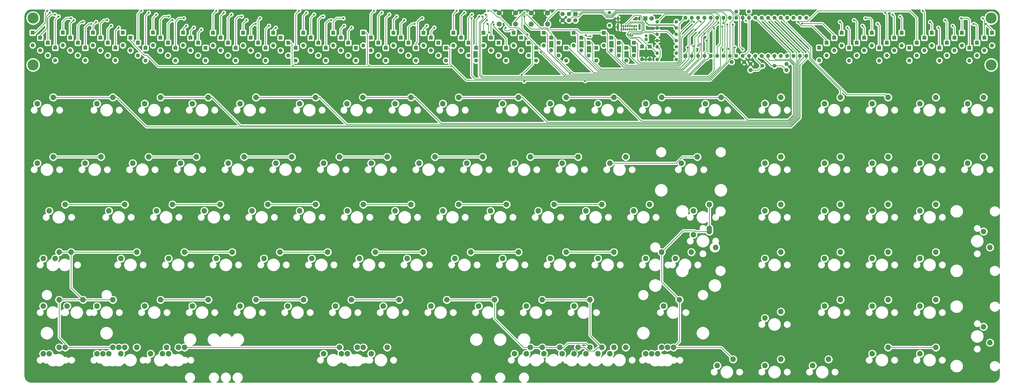
<source format=gbl>
G04 #@! TF.GenerationSoftware,KiCad,Pcbnew,(5.1.5)-3*
G04 #@! TF.CreationDate,2020-04-18T19:12:39+02:00*
G04 #@! TF.ProjectId,Rabelius,52616265-6c69-4757-932e-6b696361645f,1*
G04 #@! TF.SameCoordinates,Original*
G04 #@! TF.FileFunction,Copper,L2,Bot*
G04 #@! TF.FilePolarity,Positive*
%FSLAX46Y46*%
G04 Gerber Fmt 4.6, Leading zero omitted, Abs format (unit mm)*
G04 Created by KiCad (PCBNEW (5.1.5)-3) date 2020-04-18 19:12:39*
%MOMM*%
%LPD*%
G04 APERTURE LIST*
%ADD10C,2.200000*%
%ADD11R,1.600000X1.600000*%
%ADD12O,1.600000X1.600000*%
%ADD13C,2.000000*%
%ADD14C,4.400000*%
%ADD15C,1.500000*%
%ADD16O,0.900000X1.700000*%
%ADD17O,0.900000X2.400000*%
%ADD18O,0.650000X1.000000*%
%ADD19O,1.400000X1.400000*%
%ADD20C,1.400000*%
%ADD21R,1.800000X1.800000*%
%ADD22C,1.800000*%
%ADD23C,1.700000*%
%ADD24R,1.700000X1.700000*%
%ADD25C,1.600000*%
%ADD26C,1.200000*%
%ADD27R,1.200000X1.200000*%
%ADD28C,0.800000*%
%ADD29C,0.250000*%
%ADD30C,0.400000*%
%ADD31C,0.254000*%
G04 APERTURE END LIST*
D10*
X30686249Y-59984892D03*
X37036249Y-57444892D03*
D11*
X40839649Y-31562392D03*
D12*
X40839649Y-36642392D03*
D13*
X227865695Y-28179792D03*
X227865695Y-23679792D03*
X234365695Y-28179792D03*
X234365695Y-23679792D03*
D10*
X235473749Y-59984892D03*
X241823749Y-57444892D03*
X106886249Y-83797392D03*
X113236249Y-81257392D03*
D12*
X342839649Y-42642392D03*
D11*
X342839649Y-37562392D03*
D12*
X345839649Y-40689092D03*
D11*
X345839649Y-35609092D03*
D12*
X354839649Y-42689092D03*
D11*
X354839649Y-37609092D03*
D12*
X363839649Y-36689092D03*
D11*
X363839649Y-31609092D03*
D12*
X351839649Y-36689092D03*
D11*
X351839649Y-31609092D03*
D12*
X384839649Y-38689092D03*
D11*
X384839649Y-33609092D03*
D12*
X381839649Y-40689092D03*
D11*
X381839649Y-35609092D03*
D12*
X366839649Y-42689092D03*
D11*
X366839649Y-37609092D03*
D12*
X369839649Y-40689092D03*
D11*
X369839649Y-35609092D03*
D12*
X360839649Y-38689092D03*
D11*
X360839649Y-33609092D03*
D12*
X348839649Y-38689092D03*
D11*
X348839649Y-33609092D03*
D12*
X375839649Y-36689092D03*
D11*
X375839649Y-31609092D03*
D12*
X399839649Y-36689092D03*
D11*
X399839649Y-31609092D03*
D12*
X390839649Y-42689092D03*
D11*
X390839649Y-37609092D03*
D12*
X411839649Y-36689092D03*
D11*
X411839649Y-31609092D03*
D12*
X408839649Y-38689092D03*
D11*
X408839649Y-33609092D03*
D12*
X393839649Y-40689092D03*
D11*
X393839649Y-35609092D03*
D12*
X405839649Y-40689092D03*
D11*
X405839649Y-35609092D03*
D12*
X396839649Y-38689092D03*
D11*
X396839649Y-33609092D03*
D12*
X387839649Y-36689092D03*
D11*
X387839649Y-31609092D03*
D12*
X372839649Y-38689092D03*
D11*
X372839649Y-33609092D03*
D12*
X402839649Y-42689092D03*
D11*
X402839649Y-37609092D03*
D12*
X357839649Y-40689092D03*
D11*
X357839649Y-35609092D03*
D12*
X378839649Y-42689092D03*
D11*
X378839649Y-37609092D03*
X208839649Y-31609092D03*
D12*
X208839649Y-36689092D03*
D11*
X211839649Y-33609092D03*
D12*
X211839649Y-38689092D03*
D11*
X220839649Y-31609092D03*
D12*
X220839649Y-36689092D03*
D11*
X238839649Y-35609092D03*
D12*
X238839649Y-40689092D03*
D11*
X229839649Y-37609092D03*
D12*
X229839649Y-42689092D03*
D11*
X217839649Y-37609092D03*
D12*
X217839649Y-42689092D03*
D11*
X250839649Y-35609092D03*
D12*
X250839649Y-40689092D03*
D11*
X247839649Y-33609092D03*
D12*
X247839649Y-38689092D03*
D11*
X223839649Y-33609092D03*
D12*
X223839649Y-38689092D03*
D11*
X232839649Y-31609092D03*
D12*
X232839649Y-36689092D03*
D11*
X244839649Y-31609092D03*
D12*
X244839649Y-36689092D03*
D11*
X235839649Y-33609092D03*
D12*
X235839649Y-38689092D03*
D11*
X226839649Y-35609092D03*
D12*
X226839649Y-40689092D03*
D11*
X214839649Y-35609092D03*
D12*
X214839649Y-40689092D03*
D11*
X241839649Y-37609092D03*
D12*
X241839649Y-42689092D03*
D11*
X163839649Y-33609092D03*
D12*
X163839649Y-38689092D03*
D11*
X166839649Y-35609092D03*
D12*
X166839649Y-40689092D03*
D11*
X175839649Y-33609092D03*
D12*
X175839649Y-38689092D03*
D11*
X193839649Y-37609092D03*
D12*
X193839649Y-42689092D03*
D11*
X184839649Y-31609092D03*
D12*
X184839649Y-36689092D03*
D11*
X172839649Y-31609092D03*
D12*
X172839649Y-36689092D03*
D11*
X205839649Y-37609092D03*
D12*
X205839649Y-42689092D03*
D11*
X202839649Y-35609092D03*
D12*
X202839649Y-40689092D03*
D11*
X178839649Y-35609092D03*
D12*
X178839649Y-40689092D03*
D11*
X187839649Y-33609092D03*
D12*
X187839649Y-38689092D03*
D11*
X199839649Y-33609092D03*
D12*
X199839649Y-38689092D03*
D11*
X190839649Y-35609092D03*
D12*
X190839649Y-40689092D03*
D11*
X181839649Y-37609092D03*
D12*
X181839649Y-42689092D03*
D11*
X169839649Y-37609092D03*
D12*
X169839649Y-42689092D03*
D11*
X196839649Y-31609092D03*
D12*
X196839649Y-36689092D03*
D11*
X118839649Y-35609092D03*
D12*
X118839649Y-40689092D03*
D11*
X121839649Y-37609092D03*
D12*
X121839649Y-42689092D03*
D11*
X130839649Y-35609092D03*
D12*
X130839649Y-40689092D03*
D11*
X148839649Y-31609092D03*
D12*
X148839649Y-36689092D03*
D11*
X139839649Y-33609092D03*
D12*
X139839649Y-38689092D03*
D11*
X127839649Y-33609092D03*
D12*
X127839649Y-38689092D03*
D11*
X160839649Y-31609092D03*
D12*
X160839649Y-36689092D03*
D11*
X157839649Y-37609092D03*
D12*
X157839649Y-42689092D03*
D11*
X133839649Y-37609092D03*
D12*
X133839649Y-42689092D03*
D11*
X142839649Y-35609092D03*
D12*
X142839649Y-40689092D03*
D11*
X154839649Y-35609092D03*
D12*
X154839649Y-40689092D03*
D11*
X145839649Y-37609092D03*
D12*
X145839649Y-42689092D03*
D11*
X136839649Y-31609092D03*
D12*
X136839649Y-36689092D03*
D11*
X124839649Y-31609092D03*
D12*
X124839649Y-36689092D03*
D11*
X151839649Y-33609092D03*
D12*
X151839649Y-38689092D03*
D11*
X73839649Y-37609092D03*
D12*
X73839649Y-42689092D03*
D11*
X76839649Y-31562392D03*
D12*
X76839649Y-36642392D03*
D11*
X85839649Y-37609092D03*
D12*
X85839649Y-42689092D03*
D11*
X103839649Y-33609092D03*
D12*
X103839649Y-38689092D03*
D11*
X94839649Y-35609092D03*
D12*
X94839649Y-40689092D03*
D11*
X82839649Y-35609092D03*
D12*
X82839649Y-40689092D03*
D11*
X115839649Y-33609092D03*
D12*
X115839649Y-38689092D03*
D11*
X112839649Y-31609092D03*
D12*
X112839649Y-36689092D03*
D11*
X88839649Y-31562392D03*
D12*
X88839649Y-36642392D03*
D11*
X97839649Y-37609092D03*
D12*
X97839649Y-42689092D03*
D11*
X109839649Y-37609092D03*
D12*
X109839649Y-42689092D03*
D11*
X100839649Y-31609092D03*
D12*
X100839649Y-36689092D03*
D11*
X91839649Y-33609092D03*
D12*
X91839649Y-38689092D03*
D11*
X79839649Y-33609092D03*
D12*
X79839649Y-38689092D03*
D11*
X106839649Y-35609092D03*
D12*
X106839649Y-40689092D03*
D11*
X28839649Y-31562392D03*
D12*
X28839649Y-36642392D03*
D11*
X31839649Y-33562392D03*
D12*
X31839649Y-38642392D03*
D11*
X58839649Y-35562392D03*
D12*
X58839649Y-40642392D03*
D11*
X49839649Y-37562392D03*
D12*
X49839649Y-42642392D03*
D11*
X37839649Y-37562392D03*
D12*
X37839649Y-42642392D03*
D11*
X70839649Y-35609092D03*
D12*
X70839649Y-40689092D03*
D11*
X67839649Y-33609092D03*
D12*
X67839649Y-38689092D03*
D11*
X43839649Y-33562392D03*
D12*
X43839649Y-38642392D03*
D11*
X52839649Y-31562392D03*
D12*
X52839649Y-36642392D03*
D11*
X64839649Y-31562392D03*
D12*
X64839649Y-36642392D03*
D11*
X55839649Y-33609092D03*
D12*
X55839649Y-38689092D03*
D11*
X46839649Y-35562392D03*
D12*
X46839649Y-40642392D03*
D11*
X34839649Y-35562392D03*
D12*
X34839649Y-40642392D03*
D11*
X61839649Y-37562392D03*
D12*
X61839649Y-42642392D03*
D11*
X268839649Y-35582392D03*
D12*
X268839649Y-40662392D03*
D11*
X265839649Y-37609092D03*
D12*
X265839649Y-42689092D03*
D11*
X262839649Y-35609092D03*
D12*
X262839649Y-40689092D03*
D11*
X259839649Y-33609092D03*
D12*
X259839649Y-38689092D03*
D11*
X256839649Y-31609092D03*
D12*
X256839649Y-36689092D03*
D11*
X253839649Y-37609092D03*
D12*
X253839649Y-42689092D03*
D14*
X411524999Y-44462142D03*
X411524999Y-25712142D03*
X28999999Y-44462142D03*
X28999999Y-25712142D03*
D10*
X279923749Y-119357392D03*
X273573749Y-121897392D03*
X298973749Y-109832392D03*
X292623749Y-112372392D03*
X301513749Y-117452392D03*
X298973749Y-111102392D03*
X411051249Y-117452392D03*
X408511249Y-111102392D03*
X408511249Y-149202392D03*
X411051249Y-155552392D03*
X383111249Y-159997392D03*
X389461249Y-157457392D03*
X383111249Y-140947392D03*
X389461249Y-138407392D03*
X364061249Y-159997392D03*
X370411249Y-157457392D03*
X364061249Y-140947392D03*
X370411249Y-138407392D03*
X345011249Y-140947392D03*
X351361249Y-138407392D03*
X345011249Y-121897392D03*
X351361249Y-119357392D03*
X364061249Y-121897392D03*
X370411249Y-119357392D03*
X383111249Y-121897392D03*
X389461249Y-119357392D03*
X383111249Y-102847392D03*
X389461249Y-100307392D03*
X364061249Y-102847392D03*
X370411249Y-100307392D03*
X345011249Y-102847392D03*
X351361249Y-100307392D03*
X402161249Y-83797392D03*
X408511249Y-81257392D03*
X402161249Y-59984892D03*
X408511249Y-57444892D03*
X383111249Y-59984892D03*
X389461249Y-57444892D03*
X364061249Y-59984892D03*
X370411249Y-57444892D03*
X383111249Y-83797392D03*
X389461249Y-81257392D03*
X364061249Y-83797392D03*
X370411249Y-81257392D03*
X345011249Y-83797392D03*
X351361249Y-81257392D03*
X351361249Y-57444892D03*
X345011249Y-59984892D03*
X251348749Y-138407392D03*
X244998749Y-140947392D03*
X70373749Y-157457392D03*
X64023749Y-159997392D03*
X151336249Y-157457392D03*
X144986249Y-159997392D03*
X254523749Y-159997392D03*
X260873749Y-157457392D03*
X282304999Y-157457392D03*
X275954999Y-159997392D03*
X239283749Y-157457392D03*
X232933749Y-159997392D03*
X160861249Y-157457392D03*
X154511249Y-159997392D03*
X75929999Y-159997392D03*
X82279999Y-157457392D03*
X60848749Y-157457392D03*
X54498749Y-159997392D03*
X244998749Y-159997392D03*
X251348749Y-157457392D03*
X246586249Y-157457392D03*
X240236249Y-159997392D03*
X227536249Y-157457392D03*
X221186249Y-159997392D03*
X265636249Y-157457392D03*
X259286249Y-159997392D03*
X284686249Y-157457392D03*
X278336249Y-159997392D03*
X39417499Y-138407392D03*
X33067499Y-140947392D03*
X280717499Y-140947392D03*
X287067499Y-138407392D03*
X291829999Y-119357392D03*
X285479999Y-121897392D03*
X206898749Y-140947392D03*
X213248749Y-138407392D03*
X240236249Y-83797392D03*
X246586249Y-81257392D03*
D15*
X320158749Y-44812392D03*
X325038749Y-44812392D03*
D16*
X262533749Y-25902392D03*
X271183749Y-25902392D03*
D17*
X262533749Y-29282392D03*
X271183749Y-29282392D03*
D18*
X263878749Y-28937392D03*
X264728749Y-28937392D03*
X265578749Y-28937392D03*
X266428749Y-28937392D03*
X267278749Y-28937392D03*
X268128749Y-28937392D03*
X268978749Y-28937392D03*
X269833749Y-28937392D03*
X263883749Y-30262392D03*
X264733749Y-30262392D03*
X265583749Y-30262392D03*
X266433749Y-30262392D03*
X267283749Y-30262392D03*
X268983749Y-30262392D03*
X269833749Y-30262392D03*
X268133749Y-30262392D03*
D12*
X289458998Y-25610192D03*
X337718998Y-40850192D03*
X291998998Y-25610192D03*
X335178998Y-40850192D03*
X294538998Y-25610192D03*
X332638998Y-40850192D03*
X297078998Y-25610192D03*
X330098998Y-40850192D03*
X299618998Y-25610192D03*
X327558998Y-40850192D03*
X302158998Y-25610192D03*
X325018998Y-40850192D03*
X304698998Y-25610192D03*
X322478998Y-40850192D03*
X307238998Y-25610192D03*
X319938998Y-40850192D03*
X309778998Y-25610192D03*
X317398998Y-40850192D03*
X312318998Y-25610192D03*
X314858998Y-40850192D03*
X314858998Y-25610192D03*
X312318998Y-40850192D03*
X317398998Y-25610192D03*
X309778998Y-40850192D03*
X319938998Y-25610192D03*
X307238998Y-40850192D03*
X322478998Y-25610192D03*
X304698998Y-40850192D03*
X325018998Y-25610192D03*
X302158998Y-40850192D03*
X327558998Y-25610192D03*
X299618998Y-40850192D03*
X330098998Y-25610192D03*
X297078998Y-40850192D03*
X332638998Y-25610192D03*
X294538998Y-40850192D03*
X335178998Y-25610192D03*
X291998998Y-40850192D03*
X337718998Y-25610192D03*
D11*
X289458998Y-40850192D03*
D10*
X340248749Y-164759892D03*
X346598749Y-162219892D03*
X321198749Y-164759892D03*
X327548749Y-162219892D03*
X302148749Y-164759892D03*
X308498749Y-162219892D03*
X279923749Y-157457392D03*
X273573749Y-159997392D03*
X249761249Y-159997392D03*
X256111249Y-157457392D03*
X232298749Y-157457392D03*
X225948749Y-159997392D03*
X164036249Y-159997392D03*
X170386249Y-157457392D03*
X152129999Y-159997392D03*
X158479999Y-157457392D03*
X87042499Y-157457392D03*
X80692499Y-159997392D03*
X89423749Y-157457392D03*
X83073749Y-159997392D03*
X59261249Y-159997392D03*
X65611249Y-157457392D03*
X56879999Y-159997392D03*
X63229999Y-157457392D03*
X33067499Y-159997392D03*
X39417499Y-157457392D03*
X41798749Y-157457392D03*
X35448749Y-159997392D03*
X321198749Y-145709892D03*
X327548749Y-143169892D03*
X225948749Y-140947392D03*
X232298749Y-138407392D03*
X187848749Y-140947392D03*
X194198749Y-138407392D03*
X168798749Y-140947392D03*
X175148749Y-138407392D03*
X149748749Y-140947392D03*
X156098749Y-138407392D03*
X130698749Y-140947392D03*
X137048749Y-138407392D03*
X111648749Y-140947392D03*
X117998749Y-138407392D03*
X92598749Y-140947392D03*
X98948749Y-138407392D03*
X73548749Y-140947392D03*
X79898749Y-138407392D03*
X54498749Y-140947392D03*
X60848749Y-138407392D03*
X48942499Y-138407392D03*
X42592499Y-140947392D03*
X254523749Y-121897392D03*
X260873749Y-119357392D03*
X235473749Y-121897392D03*
X241823749Y-119357392D03*
X216423749Y-121897392D03*
X222773749Y-119357392D03*
X197373749Y-121897392D03*
X203723749Y-119357392D03*
X178323749Y-121897392D03*
X184673749Y-119357392D03*
X159273749Y-121897392D03*
X165623749Y-119357392D03*
X140223749Y-121897392D03*
X146573749Y-119357392D03*
X121173749Y-121897392D03*
X127523749Y-119357392D03*
X102123749Y-121897392D03*
X108473749Y-119357392D03*
X83073749Y-121897392D03*
X89423749Y-119357392D03*
X64023749Y-121897392D03*
X70373749Y-119357392D03*
X33067499Y-121897392D03*
X39417499Y-119357392D03*
X37829999Y-121897392D03*
X44179999Y-119357392D03*
X321198749Y-121897392D03*
X327548749Y-119357392D03*
X297386249Y-59984892D03*
X303736249Y-57444892D03*
X298973749Y-100307392D03*
X292623749Y-102847392D03*
X268811249Y-102847392D03*
X275161249Y-100307392D03*
X249761249Y-102847392D03*
X256111249Y-100307392D03*
X230711249Y-102847392D03*
X237061249Y-100307392D03*
X211661249Y-102847392D03*
X218011249Y-100307392D03*
X192611249Y-102847392D03*
X198961249Y-100307392D03*
X173561249Y-102847392D03*
X179911249Y-100307392D03*
X154511249Y-102847392D03*
X160861249Y-100307392D03*
X135461249Y-102847392D03*
X141811249Y-100307392D03*
X116411249Y-102847392D03*
X122761249Y-100307392D03*
X97361249Y-102847392D03*
X103711249Y-100307392D03*
X78311249Y-102847392D03*
X84661249Y-100307392D03*
X59261249Y-102847392D03*
X65611249Y-100307392D03*
X41798749Y-100307392D03*
X35448749Y-102847392D03*
X321198749Y-102847392D03*
X327548749Y-100307392D03*
X321198749Y-83797392D03*
X327548749Y-81257392D03*
X287861249Y-83797392D03*
X294211249Y-81257392D03*
X259286249Y-83797392D03*
X265636249Y-81257392D03*
X221186249Y-83797392D03*
X227536249Y-81257392D03*
X202136249Y-83797392D03*
X208486249Y-81257392D03*
X183086249Y-83797392D03*
X189436249Y-81257392D03*
X164036249Y-83797392D03*
X170386249Y-81257392D03*
X144986249Y-83797392D03*
X151336249Y-81257392D03*
X125936249Y-83797392D03*
X132286249Y-81257392D03*
X87836249Y-83797392D03*
X94186249Y-81257392D03*
X68786249Y-83797392D03*
X75136249Y-81257392D03*
X49736249Y-83797392D03*
X56086249Y-81257392D03*
X30686249Y-83797392D03*
X37036249Y-81257392D03*
X321198749Y-59984892D03*
X327548749Y-57444892D03*
X273573749Y-59984892D03*
X279923749Y-57444892D03*
X254523749Y-59984892D03*
X260873749Y-57444892D03*
X216423749Y-59984892D03*
X222773749Y-57444892D03*
X192611249Y-59984892D03*
X198961249Y-57444892D03*
X173561249Y-59984892D03*
X179911249Y-57444892D03*
X154352499Y-59984892D03*
X160702499Y-57444892D03*
X135461249Y-59984892D03*
X141811249Y-57444892D03*
X111648749Y-59984892D03*
X117998749Y-57444892D03*
X92598749Y-59984892D03*
X98948749Y-57444892D03*
X73548749Y-59984892D03*
X79898749Y-57444892D03*
X54498749Y-59984892D03*
X60848749Y-57444892D03*
D13*
X215127095Y-28154392D03*
X215127095Y-23654392D03*
X221627095Y-28154392D03*
X221627095Y-23654392D03*
D19*
X278206798Y-27184992D03*
D20*
X285826798Y-27184992D03*
D19*
X278206798Y-29695955D03*
D20*
X285826798Y-29695955D03*
D19*
X278206798Y-42250770D03*
D20*
X285826798Y-42250770D03*
D19*
X278206798Y-39739807D03*
D20*
X285826798Y-39739807D03*
D19*
X278206798Y-37228844D03*
D20*
X285826798Y-37228844D03*
D19*
X278206798Y-34717881D03*
D20*
X285826798Y-34717881D03*
D19*
X278206798Y-32206918D03*
D20*
X285826798Y-32206918D03*
D21*
X273437997Y-25889592D03*
D22*
X275977997Y-25889592D03*
D23*
X240450895Y-26600792D03*
X240450895Y-24060792D03*
X242990895Y-26600792D03*
X242990895Y-24060792D03*
X245530895Y-26600792D03*
D24*
X245530895Y-24060792D03*
D20*
X259158749Y-28662392D03*
X259158749Y-23562392D03*
D11*
X275209598Y-37167192D03*
D12*
X275209598Y-42247192D03*
D11*
X272158749Y-37167192D03*
D12*
X272158749Y-42247192D03*
D25*
X307924798Y-43288592D03*
X312924798Y-43288592D03*
X314782798Y-23120992D03*
X309782798Y-23120992D03*
D26*
X273787957Y-32776236D03*
D27*
X273787957Y-34276236D03*
D25*
X315408749Y-46562392D03*
X315408749Y-44062392D03*
X329794198Y-46565192D03*
X329794198Y-44065192D03*
D28*
X72158749Y-22812392D03*
X75158749Y-23562392D03*
X78158749Y-24312392D03*
X93158749Y-29562392D03*
X96158749Y-30312392D03*
X54158749Y-27312392D03*
X243353348Y-47867793D03*
X225158749Y-25062392D03*
X249658749Y-32562392D03*
X251508750Y-32962391D03*
X90158749Y-28812392D03*
X125908749Y-29562392D03*
X123158749Y-28812392D03*
X114158749Y-26562392D03*
X108158749Y-24312392D03*
X105158749Y-23562392D03*
X102158749Y-22812392D03*
X156158749Y-29562392D03*
X153158749Y-28812392D03*
X141158749Y-24312392D03*
X138158749Y-23562392D03*
X135158749Y-22812392D03*
X189158749Y-29562392D03*
X186158749Y-28812392D03*
X177158749Y-26562392D03*
X174158749Y-25062392D03*
X171158749Y-24312392D03*
X168158749Y-23562392D03*
X165158749Y-22812392D03*
X212658749Y-27312392D03*
X207158749Y-25062392D03*
X204158749Y-24312392D03*
X201158749Y-23562392D03*
X198158749Y-22812392D03*
X212908749Y-28312392D03*
X210658749Y-22812392D03*
X217658749Y-29562392D03*
X226408749Y-32312392D03*
X210158749Y-26562392D03*
X211158749Y-31562392D03*
X210408749Y-28062392D03*
X209658749Y-24312392D03*
X208408749Y-25062392D03*
X292908749Y-27312392D03*
X295533749Y-27187392D03*
X300908749Y-29812392D03*
X304158749Y-29062392D03*
X306158749Y-28312392D03*
X308408749Y-28312392D03*
X293533749Y-30437392D03*
X295033749Y-31437392D03*
X297033749Y-31937392D03*
X375158749Y-25062392D03*
X372158749Y-24312392D03*
X369158749Y-23562392D03*
X366158749Y-28062392D03*
X360158749Y-28812392D03*
X354158749Y-29562392D03*
X351158749Y-27312392D03*
X336058748Y-27912393D03*
X334408749Y-27312392D03*
X304558748Y-27712391D03*
X302658749Y-27562392D03*
X63158749Y-29562392D03*
X60158749Y-28812392D03*
X45158749Y-26562392D03*
X35658749Y-23562392D03*
X34658749Y-22812392D03*
X384158749Y-22812392D03*
X387158749Y-27312392D03*
X393158749Y-26562392D03*
X409408749Y-28062392D03*
X408158749Y-25812392D03*
X231658749Y-39312392D03*
X224058749Y-48512392D03*
X225058749Y-51112392D03*
X39158749Y-25062392D03*
X390408749Y-29562392D03*
X396158749Y-28812392D03*
X290300000Y-37500000D03*
X292600000Y-36900000D03*
X295285571Y-36185571D03*
X297800000Y-34700000D03*
X37687608Y-24312392D03*
X44187608Y-25812392D03*
X48937608Y-27312392D03*
X52187608Y-28062392D03*
X58537608Y-26562392D03*
X83137608Y-25062392D03*
X84637608Y-26562392D03*
X89187608Y-25812392D03*
X117937608Y-28062392D03*
X119587608Y-25812392D03*
X112337608Y-25062392D03*
X144837608Y-25062392D03*
X148037608Y-26562392D03*
X152887608Y-25812392D03*
X184387608Y-25812392D03*
X181337608Y-28062392D03*
X204058748Y-25858748D03*
X356737608Y-26562392D03*
X361287608Y-25812392D03*
X399487608Y-25812392D03*
X404537608Y-28062392D03*
X249400000Y-50900000D03*
X237908749Y-26562392D03*
X237908749Y-24312392D03*
X289250000Y-28500000D03*
X290000000Y-30250000D03*
X289550000Y-33700000D03*
X292000000Y-33700000D03*
X302000000Y-35500000D03*
X304300000Y-38100000D03*
X306600000Y-38050000D03*
X297500000Y-44750000D03*
X257500000Y-43000000D03*
X250750000Y-38250000D03*
X247750000Y-36000000D03*
X244000000Y-34250000D03*
X236000000Y-36750000D03*
X230250000Y-33500000D03*
X231750000Y-41500000D03*
X226000000Y-38000000D03*
X330300000Y-34750000D03*
X327800000Y-34750000D03*
X332900000Y-34750000D03*
X335400000Y-34700000D03*
X268000000Y-114000000D03*
X306500000Y-113500000D03*
X216750000Y-92250000D03*
X177250000Y-92250000D03*
X41250000Y-42000000D03*
X69000000Y-69500000D03*
X107500000Y-70500000D03*
X150250000Y-70500000D03*
X189250000Y-71250000D03*
X227750000Y-72250000D03*
X250250000Y-28500000D03*
X412500000Y-134250000D03*
X413000000Y-120750000D03*
X312500000Y-23250000D03*
X316150000Y-24275000D03*
X217600000Y-32000000D03*
X57100000Y-44000000D03*
X56700000Y-41700000D03*
X250900000Y-154500000D03*
X294000000Y-120300000D03*
X284400000Y-36000000D03*
X231600000Y-28100000D03*
X219500000Y-27775000D03*
X240200000Y-164700000D03*
X232900000Y-164500000D03*
X227200000Y-164600000D03*
X246500000Y-164700000D03*
X251200000Y-164700000D03*
X260700000Y-164900000D03*
X256000000Y-164800000D03*
X257400000Y-159000000D03*
X235900000Y-158500000D03*
X229700000Y-158600000D03*
X247300000Y-159500000D03*
X248900000Y-156600000D03*
X244700000Y-158000000D03*
X76600000Y-34300000D03*
X142000000Y-37900000D03*
X178600000Y-38100000D03*
X205500000Y-40100000D03*
X205900000Y-47600000D03*
X259900000Y-36000000D03*
X262800000Y-38200000D03*
X266000000Y-40300000D03*
X225100000Y-28800000D03*
X361800000Y-83600000D03*
X362100000Y-60600000D03*
X161875000Y-160850000D03*
X41750000Y-120450000D03*
X64275000Y-154250000D03*
X216800000Y-28050000D03*
X324850000Y-34750000D03*
X287425000Y-25800000D03*
X299700000Y-35425000D03*
X299600000Y-37850000D03*
X294200000Y-38100000D03*
X296925000Y-38075000D03*
X279150000Y-24750000D03*
X316150000Y-26850000D03*
X312258749Y-38312392D03*
X266458749Y-32262392D03*
X267358749Y-32612392D03*
X225158749Y-23562392D03*
X309200000Y-37425000D03*
X294550000Y-36775000D03*
X268228749Y-32644092D03*
X313558749Y-26812392D03*
D29*
X55839649Y-33609092D02*
X55839649Y-32559092D01*
X70839649Y-35609092D02*
X70839649Y-26381492D01*
X73839649Y-37609092D02*
X73839649Y-26131492D01*
X79839649Y-33609092D02*
X79839649Y-26381492D01*
X79839649Y-26381492D02*
X81158749Y-25062392D01*
X94839649Y-35609092D02*
X94839649Y-31631492D01*
X94839649Y-31631492D02*
X96158749Y-30312392D01*
X91839649Y-33609092D02*
X91839649Y-30881492D01*
X91839649Y-30881492D02*
X93158749Y-29562392D01*
X88839649Y-31562392D02*
X88839649Y-30131492D01*
X82839649Y-35609092D02*
X82839649Y-27881492D01*
X82839649Y-27881492D02*
X84158749Y-26562392D01*
X76839649Y-31562392D02*
X76839649Y-25631492D01*
X76839649Y-25631492D02*
X78158749Y-24312392D01*
X73839649Y-26131492D02*
X73839649Y-24881492D01*
X73839649Y-24881492D02*
X75158749Y-23562392D01*
X70839649Y-26381492D02*
X70839649Y-24131492D01*
X70839649Y-24131492D02*
X72158749Y-22812392D01*
X72158749Y-22812392D02*
X72158749Y-22812392D01*
X75158749Y-23562392D02*
X75158749Y-23562392D01*
X78158749Y-24312392D02*
X78158749Y-24312392D01*
X81158749Y-25062392D02*
X81158749Y-25062392D01*
X84158749Y-26562392D02*
X84158749Y-26562392D01*
X93158749Y-29562392D02*
X93158749Y-29562392D01*
X96158749Y-30312392D02*
X96158749Y-30312392D01*
X52839649Y-31562392D02*
X52839649Y-28631492D01*
X52839649Y-28631492D02*
X54158749Y-27312392D01*
X54158749Y-27312392D02*
X54158749Y-27312392D01*
X57158749Y-26562392D02*
X57158749Y-26562392D01*
X257889649Y-31609092D02*
X258408749Y-32128192D01*
X256839649Y-31609092D02*
X257889649Y-31609092D01*
X258408749Y-38923194D02*
X265047947Y-45562392D01*
X258408749Y-32128192D02*
X258408749Y-38923194D01*
X248889649Y-33609092D02*
X249408749Y-34128192D01*
X247839649Y-33609092D02*
X248889649Y-33609092D01*
X249408749Y-40923194D02*
X255047947Y-46562392D01*
X249408749Y-34128192D02*
X249408749Y-40923194D01*
X255047947Y-46562392D02*
X287658749Y-46562392D01*
X242889649Y-37609092D02*
X252842949Y-47562392D01*
X241839649Y-37609092D02*
X242889649Y-37609092D01*
X252842949Y-47562392D02*
X287658749Y-47562392D01*
X233889649Y-31609092D02*
X234408749Y-32128192D01*
X232839649Y-31609092D02*
X233889649Y-31609092D01*
X234408749Y-32128192D02*
X234408749Y-38923194D01*
X234408749Y-38923194D02*
X243353348Y-47867793D01*
X235839649Y-33609092D02*
X235839649Y-31993292D01*
X235839649Y-31993292D02*
X234158749Y-30312392D01*
X234158749Y-30312392D02*
X233908749Y-30062392D01*
X210658749Y-22812392D02*
X210658749Y-22812392D01*
X227787293Y-30062392D02*
X225158749Y-27433848D01*
X233908749Y-30062392D02*
X227787293Y-30062392D01*
X225158749Y-27433848D02*
X225158749Y-26812392D01*
X225158749Y-26812392D02*
X225158749Y-26812392D01*
X225158749Y-26812392D02*
X225158749Y-25062392D01*
X225158749Y-25062392D02*
X225158749Y-25062392D01*
X250058748Y-32962391D02*
X251508750Y-32962391D01*
X249658749Y-32562392D02*
X250058748Y-32962391D01*
X251508750Y-32962391D02*
X251508750Y-32962391D01*
X100839649Y-31609092D02*
X100839649Y-24131492D01*
X100839649Y-24131492D02*
X102158749Y-22812392D01*
X103839649Y-33609092D02*
X103839649Y-24881492D01*
X103839649Y-24881492D02*
X105158749Y-23562392D01*
X106839649Y-35609092D02*
X106839649Y-25631492D01*
X106839649Y-25631492D02*
X108158749Y-24312392D01*
X109839649Y-37609092D02*
X109839649Y-26131492D01*
X109839649Y-26131492D02*
X110908749Y-25062392D01*
X90158749Y-28812392D02*
X90158749Y-28812392D01*
X88839649Y-30131492D02*
X90158749Y-28812392D01*
X87158749Y-25812392D02*
X87158749Y-25812392D01*
X112839649Y-31609092D02*
X112839649Y-27881492D01*
X112839649Y-27881492D02*
X114158749Y-26562392D01*
X121839649Y-37609092D02*
X121839649Y-30131492D01*
X121839649Y-30131492D02*
X123158749Y-28812392D01*
X124839649Y-30559092D02*
X125836349Y-29562392D01*
X124839649Y-31609092D02*
X124839649Y-30559092D01*
X125836349Y-29562392D02*
X125908749Y-29562392D01*
X125908749Y-29562392D02*
X125908749Y-29562392D01*
X123158749Y-28812392D02*
X123158749Y-28812392D01*
X114158749Y-26562392D02*
X114158749Y-26562392D01*
X110908749Y-25062392D02*
X110908749Y-25062392D01*
X108158749Y-24312392D02*
X108158749Y-24312392D01*
X105158749Y-23562392D02*
X105158749Y-23562392D01*
X102158749Y-22812392D02*
X102158749Y-22812392D01*
X131889649Y-35609092D02*
X132408749Y-36128192D01*
X130839649Y-35609092D02*
X131889649Y-35609092D01*
X132408749Y-44312392D02*
X133158749Y-45062392D01*
X132408749Y-36128192D02*
X132408749Y-44312392D01*
X133839649Y-37609092D02*
X133839649Y-24131492D01*
X133839649Y-24131492D02*
X135158749Y-22812392D01*
X136839649Y-31609092D02*
X136839649Y-24881492D01*
X136839649Y-24881492D02*
X138158749Y-23562392D01*
X139839649Y-33609092D02*
X139839649Y-25631492D01*
X139839649Y-25631492D02*
X141158749Y-24312392D01*
X142839649Y-35609092D02*
X142839649Y-26381492D01*
X142839649Y-26381492D02*
X144158749Y-25062392D01*
X145839649Y-37609092D02*
X145839649Y-27881492D01*
X145839649Y-27881492D02*
X147158749Y-26562392D01*
X148839649Y-31609092D02*
X148839649Y-27131492D01*
X148839649Y-27131492D02*
X150158749Y-25812392D01*
X151839649Y-33609092D02*
X151839649Y-30131492D01*
X151839649Y-30131492D02*
X153158749Y-28812392D01*
X154839649Y-35609092D02*
X154839649Y-30881492D01*
X154839649Y-30881492D02*
X156158749Y-29562392D01*
X156158749Y-29562392D02*
X156158749Y-29562392D01*
X153158749Y-28812392D02*
X153158749Y-28812392D01*
X150158749Y-25812392D02*
X150158749Y-25812392D01*
X147158749Y-26562392D02*
X147158749Y-26562392D01*
X144158749Y-25062392D02*
X144158749Y-25062392D01*
X141158749Y-24312392D02*
X141158749Y-24312392D01*
X138158749Y-23562392D02*
X138158749Y-23562392D01*
X135158749Y-22812392D02*
X135158749Y-22812392D01*
X161889649Y-31609092D02*
X162408749Y-32128192D01*
X160839649Y-31609092D02*
X161889649Y-31609092D01*
X162408749Y-44062392D02*
X163408749Y-45062392D01*
X162408749Y-32128192D02*
X162408749Y-44062392D01*
X133158749Y-45062392D02*
X163408749Y-45062392D01*
X163839649Y-33609092D02*
X163839649Y-24131492D01*
X163839649Y-24131492D02*
X165158749Y-22812392D01*
X166839649Y-35609092D02*
X166839649Y-24881492D01*
X166839649Y-24881492D02*
X168158749Y-23562392D01*
X169839649Y-37609092D02*
X169839649Y-25631492D01*
X169839649Y-25631492D02*
X171158749Y-24312392D01*
X172839649Y-31609092D02*
X172839649Y-26381492D01*
X172839649Y-26381492D02*
X174158749Y-25062392D01*
X175839649Y-33609092D02*
X175839649Y-27881492D01*
X175839649Y-27881492D02*
X177158749Y-26562392D01*
X178839649Y-35609092D02*
X178839649Y-29381492D01*
X178839649Y-29381492D02*
X180158749Y-28062392D01*
X184839649Y-31609092D02*
X184839649Y-30131492D01*
X184839649Y-30131492D02*
X186158749Y-28812392D01*
X187839649Y-33609092D02*
X187839649Y-30881492D01*
X187839649Y-30881492D02*
X189158749Y-29562392D01*
X171158749Y-24312392D02*
X171158749Y-24312392D01*
X168158749Y-23562392D02*
X168158749Y-23562392D01*
X165158749Y-22812392D02*
X165158749Y-22812392D01*
X194889649Y-37609092D02*
X195408749Y-38128192D01*
X193839649Y-37609092D02*
X194889649Y-37609092D01*
X195408749Y-44062392D02*
X196408749Y-45062392D01*
X195408749Y-38128192D02*
X195408749Y-44062392D01*
X163408749Y-45062392D02*
X196408749Y-45062392D01*
X196839649Y-31609092D02*
X196839649Y-24131492D01*
X196839649Y-24131492D02*
X198158749Y-22812392D01*
X199839649Y-33609092D02*
X199839649Y-24881492D01*
X199839649Y-24881492D02*
X201158749Y-23562392D01*
X202839649Y-35609092D02*
X202839649Y-25631492D01*
X202839649Y-25631492D02*
X204158749Y-24312392D01*
X205839649Y-37609092D02*
X205839649Y-26381492D01*
X205839649Y-26381492D02*
X207158749Y-25062392D01*
X208839649Y-31609092D02*
X208839649Y-27881492D01*
X208839649Y-27881492D02*
X210158749Y-26562392D01*
X211839649Y-33609092D02*
X211839649Y-28131492D01*
X211839649Y-28131492D02*
X212658749Y-27312392D01*
X212658749Y-27312392D02*
X212658749Y-27312392D01*
X210158749Y-26562392D02*
X210158749Y-26562392D01*
X207158749Y-25062392D02*
X207158749Y-25062392D01*
X204158749Y-24312392D02*
X204158749Y-24312392D01*
X201158749Y-23562392D02*
X201158749Y-23562392D01*
X198158749Y-22812392D02*
X198158749Y-22812392D01*
X212908749Y-28312392D02*
X212908749Y-28312392D01*
X217839649Y-37609092D02*
X217839649Y-36559092D01*
X212908749Y-28312392D02*
X212908749Y-29062392D01*
X217839649Y-33993292D02*
X217839649Y-36559092D01*
X212908749Y-29062392D02*
X217839649Y-33993292D01*
X220839649Y-31609092D02*
X220839649Y-30559092D01*
X227889649Y-35609092D02*
X228408749Y-36128192D01*
X226839649Y-35609092D02*
X227889649Y-35609092D01*
X228408749Y-36128192D02*
X228408749Y-44062392D01*
X229839649Y-36559092D02*
X222842949Y-29562392D01*
X229839649Y-37609092D02*
X229839649Y-36559092D01*
X219408749Y-29562392D02*
X215158749Y-25312392D01*
X222842949Y-29562392D02*
X219408749Y-29562392D01*
X215158749Y-25312392D02*
X214408749Y-25312392D01*
X214408749Y-25312392D02*
X211908749Y-22812392D01*
X211908749Y-22812392D02*
X210658749Y-22812392D01*
X210658749Y-22812392D02*
X210658749Y-22812392D01*
X217658749Y-29562392D02*
X217158749Y-30062392D01*
X217158749Y-30062392D02*
X217158749Y-30312392D01*
X217158749Y-30312392D02*
X217658749Y-30812392D01*
X217658749Y-30812392D02*
X218908749Y-30812392D01*
X218908749Y-30812392D02*
X219408749Y-30312392D01*
X220592949Y-30312392D02*
X220839649Y-30559092D01*
X219408749Y-30312392D02*
X220592949Y-30312392D01*
X256839649Y-31609092D02*
X247455449Y-31609092D01*
X247455449Y-31609092D02*
X246158749Y-30312392D01*
X246158749Y-30312392D02*
X234908749Y-30312392D01*
X234908749Y-30312392D02*
X234158749Y-29562392D01*
X234158749Y-29562392D02*
X231408749Y-29562392D01*
X231408749Y-29562392D02*
X226408749Y-24562392D01*
X226408749Y-24562392D02*
X226158749Y-24312392D01*
X226158749Y-24312392D02*
X224658749Y-24312392D01*
X224658749Y-24312392D02*
X224158749Y-24812392D01*
X224158749Y-24812392D02*
X224158749Y-29812392D01*
X224158749Y-29812392D02*
X224158749Y-30062392D01*
X224158749Y-30062392D02*
X226408749Y-32312392D01*
X226408749Y-32312392D02*
X226408749Y-32312392D01*
X210758750Y-31162393D02*
X210758750Y-28412393D01*
X211158749Y-31562392D02*
X210758750Y-31162393D01*
X210758750Y-28412393D02*
X210408749Y-28062392D01*
X210408749Y-28062392D02*
X210408749Y-28062392D01*
X265047947Y-45562392D02*
X287408749Y-45562392D01*
X290873997Y-42097144D02*
X290873997Y-33347144D01*
X287408749Y-45562392D02*
X290873997Y-42097144D01*
X290873997Y-33347144D02*
X290873997Y-33097144D01*
X290873997Y-33097144D02*
X293533749Y-30437392D01*
X287658749Y-46562392D02*
X288408749Y-46562392D01*
X288408749Y-46562392D02*
X293158749Y-41812392D01*
X293158749Y-41812392D02*
X293158749Y-33312392D01*
X293158749Y-33312392D02*
X295033749Y-31437392D01*
X287658749Y-47562392D02*
X289908749Y-47562392D01*
X289908749Y-47562392D02*
X295908749Y-41562392D01*
X295908749Y-41562392D02*
X295908749Y-33062392D01*
X295908749Y-33062392D02*
X296033749Y-32937392D01*
X209658749Y-24312392D02*
X209658749Y-24312392D01*
X300908749Y-38062392D02*
X300908749Y-38062392D01*
X303408749Y-37812392D02*
X303408749Y-37812392D01*
X305908749Y-37562392D02*
X305908749Y-37562392D01*
X266889649Y-37609092D02*
X265839649Y-37609092D01*
X267408749Y-40896494D02*
X267408749Y-37812392D01*
X267205449Y-37609092D02*
X266889649Y-37609092D01*
X267408749Y-37812392D02*
X267205449Y-37609092D01*
X270574647Y-44062392D02*
X267408749Y-40896494D01*
X286158749Y-44062392D02*
X270574647Y-44062392D01*
X287408749Y-31562392D02*
X287408749Y-42812392D01*
X292908749Y-27312392D02*
X292508750Y-26912393D01*
X292508750Y-26912393D02*
X292058748Y-26912393D01*
X287408749Y-42812392D02*
X286158749Y-44062392D01*
X263889649Y-35609092D02*
X262839649Y-35609092D01*
X264408749Y-36128192D02*
X263889649Y-35609092D01*
X266047947Y-44562392D02*
X264408749Y-42923194D01*
X264408749Y-42923194D02*
X264408749Y-36128192D01*
X286408749Y-44562392D02*
X266047947Y-44562392D01*
X295158749Y-26812392D02*
X294658749Y-26812392D01*
X295533749Y-27187392D02*
X295158749Y-26812392D01*
X287908749Y-33562392D02*
X287908749Y-43062392D01*
X287908749Y-43062392D02*
X286408749Y-44562392D01*
X308408749Y-38062392D02*
X308408749Y-38062392D01*
X196408749Y-45062392D02*
X201908749Y-50562392D01*
X305908749Y-43312392D02*
X299158749Y-50062392D01*
X305908749Y-37562392D02*
X305908749Y-43312392D01*
X299158749Y-50062392D02*
X205408749Y-50062392D01*
X205408749Y-50062392D02*
X204058748Y-48712391D01*
X204058748Y-48712391D02*
X204058748Y-26212391D01*
X378658749Y-42508192D02*
X378839649Y-42689092D01*
X209908749Y-24312392D02*
X209658749Y-24312392D01*
X210158749Y-24562392D02*
X209908749Y-24312392D01*
X210158749Y-25312392D02*
X210158749Y-24562392D01*
X300908749Y-46812392D02*
X298658749Y-49062392D01*
X207658749Y-27812392D02*
X210158749Y-25312392D01*
X208408749Y-49062392D02*
X207658749Y-48312392D01*
X300908749Y-29812392D02*
X300908749Y-46812392D01*
X207658749Y-48312392D02*
X207658749Y-27812392D01*
X306158749Y-37312392D02*
X306158749Y-28312392D01*
X305908749Y-37562392D02*
X306158749Y-37312392D01*
X308408749Y-38312392D02*
X308408749Y-28312392D01*
X308408749Y-38312392D02*
X308408749Y-38062392D01*
X296033749Y-32937392D02*
X297033749Y-31937392D01*
X351839649Y-31609092D02*
X351839649Y-27993292D01*
X351839649Y-27993292D02*
X351158749Y-27312392D01*
X354839649Y-37609092D02*
X354839649Y-30243292D01*
X354839649Y-30243292D02*
X354158749Y-29562392D01*
X357839649Y-35609092D02*
X357839649Y-27243292D01*
X357839649Y-27243292D02*
X357158749Y-26562392D01*
X360839649Y-33609092D02*
X360839649Y-29493292D01*
X360839649Y-29493292D02*
X360158749Y-28812392D01*
X363839649Y-31609092D02*
X363839649Y-26493292D01*
X363839649Y-26493292D02*
X363158749Y-25812392D01*
X375839649Y-31609092D02*
X375839649Y-25743292D01*
X375839649Y-25743292D02*
X375158749Y-25062392D01*
X372839649Y-33609092D02*
X372839649Y-24993292D01*
X372839649Y-24993292D02*
X372158749Y-24312392D01*
X369839649Y-35609092D02*
X369839649Y-24243292D01*
X369839649Y-24243292D02*
X369158749Y-23562392D01*
X366839649Y-37609092D02*
X366839649Y-28743292D01*
X366839649Y-28743292D02*
X366158749Y-28062392D01*
X375158749Y-25062392D02*
X375158749Y-25062392D01*
X372158749Y-24312392D02*
X372158749Y-24312392D01*
X369158749Y-23562392D02*
X369158749Y-23562392D01*
X366158749Y-28062392D02*
X366158749Y-28062392D01*
X363158749Y-25812392D02*
X363158749Y-25812392D01*
X360158749Y-28812392D02*
X360158749Y-28812392D01*
X357158749Y-26562392D02*
X357158749Y-26562392D01*
X354158749Y-29562392D02*
X354158749Y-29562392D01*
X351158749Y-27312392D02*
X351158749Y-27312392D01*
X348839649Y-32559092D02*
X348839649Y-33609092D01*
X344192950Y-27912393D02*
X348839649Y-32559092D01*
X336058748Y-27912393D02*
X344192950Y-27912393D01*
X345839649Y-34559092D02*
X340092949Y-28812392D01*
X345839649Y-35609092D02*
X345839649Y-34559092D01*
X340092949Y-28812392D02*
X335908749Y-28812392D01*
X335908749Y-28812392D02*
X334408749Y-27312392D01*
X334408749Y-27312392D02*
X334408749Y-27312392D01*
X301158749Y-29062392D02*
X300658749Y-29062392D01*
X300658749Y-29062392D02*
X298408749Y-31312392D01*
X302658749Y-27562392D02*
X301158749Y-29062392D01*
X384839649Y-33609092D02*
X384839649Y-23493292D01*
X384839649Y-23493292D02*
X384158749Y-22812392D01*
X387839649Y-31609092D02*
X387839649Y-27993292D01*
X387839649Y-27993292D02*
X387158749Y-27312392D01*
X393839649Y-35609092D02*
X393839649Y-27243292D01*
X393839649Y-27243292D02*
X393158749Y-26562392D01*
X115839649Y-33609092D02*
X115839649Y-29381492D01*
X115839649Y-29381492D02*
X117158749Y-28062392D01*
X117158749Y-28062392D02*
X117158749Y-28062392D01*
X61839649Y-37562392D02*
X61839649Y-30881492D01*
X61839649Y-30881492D02*
X63158749Y-29562392D01*
X58839649Y-35562392D02*
X58839649Y-30131492D01*
X58839649Y-30131492D02*
X60158749Y-28812392D01*
X49839649Y-37562392D02*
X49839649Y-29381492D01*
X49839649Y-29381492D02*
X51158749Y-28062392D01*
X46839649Y-35562392D02*
X46839649Y-28631492D01*
X46839649Y-28631492D02*
X48158749Y-27312392D01*
X43839649Y-33562392D02*
X43839649Y-27881492D01*
X43839649Y-27881492D02*
X45158749Y-26562392D01*
X34839649Y-35562392D02*
X34839649Y-25631492D01*
X34839649Y-25631492D02*
X36158749Y-24312392D01*
X31839649Y-33562392D02*
X31839649Y-32512392D01*
X34408749Y-29943292D02*
X34408749Y-24812392D01*
X34408749Y-24812392D02*
X35658749Y-23562392D01*
X31839649Y-32512392D02*
X34408749Y-29943292D01*
X63158749Y-29562392D02*
X63158749Y-29562392D01*
X60158749Y-28812392D02*
X60158749Y-28812392D01*
X51158749Y-28062392D02*
X51158749Y-28062392D01*
X48158749Y-27312392D02*
X48158749Y-27312392D01*
X45158749Y-26562392D02*
X45158749Y-26562392D01*
X36158749Y-24312392D02*
X36158749Y-24312392D01*
X35658749Y-23562392D02*
X35658749Y-23562392D01*
X33908749Y-27543292D02*
X33908749Y-23562392D01*
X33908749Y-23562392D02*
X34658749Y-22812392D01*
X28839649Y-31562392D02*
X29889649Y-31562392D01*
X29889649Y-31562392D02*
X33908749Y-27543292D01*
X384158749Y-22812392D02*
X384158749Y-22812392D01*
X387158749Y-27312392D02*
X387158749Y-27312392D01*
X393158749Y-26562392D02*
X393158749Y-26562392D01*
X405839649Y-35609092D02*
X405839649Y-28743292D01*
X405839649Y-28743292D02*
X405158749Y-28062392D01*
X405158749Y-28062392D02*
X405158749Y-28062392D01*
X411839649Y-30493292D02*
X409408749Y-28062392D01*
X411839649Y-31609092D02*
X411839649Y-30493292D01*
X408839649Y-33609092D02*
X408839649Y-26493292D01*
X408839649Y-26493292D02*
X408158749Y-25812392D01*
X402839649Y-37609092D02*
X402839649Y-26493292D01*
X402839649Y-26493292D02*
X402158749Y-25812392D01*
X408158749Y-25812392D02*
X408158749Y-25812392D01*
X402158749Y-25812392D02*
X402158749Y-25812392D01*
X241608749Y-49062392D02*
X241408749Y-49062392D01*
X241608749Y-49062392D02*
X208408749Y-49062392D01*
X298658749Y-49062392D02*
X241608749Y-49062392D01*
X241408749Y-49062392D02*
X231658749Y-39312392D01*
X231658749Y-39312392D02*
X231658749Y-39312392D01*
X228408749Y-44062392D02*
X228408749Y-44162392D01*
X228408749Y-44162392D02*
X224058749Y-48512392D01*
X224058749Y-48512392D02*
X224058749Y-48512392D01*
X225608749Y-50562392D02*
X225058749Y-51112392D01*
X226008749Y-50562392D02*
X225608749Y-50562392D01*
X201908749Y-50562392D02*
X226008749Y-50562392D01*
X40839649Y-31562392D02*
X40839649Y-27131492D01*
X40839649Y-27131492D02*
X42158749Y-25812392D01*
X37839649Y-37562392D02*
X37839649Y-26381492D01*
X37839649Y-26381492D02*
X39158749Y-25062392D01*
X39158749Y-25062392D02*
X39158749Y-25062392D01*
X42158749Y-25812392D02*
X42158749Y-25812392D01*
X74408749Y-40562392D02*
X78908749Y-45062392D01*
X67839649Y-34659092D02*
X69158749Y-35978192D01*
X67839649Y-33609092D02*
X67839649Y-34659092D01*
X78908749Y-45062392D02*
X133158749Y-45062392D01*
X69158749Y-35978192D02*
X69158749Y-36312392D01*
X73408749Y-40562392D02*
X74408749Y-40562392D01*
X69158749Y-36312392D02*
X73408749Y-40562392D01*
X390839649Y-37609092D02*
X390839649Y-29993292D01*
X390839649Y-29993292D02*
X390408749Y-29562392D01*
X390408749Y-29562392D02*
X390408749Y-29562392D01*
X396839649Y-33609092D02*
X396839649Y-29493292D01*
X396839649Y-29493292D02*
X396158749Y-28812392D01*
X396158749Y-28812392D02*
X396158749Y-28812392D01*
X260889649Y-33609092D02*
X259839649Y-33609092D01*
X261408749Y-34128192D02*
X260889649Y-33609092D01*
X289458998Y-42262143D02*
X286658749Y-45062392D01*
X286658749Y-45062392D02*
X265547947Y-45062392D01*
X289458998Y-40850192D02*
X289458998Y-42262143D01*
X265547947Y-45062392D02*
X261408749Y-40923194D01*
X261408749Y-40923194D02*
X261408749Y-34128192D01*
X252408749Y-36128192D02*
X251889649Y-35609092D01*
X291998998Y-42222143D02*
X288158749Y-46062392D01*
X291998998Y-40850192D02*
X291998998Y-42222143D01*
X288158749Y-46062392D02*
X255547947Y-46062392D01*
X255547947Y-46062392D02*
X252408749Y-42923194D01*
X251889649Y-35609092D02*
X250839649Y-35609092D01*
X252408749Y-42923194D02*
X252408749Y-36128192D01*
X294538998Y-42182143D02*
X294538998Y-40850192D01*
X245889649Y-31609092D02*
X246408749Y-32128192D01*
X246408749Y-38923194D02*
X254547947Y-47062392D01*
X244839649Y-31609092D02*
X245889649Y-31609092D01*
X246408749Y-32128192D02*
X246408749Y-38923194D01*
X289658749Y-47062392D02*
X294538998Y-42182143D01*
X254547947Y-47062392D02*
X289658749Y-47062392D01*
X291158749Y-48062392D02*
X297078998Y-42142143D01*
X236889649Y-33609092D02*
X237408749Y-34128192D01*
X235839649Y-33609092D02*
X236889649Y-33609092D01*
X237408749Y-40923194D02*
X244547947Y-48062392D01*
X244547947Y-48062392D02*
X291158749Y-48062392D01*
X297078998Y-42142143D02*
X297078998Y-40850192D01*
X237408749Y-34128192D02*
X237408749Y-40923194D01*
X291735570Y-27235570D02*
X291998998Y-26972142D01*
X291735570Y-27235570D02*
X287408749Y-31562392D01*
X291998998Y-26972142D02*
X291998998Y-25610192D01*
X292058748Y-26912393D02*
X291735570Y-27235570D01*
X294538998Y-26932142D02*
X294538998Y-25610192D01*
X294135570Y-27335570D02*
X294538998Y-26932142D01*
X294135570Y-27335570D02*
X287908749Y-33562392D01*
X294658749Y-26812392D02*
X294135570Y-27335570D01*
X297078998Y-26892144D02*
X297078998Y-25610192D01*
X296485571Y-27485571D02*
X296908749Y-27062392D01*
X296485571Y-27485571D02*
X297078998Y-26892144D01*
X293533749Y-30437392D02*
X296485571Y-27485571D01*
X299618998Y-26852142D02*
X299618998Y-25610192D01*
X298935570Y-27535570D02*
X299618998Y-26852142D01*
X298935570Y-27535570D02*
X299408749Y-27062392D01*
X295033749Y-31437392D02*
X298935570Y-27535570D01*
X302158998Y-26812144D02*
X302158998Y-25610192D01*
X301285571Y-27685571D02*
X302158998Y-26812144D01*
X301285571Y-27685571D02*
X301908749Y-27062392D01*
X297033749Y-31937392D02*
X301285571Y-27685571D01*
X304558748Y-25750442D02*
X304698998Y-25610192D01*
X304558748Y-27712391D02*
X304558748Y-25750442D01*
X289458998Y-39800192D02*
X290300000Y-38959190D01*
X289458998Y-40850192D02*
X289458998Y-39800192D01*
X290300000Y-38959190D02*
X290300000Y-37500000D01*
X291998998Y-39718822D02*
X292600000Y-39117820D01*
X291998998Y-40850192D02*
X291998998Y-39718822D01*
X292600000Y-39117820D02*
X292600000Y-36900000D01*
X297078998Y-39718822D02*
X297800000Y-38997820D01*
X297078998Y-40850192D02*
X297078998Y-39718822D01*
X297800000Y-38997820D02*
X297800000Y-34700000D01*
X290300000Y-37500000D02*
X290300000Y-37500000D01*
X292600000Y-36900000D02*
X292600000Y-36900000D01*
X297800000Y-34700000D02*
X297800000Y-34700000D01*
X295285571Y-38972249D02*
X295285571Y-36185571D01*
X294538998Y-40850192D02*
X294538998Y-39718822D01*
X294538998Y-39718822D02*
X295285571Y-38972249D01*
X118839649Y-26560351D02*
X119587608Y-25812392D01*
X118839649Y-35609092D02*
X118839649Y-26560351D01*
X36158749Y-24312392D02*
X37687608Y-24312392D01*
X42158749Y-25812392D02*
X44187608Y-25812392D01*
X48158749Y-27312392D02*
X48937608Y-27312392D01*
X51158749Y-28062392D02*
X52187608Y-28062392D01*
X55839649Y-33609092D02*
X55839649Y-27881492D01*
X57158749Y-26562392D02*
X58537608Y-26562392D01*
X55839649Y-27881492D02*
X57158749Y-26562392D01*
X81158749Y-25062392D02*
X83137608Y-25062392D01*
X84158749Y-26562392D02*
X84637608Y-26562392D01*
X85839649Y-37609092D02*
X85839649Y-27131492D01*
X87158749Y-25812392D02*
X89187608Y-25812392D01*
X85839649Y-27131492D02*
X87158749Y-25812392D01*
X110908749Y-25062392D02*
X112337608Y-25062392D01*
X117158749Y-28062392D02*
X117937608Y-28062392D01*
X144158749Y-25062392D02*
X144837608Y-25062392D01*
X147158749Y-26562392D02*
X148037608Y-26562392D01*
X150158749Y-25812392D02*
X152887608Y-25812392D01*
X180158749Y-28062392D02*
X181337608Y-28062392D01*
X183821923Y-25812392D02*
X182400000Y-27234315D01*
X184387608Y-25812392D02*
X183821923Y-25812392D01*
X182400000Y-27234315D02*
X182400000Y-35200000D01*
X181839649Y-35760351D02*
X181839649Y-37609092D01*
X182400000Y-35200000D02*
X181839649Y-35760351D01*
X204058748Y-26212391D02*
X204058748Y-25858748D01*
X204058748Y-25858748D02*
X204058748Y-25858748D01*
X399839649Y-26164433D02*
X399487608Y-25812392D01*
X399839649Y-31609092D02*
X399839649Y-26164433D01*
X402158749Y-25812392D02*
X399487608Y-25812392D01*
X405158749Y-28062392D02*
X404537608Y-28062392D01*
X357158749Y-26562392D02*
X356737608Y-26562392D01*
X363158749Y-25812392D02*
X361287608Y-25812392D01*
X334658749Y-27062392D02*
X334408749Y-27312392D01*
X381839649Y-25639649D02*
X379012392Y-22812392D01*
X379012392Y-22812392D02*
X342408749Y-22812392D01*
X381839649Y-35609092D02*
X381839649Y-25639649D01*
X342408749Y-22812392D02*
X338158749Y-27062392D01*
X338158749Y-27062392D02*
X334658749Y-27062392D01*
X208158749Y-49562392D02*
X207158749Y-48562392D01*
X207158749Y-27562392D02*
X208658749Y-26062392D01*
X298908749Y-49562392D02*
X208158749Y-49562392D01*
X207158749Y-48562392D02*
X207158749Y-27562392D01*
X208658749Y-25312392D02*
X208408749Y-25062392D01*
X303408749Y-45062392D02*
X298908749Y-49562392D01*
X208658749Y-26062392D02*
X208658749Y-25312392D01*
X304158749Y-37062392D02*
X304158749Y-29062392D01*
X303408749Y-37812392D02*
X304158749Y-37062392D01*
X303408749Y-37812392D02*
X303408749Y-45062392D01*
X298156798Y-42312392D02*
X299618998Y-40850192D01*
X230889649Y-37609092D02*
X241842949Y-48562392D01*
X241842949Y-48562392D02*
X291408749Y-48562392D01*
X291408749Y-48562392D02*
X297658749Y-42312392D01*
X229839649Y-37609092D02*
X230889649Y-37609092D01*
X297658749Y-42312392D02*
X298156798Y-42312392D01*
X298408749Y-39639943D02*
X299618998Y-40850192D01*
X298408749Y-31312392D02*
X298408749Y-39639943D01*
X286908749Y-42685821D02*
X286908749Y-28160441D01*
X286032178Y-43562392D02*
X286908749Y-42685821D01*
X269889649Y-35582392D02*
X270408749Y-36101492D01*
X270408749Y-36101492D02*
X270408749Y-42562392D01*
X270408749Y-42562392D02*
X271408749Y-43562392D01*
X286908749Y-28160441D02*
X289458998Y-25610192D01*
X268839649Y-35582392D02*
X269889649Y-35582392D01*
X271408749Y-43562392D02*
X286032178Y-43562392D01*
X308408749Y-41562392D02*
X308408749Y-38312392D01*
X307995948Y-41975193D02*
X308408749Y-41562392D01*
X306658749Y-43312392D02*
X306658749Y-42812392D01*
X307495948Y-41975193D02*
X307995948Y-41975193D01*
X249062392Y-50562392D02*
X249400000Y-50900000D01*
X226008749Y-50562392D02*
X249062392Y-50562392D01*
X249400000Y-50900000D02*
X249737608Y-50562392D01*
X249737608Y-50562392D02*
X299408749Y-50562392D01*
X306658749Y-42812392D02*
X307495948Y-41975193D01*
X299408749Y-50562392D02*
X306658749Y-43312392D01*
X249400000Y-50900000D02*
X249400000Y-50900000D01*
D30*
X263857500Y-28860092D02*
X263857500Y-30180092D01*
D29*
X237908749Y-26562392D02*
X237908749Y-24312392D01*
X237908749Y-24312392D02*
X237908749Y-24312392D01*
X274078228Y-42247192D02*
X272158749Y-42247192D01*
X275209598Y-42247192D02*
X274078228Y-42247192D01*
X312500000Y-23250000D02*
X313650000Y-24400000D01*
X313650000Y-24400000D02*
X316200000Y-24400000D01*
X316200000Y-24400000D02*
X316200000Y-24400000D01*
X246610359Y-159500000D02*
X245710359Y-158600000D01*
X247300000Y-159500000D02*
X246610359Y-159500000D01*
X245682750Y-158572391D02*
X245272391Y-158572391D01*
X245710359Y-158600000D02*
X245682750Y-158572391D01*
X245272391Y-158572391D02*
X244700000Y-158000000D01*
X244700000Y-158000000D02*
X244700000Y-158000000D01*
X311008749Y-37062392D02*
X312258749Y-38312392D01*
X311008749Y-25112392D02*
X311008749Y-37062392D01*
X310308749Y-24412392D02*
X311008749Y-25112392D01*
X309458749Y-24412392D02*
X310308749Y-24412392D01*
X234365695Y-26255446D02*
X238308749Y-22312392D01*
X234365695Y-28179792D02*
X234365695Y-26255446D01*
X238308749Y-22312392D02*
X307358749Y-22312392D01*
X307358749Y-22312392D02*
X309458749Y-24412392D01*
X328041398Y-44812392D02*
X329794198Y-46565192D01*
X325038749Y-44812392D02*
X328041398Y-44812392D01*
X323901198Y-44812392D02*
X325038749Y-44812392D01*
X319938998Y-40850192D02*
X323901198Y-44812392D01*
X318408749Y-46562392D02*
X315408749Y-46562392D01*
X320158749Y-44812392D02*
X318408749Y-46562392D01*
X317398998Y-40850192D02*
X317398998Y-42052641D01*
X317398998Y-42052641D02*
X320158749Y-44812392D01*
X313118997Y-40050193D02*
X313549807Y-40050193D01*
X312318998Y-40850192D02*
X313118997Y-40050193D01*
X314858998Y-38741002D02*
X314858998Y-25610192D01*
X313549807Y-40050193D02*
X314858998Y-38741002D01*
X266876148Y-31125693D02*
X266458749Y-31543092D01*
X271422748Y-31125693D02*
X266876148Y-31125693D01*
X272064149Y-30484292D02*
X271422748Y-31125693D01*
X267257500Y-28210092D02*
X267828100Y-27639492D01*
X266458749Y-31543092D02*
X266458749Y-32262392D01*
X267828100Y-27639492D02*
X271553327Y-27639492D01*
X267257500Y-28960092D02*
X267257500Y-28210092D01*
X271553327Y-27639492D02*
X272064149Y-28150314D01*
X272064149Y-28150314D02*
X272064149Y-30484292D01*
X278206798Y-42250770D02*
X279358749Y-41098819D01*
X279358749Y-38380795D02*
X278206798Y-37228844D01*
X279358749Y-41098819D02*
X279358749Y-38380795D01*
X269860660Y-33819103D02*
X267449775Y-33819103D01*
X267449775Y-33819103D02*
X266458749Y-32828077D01*
X272158749Y-36117192D02*
X269860660Y-33819103D01*
X266458749Y-32828077D02*
X266458749Y-32262392D01*
X272158749Y-37167192D02*
X272158749Y-36117192D01*
X271580749Y-31678092D02*
X267800243Y-31678092D01*
X266457500Y-28960092D02*
X266457500Y-28210092D01*
X267778158Y-31700177D02*
X267378159Y-32100176D01*
X272571349Y-30687492D02*
X271580749Y-31678092D01*
X271782539Y-27182292D02*
X272571349Y-27971102D01*
X272571349Y-27971102D02*
X272571349Y-30687492D01*
X267485300Y-27182292D02*
X271782539Y-27182292D01*
X266457500Y-28210092D02*
X267485300Y-27182292D01*
X267378159Y-32592982D02*
X267358749Y-32612392D01*
X267378159Y-32100176D02*
X267378159Y-32592982D01*
X274893911Y-37167192D02*
X275209598Y-37167192D01*
X267358749Y-32847094D02*
X267880748Y-33369093D01*
X271095812Y-33369093D02*
X274893911Y-37167192D01*
X267880748Y-33369093D02*
X271095812Y-33369093D01*
X267358749Y-32612392D02*
X267358749Y-32847094D01*
X275634183Y-37167192D02*
X275209598Y-37167192D01*
X278206798Y-39739807D02*
X275634183Y-37167192D01*
D30*
X268957500Y-28860092D02*
X268957500Y-30180092D01*
X264707500Y-28860092D02*
X264707500Y-30180092D01*
D29*
X304698998Y-39718822D02*
X304698998Y-40850192D01*
X256372359Y-23212412D02*
X258272348Y-25112401D01*
X305158749Y-39259071D02*
X304698998Y-39718822D01*
X248108749Y-23212412D02*
X256372359Y-23212412D01*
X305158749Y-27312392D02*
X305158749Y-39259071D01*
X247260369Y-24060792D02*
X248108749Y-23212412D01*
X258272348Y-25112401D02*
X259945149Y-25112402D01*
X305958749Y-26512392D02*
X305158749Y-27312392D01*
X259945149Y-25112402D02*
X261845139Y-23212412D01*
X261845139Y-23212412D02*
X304358769Y-23212412D01*
X245530895Y-24060792D02*
X247260369Y-24060792D01*
X304358769Y-23212412D02*
X305958749Y-24812392D01*
X305958749Y-24812392D02*
X305958749Y-26512392D01*
X307238998Y-40850192D02*
X307238998Y-27682143D01*
X308458749Y-26462392D02*
X308458749Y-24048802D01*
X307238998Y-27682143D02*
X308458749Y-26462392D01*
X242990895Y-24060792D02*
X244289285Y-22762402D01*
X244289285Y-22762402D02*
X256558759Y-22762402D01*
X256558759Y-22762402D02*
X258458749Y-24662392D01*
X258458749Y-24662392D02*
X259758749Y-24662392D01*
X259758749Y-24662392D02*
X261658739Y-22762402D01*
X307172349Y-22762402D02*
X308458749Y-24048802D01*
X261658739Y-22762402D02*
X307172349Y-22762402D01*
X244279295Y-25312392D02*
X242990895Y-26600792D01*
X246645179Y-25312392D02*
X244279295Y-25312392D01*
X248295149Y-23662422D02*
X246645179Y-25312392D01*
X302158749Y-37988892D02*
X302158749Y-37312392D01*
X302158749Y-37312392D02*
X303433748Y-36037393D01*
X302158998Y-37989141D02*
X302158749Y-37988892D01*
X303433748Y-36037393D02*
X303433748Y-25219940D01*
X260131548Y-25562411D02*
X258085947Y-25562410D01*
X302158998Y-40850192D02*
X302158998Y-37989141D01*
X301876230Y-23662422D02*
X262031539Y-23662422D01*
X258085947Y-25562410D02*
X256185959Y-23662422D01*
X303433748Y-25219940D02*
X301876230Y-23662422D01*
X262031539Y-23662422D02*
X260131548Y-25562411D01*
X256185959Y-23662422D02*
X248295149Y-23662422D01*
X221627095Y-28154392D02*
X221627095Y-26740179D01*
X221627095Y-26707636D02*
X224772339Y-23562392D01*
X221627095Y-26740179D02*
X221627095Y-26707636D01*
X224772339Y-23562392D02*
X225158749Y-23562392D01*
X225158749Y-23562392D02*
X225158749Y-23562392D01*
X308978999Y-40050193D02*
X308978999Y-37646001D01*
X309778998Y-40850192D02*
X308978999Y-40050193D01*
X308978999Y-37646001D02*
X309200000Y-37425000D01*
X309200000Y-37425000D02*
X309200000Y-37425000D01*
X278206798Y-27184992D02*
X281279358Y-24112432D01*
X281279358Y-24112432D02*
X299812432Y-24112432D01*
X299812432Y-24112432D02*
X300825000Y-25125000D01*
X300825000Y-27073139D02*
X294550000Y-33348139D01*
X300825000Y-25125000D02*
X300825000Y-27073139D01*
X294550000Y-33348139D02*
X294550000Y-36775000D01*
X294550000Y-36775000D02*
X294550000Y-36775000D01*
D30*
X273366748Y-27062292D02*
X273366748Y-25762292D01*
X274773110Y-28468654D02*
X273366748Y-27062292D01*
X284655548Y-28468654D02*
X274773110Y-28468654D01*
X285755549Y-29568655D02*
X284655548Y-28468654D01*
D29*
X277095600Y-32079618D02*
X278085549Y-32079618D01*
X276528374Y-31512392D02*
X277095600Y-32079618D01*
X272382859Y-31512392D02*
X276528374Y-31512392D01*
X271767150Y-32128101D02*
X272382859Y-31512392D01*
X268628748Y-32242393D02*
X268743039Y-32128102D01*
X268743039Y-32128102D02*
X271767150Y-32128101D01*
X268628748Y-32244093D02*
X268228749Y-32644092D01*
X268628748Y-32242393D02*
X268628748Y-32244093D01*
X282171299Y-31062382D02*
X285826798Y-34717881D01*
X273308739Y-31062382D02*
X282171299Y-31062382D01*
X271436939Y-24600082D02*
X272091747Y-25254890D01*
X273021359Y-30775002D02*
X273308739Y-31062382D01*
X272091747Y-26855090D02*
X273021359Y-27784702D01*
X272091747Y-25254890D02*
X272091747Y-26855090D01*
X273021359Y-27784702D02*
X273021359Y-30775002D01*
X269166059Y-24600082D02*
X271436939Y-24600082D01*
X265578749Y-28187392D02*
X269166059Y-24600082D01*
X265578749Y-28937392D02*
X265578749Y-28187392D01*
X40973133Y-119357392D02*
X44179999Y-119357392D01*
X39417499Y-119357392D02*
X40973133Y-119357392D01*
X44179999Y-133644892D02*
X48942499Y-138407392D01*
X44179999Y-119357392D02*
X44179999Y-133644892D01*
X40973133Y-138407392D02*
X48942499Y-138407392D01*
X39417499Y-138407392D02*
X40973133Y-138407392D01*
X39417499Y-153520508D02*
X39417499Y-138407392D01*
X41798749Y-157457392D02*
X41798749Y-155901758D01*
X41798749Y-155901758D02*
X39417499Y-153520508D01*
X41798749Y-100307392D02*
X43354383Y-100307392D01*
X45735633Y-119357392D02*
X70373749Y-119357392D01*
X44179999Y-119357392D02*
X45735633Y-119357392D01*
X50498133Y-138407392D02*
X60848749Y-138407392D01*
X48942499Y-138407392D02*
X50498133Y-138407392D01*
X41798749Y-157457392D02*
X60848749Y-157457392D01*
X43354383Y-100307392D02*
X65611249Y-100307392D01*
X37036249Y-81257392D02*
X56086249Y-81257392D01*
X37036249Y-57444892D02*
X38591883Y-57444892D01*
X38591883Y-57444892D02*
X60848749Y-57444892D01*
X62404383Y-57444892D02*
X73209491Y-68250000D01*
X60848749Y-57444892D02*
X62404383Y-57444892D01*
X73209491Y-68250000D02*
X74209491Y-69250000D01*
X74209491Y-69250000D02*
X330500000Y-69250000D01*
X331568458Y-69250000D02*
X335250049Y-65568409D01*
X330500000Y-69250000D02*
X331568458Y-69250000D01*
X335250049Y-44450511D02*
X335250049Y-44499951D01*
X337718998Y-41981562D02*
X335250049Y-44450511D01*
X335250049Y-65568409D02*
X335250049Y-44499951D01*
X337718998Y-40850192D02*
X337718998Y-41981562D01*
X119554383Y-138407392D02*
X137048749Y-138407392D01*
X117998749Y-138407392D02*
X119554383Y-138407392D01*
X129079383Y-119357392D02*
X146573749Y-119357392D01*
X127523749Y-119357392D02*
X129079383Y-119357392D01*
X122761249Y-100307392D02*
X141811249Y-100307392D01*
X130730615Y-81257392D02*
X113236249Y-81257392D01*
X132286249Y-81257392D02*
X130730615Y-81257392D01*
X141811249Y-57444892D02*
X117998749Y-57444892D01*
X143366883Y-57444892D02*
X149000000Y-63078009D01*
X141811249Y-57444892D02*
X143366883Y-57444892D01*
X154222031Y-68300040D02*
X271375301Y-68300040D01*
X149000000Y-63078009D02*
X154222031Y-68300040D01*
X271375301Y-68300040D02*
X330250000Y-68300040D01*
X331245598Y-68300040D02*
X334350029Y-65195609D01*
X330250000Y-68300040D02*
X331245598Y-68300040D01*
X334350029Y-65195609D02*
X334350029Y-64500000D01*
X334350029Y-64500000D02*
X334350029Y-43149971D01*
X334350029Y-42810531D02*
X334350029Y-43149971D01*
X335178998Y-41981562D02*
X334350029Y-42810531D01*
X335178998Y-40850192D02*
X335178998Y-41981562D01*
X162258133Y-57444892D02*
X179911249Y-57444892D01*
X160702499Y-57444892D02*
X162258133Y-57444892D01*
X151336249Y-81257392D02*
X170386249Y-81257392D01*
X160861249Y-100307392D02*
X179911249Y-100307392D01*
X167179383Y-119357392D02*
X184673749Y-119357392D01*
X165623749Y-119357392D02*
X167179383Y-119357392D01*
X157654383Y-138407392D02*
X175148749Y-138407392D01*
X156098749Y-138407392D02*
X157654383Y-138407392D01*
X181466883Y-57444892D02*
X179911249Y-57444892D01*
X319938998Y-25610192D02*
X333900019Y-39571213D01*
X331059201Y-67850029D02*
X191872021Y-67850030D01*
X333900019Y-65009209D02*
X331059201Y-67850029D01*
X333900019Y-39571213D02*
X333900019Y-65009209D01*
X191872021Y-67850030D02*
X181466883Y-57444892D01*
X195754383Y-138407392D02*
X213248749Y-138407392D01*
X194198749Y-138407392D02*
X195754383Y-138407392D01*
X203723749Y-119357392D02*
X222773749Y-119357392D01*
X198961249Y-100307392D02*
X218011249Y-100307392D01*
X190991883Y-81257392D02*
X208486249Y-81257392D01*
X189436249Y-81257392D02*
X190991883Y-81257392D01*
X198961249Y-57444892D02*
X222773749Y-57444892D01*
X227536249Y-157457392D02*
X232298749Y-157457392D01*
X232298749Y-157457392D02*
X239283749Y-157457392D01*
X240839383Y-157457392D02*
X242496775Y-155800000D01*
X239283749Y-157457392D02*
X240839383Y-157457392D01*
X249691357Y-155800000D02*
X251348749Y-157457392D01*
X242496775Y-155800000D02*
X249691357Y-155800000D01*
X224329383Y-57444892D02*
X222773749Y-57444892D01*
X234284511Y-67400020D02*
X224329383Y-57444892D01*
X330872800Y-67400020D02*
X234284511Y-67400020D01*
X331250000Y-39461194D02*
X331250000Y-41977180D01*
X331250000Y-41977180D02*
X333450009Y-44177189D01*
X317398998Y-25610192D02*
X331250000Y-39461194D01*
X333450009Y-44177189D02*
X333450010Y-64822810D01*
X333450010Y-64822810D02*
X330872800Y-67400020D01*
X224739275Y-157457392D02*
X213248749Y-145966866D01*
X213248749Y-139963026D02*
X213248749Y-138407392D01*
X213248749Y-145966866D02*
X213248749Y-139963026D01*
X227536249Y-157457392D02*
X224739275Y-157457392D01*
X243379383Y-57444892D02*
X260873749Y-57444892D01*
X241823749Y-57444892D02*
X243379383Y-57444892D01*
X227536249Y-81257392D02*
X246586249Y-81257392D01*
X238616883Y-100307392D02*
X256111249Y-100307392D01*
X237061249Y-100307392D02*
X238616883Y-100307392D01*
X243379383Y-119357392D02*
X260873749Y-119357392D01*
X241823749Y-119357392D02*
X243379383Y-119357392D01*
X251348749Y-138407392D02*
X232298749Y-138407392D01*
X253130614Y-158882393D02*
X250682393Y-158882393D01*
X256111249Y-157457392D02*
X254555615Y-157457392D01*
X254555615Y-157457392D02*
X253130614Y-158882393D01*
X249257392Y-157457392D02*
X246586249Y-157457392D01*
X250682393Y-158882393D02*
X249257392Y-157457392D01*
X251348749Y-152694892D02*
X251348749Y-138407392D01*
X256111249Y-157457392D02*
X251348749Y-152694892D01*
X262429383Y-57444892D02*
X260873749Y-57444892D01*
X330200010Y-66950010D02*
X271934501Y-66950010D01*
X333000000Y-64636410D02*
X330686401Y-66950009D01*
X325018998Y-40850192D02*
X325018998Y-41981562D01*
X325018998Y-41981562D02*
X325337426Y-42299990D01*
X271934501Y-66950010D02*
X262429383Y-57444892D01*
X330936400Y-42299990D02*
X333000000Y-44363590D01*
X325337426Y-42299990D02*
X330936400Y-42299990D01*
X330686401Y-66950009D02*
X330200010Y-66950010D01*
X333000000Y-44363590D02*
X333000000Y-64636410D01*
X303736249Y-157457392D02*
X308498749Y-162219892D01*
X284686249Y-157457392D02*
X303736249Y-157457392D01*
X298973749Y-111102392D02*
X298973749Y-109832392D01*
X298973749Y-108276758D02*
X298973749Y-100307392D01*
X298973749Y-109832392D02*
X298973749Y-108276758D01*
X293462751Y-111102392D02*
X293160359Y-110800000D01*
X298973749Y-111102392D02*
X293462751Y-111102392D01*
X288481141Y-110800000D02*
X279923749Y-119357392D01*
X293160359Y-110800000D02*
X288481141Y-110800000D01*
X281479383Y-57444892D02*
X303736249Y-57444892D01*
X279923749Y-57444892D02*
X281479383Y-57444892D01*
X279923749Y-131263642D02*
X287067499Y-138407392D01*
X279923749Y-119357392D02*
X279923749Y-131263642D01*
X287067499Y-155076142D02*
X284686249Y-157457392D01*
X287067499Y-138407392D02*
X287067499Y-155076142D01*
X305291883Y-57444892D02*
X314346991Y-66500000D01*
X303736249Y-57444892D02*
X305291883Y-57444892D01*
X314346991Y-66500000D02*
X330250000Y-66500000D01*
X330250000Y-66500000D02*
X330500000Y-66500000D01*
X330500000Y-66500000D02*
X331263750Y-65736250D01*
X331263750Y-65736250D02*
X332500000Y-64500000D01*
X332500000Y-64500000D02*
X332500000Y-44500000D01*
X332500000Y-44500000D02*
X330750000Y-42750000D01*
X330750000Y-42750000D02*
X323500000Y-42750000D01*
X322478998Y-41981562D02*
X323247436Y-42750000D01*
X323247436Y-42750000D02*
X323500000Y-42750000D01*
X322478998Y-40850192D02*
X322478998Y-41981562D01*
X288292247Y-81257392D02*
X292655615Y-81257392D01*
X292655615Y-81257392D02*
X294211249Y-81257392D01*
X285752247Y-83797392D02*
X288292247Y-81257392D01*
X259286249Y-83797392D02*
X285752247Y-83797392D01*
X325018998Y-25610192D02*
X325818997Y-26410191D01*
X351361249Y-54361249D02*
X351361249Y-57444892D01*
X325018998Y-25610192D02*
X339000000Y-39591194D01*
X339000000Y-42000000D02*
X351361249Y-54361249D01*
X339000000Y-39591194D02*
X339000000Y-42000000D01*
X371966883Y-157457392D02*
X389461249Y-157457392D01*
X370411249Y-157457392D02*
X371966883Y-157457392D01*
X339450009Y-37501203D02*
X327558998Y-25610192D01*
X353981303Y-56344893D02*
X339450010Y-41813600D01*
X339450010Y-41813600D02*
X339450009Y-37501203D01*
X370411249Y-57444892D02*
X369311250Y-56344893D01*
X369311250Y-56344893D02*
X353981303Y-56344893D01*
X79898749Y-57444892D02*
X98948749Y-57444892D01*
X75136249Y-81257392D02*
X94186249Y-81257392D01*
X84661249Y-100307392D02*
X103711249Y-100307392D01*
X90979383Y-119357392D02*
X108473749Y-119357392D01*
X89423749Y-119357392D02*
X90979383Y-119357392D01*
X79898749Y-138407392D02*
X98948749Y-138407392D01*
X90979383Y-157457392D02*
X151336249Y-157457392D01*
X89423749Y-157457392D02*
X90979383Y-157457392D01*
X100504383Y-57444892D02*
X98948749Y-57444892D01*
X330250000Y-68750050D02*
X111809541Y-68750050D01*
X111809541Y-68750050D02*
X100504383Y-57444892D01*
X334800039Y-65382009D02*
X334800039Y-64686400D01*
X330250000Y-68750050D02*
X331431999Y-68750049D01*
X331431999Y-68750049D02*
X334800039Y-65382009D01*
X334800039Y-64686400D02*
X334800039Y-43336371D01*
X334800039Y-43336371D02*
X336500000Y-41636410D01*
X336500000Y-41636410D02*
X336500000Y-40506192D01*
X336500000Y-39631194D02*
X336500000Y-40506192D01*
X322478998Y-25610192D02*
X336500000Y-39631194D01*
D31*
G36*
X33663523Y-22510494D02*
G01*
X33623749Y-22710453D01*
X33623749Y-22772591D01*
X33397747Y-22998593D01*
X33368749Y-23022391D01*
X33344951Y-23051389D01*
X33344950Y-23051390D01*
X33273775Y-23138116D01*
X33203203Y-23270146D01*
X33178255Y-23352393D01*
X33159747Y-23413406D01*
X33151879Y-23493291D01*
X33145073Y-23562392D01*
X33148750Y-23599724D01*
X33148749Y-27228490D01*
X30077212Y-30300028D01*
X29994143Y-30231855D01*
X29883829Y-30172890D01*
X29764131Y-30136580D01*
X29639649Y-30124320D01*
X28039649Y-30124320D01*
X27915167Y-30136580D01*
X27795469Y-30172890D01*
X27685155Y-30231855D01*
X27588464Y-30311207D01*
X27509112Y-30407898D01*
X27450147Y-30518212D01*
X27413837Y-30637910D01*
X27401577Y-30762392D01*
X27401577Y-32362392D01*
X27413837Y-32486874D01*
X27450147Y-32606572D01*
X27509112Y-32716886D01*
X27588464Y-32813577D01*
X27685155Y-32892929D01*
X27795469Y-32951894D01*
X27915167Y-32988204D01*
X28039649Y-33000464D01*
X29639649Y-33000464D01*
X29764131Y-32988204D01*
X29883829Y-32951894D01*
X29994143Y-32892929D01*
X30090834Y-32813577D01*
X30170186Y-32716886D01*
X30229151Y-32606572D01*
X30265461Y-32486874D01*
X30277721Y-32362392D01*
X30277721Y-32216718D01*
X30313925Y-32197366D01*
X30429650Y-32102393D01*
X30453453Y-32073389D01*
X33648749Y-28878094D01*
X33648749Y-29628490D01*
X31328647Y-31948593D01*
X31299649Y-31972391D01*
X31275851Y-32001389D01*
X31275850Y-32001390D01*
X31204675Y-32088116D01*
X31185323Y-32124320D01*
X31039649Y-32124320D01*
X30915167Y-32136580D01*
X30795469Y-32172890D01*
X30685155Y-32231855D01*
X30588464Y-32311207D01*
X30509112Y-32407898D01*
X30450147Y-32518212D01*
X30413837Y-32637910D01*
X30401577Y-32762392D01*
X30401577Y-34362392D01*
X30413837Y-34486874D01*
X30450147Y-34606572D01*
X30509112Y-34716886D01*
X30588464Y-34813577D01*
X30685155Y-34892929D01*
X30795469Y-34951894D01*
X30915167Y-34988204D01*
X31039649Y-35000464D01*
X32639649Y-35000464D01*
X32764131Y-34988204D01*
X32883829Y-34951894D01*
X32994143Y-34892929D01*
X33090834Y-34813577D01*
X33170186Y-34716886D01*
X33229151Y-34606572D01*
X33265461Y-34486874D01*
X33277721Y-34362392D01*
X33277721Y-32762392D01*
X33265461Y-32637910D01*
X33229151Y-32518212D01*
X33170186Y-32407898D01*
X33102013Y-32324829D01*
X34079649Y-31347193D01*
X34079649Y-34124320D01*
X34039649Y-34124320D01*
X33915167Y-34136580D01*
X33795469Y-34172890D01*
X33685155Y-34231855D01*
X33588464Y-34311207D01*
X33509112Y-34407898D01*
X33450147Y-34518212D01*
X33413837Y-34637910D01*
X33401577Y-34762392D01*
X33401577Y-36362392D01*
X33413837Y-36486874D01*
X33450147Y-36606572D01*
X33509112Y-36716886D01*
X33588464Y-36813577D01*
X33685155Y-36892929D01*
X33795469Y-36951894D01*
X33915167Y-36988204D01*
X34039649Y-37000464D01*
X35639649Y-37000464D01*
X35764131Y-36988204D01*
X35883829Y-36951894D01*
X35994143Y-36892929D01*
X36090834Y-36813577D01*
X36170186Y-36716886D01*
X36229151Y-36606572D01*
X36265461Y-36486874D01*
X36277721Y-36362392D01*
X36277721Y-34762392D01*
X36265461Y-34637910D01*
X36229151Y-34518212D01*
X36170186Y-34407898D01*
X36090834Y-34311207D01*
X35994143Y-34231855D01*
X35883829Y-34172890D01*
X35764131Y-34136580D01*
X35639649Y-34124320D01*
X35599649Y-34124320D01*
X35599649Y-25946293D01*
X36473551Y-25072392D01*
X36983897Y-25072392D01*
X37027834Y-25116329D01*
X37197352Y-25229597D01*
X37385710Y-25307618D01*
X37585669Y-25347392D01*
X37789547Y-25347392D01*
X37801282Y-25345058D01*
X37328647Y-25817693D01*
X37299649Y-25841491D01*
X37275851Y-25870489D01*
X37275850Y-25870490D01*
X37204675Y-25957216D01*
X37134103Y-26089246D01*
X37110345Y-26167568D01*
X37090647Y-26232506D01*
X37080322Y-26337335D01*
X37075973Y-26381492D01*
X37079650Y-26418824D01*
X37079649Y-36124320D01*
X37039649Y-36124320D01*
X36915167Y-36136580D01*
X36795469Y-36172890D01*
X36685155Y-36231855D01*
X36588464Y-36311207D01*
X36509112Y-36407898D01*
X36450147Y-36518212D01*
X36413837Y-36637910D01*
X36401577Y-36762392D01*
X36401577Y-38362392D01*
X36413837Y-38486874D01*
X36450147Y-38606572D01*
X36509112Y-38716886D01*
X36588464Y-38813577D01*
X36685155Y-38892929D01*
X36795469Y-38951894D01*
X36915167Y-38988204D01*
X37039649Y-39000464D01*
X38639649Y-39000464D01*
X38764131Y-38988204D01*
X38883829Y-38951894D01*
X38994143Y-38892929D01*
X39090834Y-38813577D01*
X39170186Y-38716886D01*
X39229151Y-38606572D01*
X39261158Y-38501057D01*
X42404649Y-38501057D01*
X42404649Y-38783727D01*
X42459796Y-39060966D01*
X42567969Y-39322119D01*
X42725012Y-39557151D01*
X42924890Y-39757029D01*
X43159922Y-39914072D01*
X43421075Y-40022245D01*
X43698314Y-40077392D01*
X43980984Y-40077392D01*
X44258223Y-40022245D01*
X44519376Y-39914072D01*
X44754408Y-39757029D01*
X44954286Y-39557151D01*
X45111329Y-39322119D01*
X45219502Y-39060966D01*
X45274649Y-38783727D01*
X45274649Y-38501057D01*
X45219502Y-38223818D01*
X45111329Y-37962665D01*
X44954286Y-37727633D01*
X44754408Y-37527755D01*
X44519376Y-37370712D01*
X44258223Y-37262539D01*
X43980984Y-37207392D01*
X43698314Y-37207392D01*
X43421075Y-37262539D01*
X43159922Y-37370712D01*
X42924890Y-37527755D01*
X42725012Y-37727633D01*
X42567969Y-37962665D01*
X42459796Y-38223818D01*
X42404649Y-38501057D01*
X39261158Y-38501057D01*
X39265461Y-38486874D01*
X39277721Y-38362392D01*
X39277721Y-36762392D01*
X39265461Y-36637910D01*
X39229151Y-36518212D01*
X39219982Y-36501057D01*
X39404649Y-36501057D01*
X39404649Y-36783727D01*
X39459796Y-37060966D01*
X39567969Y-37322119D01*
X39725012Y-37557151D01*
X39924890Y-37757029D01*
X40159922Y-37914072D01*
X40421075Y-38022245D01*
X40698314Y-38077392D01*
X40980984Y-38077392D01*
X41258223Y-38022245D01*
X41519376Y-37914072D01*
X41754408Y-37757029D01*
X41954286Y-37557151D01*
X42111329Y-37322119D01*
X42219502Y-37060966D01*
X42274649Y-36783727D01*
X42274649Y-36501057D01*
X42219502Y-36223818D01*
X42111329Y-35962665D01*
X41954286Y-35727633D01*
X41754408Y-35527755D01*
X41519376Y-35370712D01*
X41258223Y-35262539D01*
X40980984Y-35207392D01*
X40698314Y-35207392D01*
X40421075Y-35262539D01*
X40159922Y-35370712D01*
X39924890Y-35527755D01*
X39725012Y-35727633D01*
X39567969Y-35962665D01*
X39459796Y-36223818D01*
X39404649Y-36501057D01*
X39219982Y-36501057D01*
X39170186Y-36407898D01*
X39090834Y-36311207D01*
X38994143Y-36231855D01*
X38883829Y-36172890D01*
X38764131Y-36136580D01*
X38639649Y-36124320D01*
X38599649Y-36124320D01*
X38599649Y-30762392D01*
X39401577Y-30762392D01*
X39401577Y-32362392D01*
X39413837Y-32486874D01*
X39450147Y-32606572D01*
X39509112Y-32716886D01*
X39588464Y-32813577D01*
X39685155Y-32892929D01*
X39795469Y-32951894D01*
X39915167Y-32988204D01*
X40039649Y-33000464D01*
X41639649Y-33000464D01*
X41764131Y-32988204D01*
X41883829Y-32951894D01*
X41994143Y-32892929D01*
X42090834Y-32813577D01*
X42170186Y-32716886D01*
X42229151Y-32606572D01*
X42265461Y-32486874D01*
X42277721Y-32362392D01*
X42277721Y-30762392D01*
X42265461Y-30637910D01*
X42229151Y-30518212D01*
X42170186Y-30407898D01*
X42090834Y-30311207D01*
X41994143Y-30231855D01*
X41883829Y-30172890D01*
X41764131Y-30136580D01*
X41639649Y-30124320D01*
X41599649Y-30124320D01*
X41599649Y-27446293D01*
X42473551Y-26572392D01*
X43483897Y-26572392D01*
X43527834Y-26616329D01*
X43697352Y-26729597D01*
X43852484Y-26793855D01*
X43328647Y-27317693D01*
X43299649Y-27341491D01*
X43275851Y-27370489D01*
X43275850Y-27370490D01*
X43204675Y-27457216D01*
X43134103Y-27589246D01*
X43105192Y-27684556D01*
X43090647Y-27732506D01*
X43080596Y-27834556D01*
X43075973Y-27881492D01*
X43079650Y-27918824D01*
X43079649Y-32124320D01*
X43039649Y-32124320D01*
X42915167Y-32136580D01*
X42795469Y-32172890D01*
X42685155Y-32231855D01*
X42588464Y-32311207D01*
X42509112Y-32407898D01*
X42450147Y-32518212D01*
X42413837Y-32637910D01*
X42401577Y-32762392D01*
X42401577Y-34362392D01*
X42413837Y-34486874D01*
X42450147Y-34606572D01*
X42509112Y-34716886D01*
X42588464Y-34813577D01*
X42685155Y-34892929D01*
X42795469Y-34951894D01*
X42915167Y-34988204D01*
X43039649Y-35000464D01*
X44639649Y-35000464D01*
X44764131Y-34988204D01*
X44883829Y-34951894D01*
X44994143Y-34892929D01*
X45090834Y-34813577D01*
X45132840Y-34762392D01*
X45401577Y-34762392D01*
X45401577Y-36362392D01*
X45413837Y-36486874D01*
X45450147Y-36606572D01*
X45509112Y-36716886D01*
X45588464Y-36813577D01*
X45685155Y-36892929D01*
X45795469Y-36951894D01*
X45915167Y-36988204D01*
X46039649Y-37000464D01*
X47639649Y-37000464D01*
X47764131Y-36988204D01*
X47883829Y-36951894D01*
X47994143Y-36892929D01*
X48090834Y-36813577D01*
X48132840Y-36762392D01*
X48401577Y-36762392D01*
X48401577Y-38362392D01*
X48413837Y-38486874D01*
X48450147Y-38606572D01*
X48509112Y-38716886D01*
X48588464Y-38813577D01*
X48685155Y-38892929D01*
X48795469Y-38951894D01*
X48915167Y-38988204D01*
X49039649Y-39000464D01*
X50639649Y-39000464D01*
X50764131Y-38988204D01*
X50883829Y-38951894D01*
X50994143Y-38892929D01*
X51090834Y-38813577D01*
X51170186Y-38716886D01*
X51229151Y-38606572D01*
X51246992Y-38547757D01*
X54404649Y-38547757D01*
X54404649Y-38830427D01*
X54459796Y-39107666D01*
X54567969Y-39368819D01*
X54725012Y-39603851D01*
X54924890Y-39803729D01*
X55159922Y-39960772D01*
X55421075Y-40068945D01*
X55698314Y-40124092D01*
X55980984Y-40124092D01*
X56258223Y-40068945D01*
X56519376Y-39960772D01*
X56754408Y-39803729D01*
X56954286Y-39603851D01*
X57111329Y-39368819D01*
X57219502Y-39107666D01*
X57274649Y-38830427D01*
X57274649Y-38547757D01*
X57219502Y-38270518D01*
X57111329Y-38009365D01*
X56954286Y-37774333D01*
X56754408Y-37574455D01*
X56519376Y-37417412D01*
X56258223Y-37309239D01*
X55980984Y-37254092D01*
X55698314Y-37254092D01*
X55421075Y-37309239D01*
X55159922Y-37417412D01*
X54924890Y-37574455D01*
X54725012Y-37774333D01*
X54567969Y-38009365D01*
X54459796Y-38270518D01*
X54404649Y-38547757D01*
X51246992Y-38547757D01*
X51265461Y-38486874D01*
X51277721Y-38362392D01*
X51277721Y-36762392D01*
X51265461Y-36637910D01*
X51229151Y-36518212D01*
X51219982Y-36501057D01*
X51404649Y-36501057D01*
X51404649Y-36783727D01*
X51459796Y-37060966D01*
X51567969Y-37322119D01*
X51725012Y-37557151D01*
X51924890Y-37757029D01*
X52159922Y-37914072D01*
X52421075Y-38022245D01*
X52698314Y-38077392D01*
X52980984Y-38077392D01*
X53258223Y-38022245D01*
X53519376Y-37914072D01*
X53754408Y-37757029D01*
X53954286Y-37557151D01*
X54111329Y-37322119D01*
X54219502Y-37060966D01*
X54274649Y-36783727D01*
X54274649Y-36501057D01*
X54219502Y-36223818D01*
X54111329Y-35962665D01*
X53954286Y-35727633D01*
X53754408Y-35527755D01*
X53519376Y-35370712D01*
X53258223Y-35262539D01*
X52980984Y-35207392D01*
X52698314Y-35207392D01*
X52421075Y-35262539D01*
X52159922Y-35370712D01*
X51924890Y-35527755D01*
X51725012Y-35727633D01*
X51567969Y-35962665D01*
X51459796Y-36223818D01*
X51404649Y-36501057D01*
X51219982Y-36501057D01*
X51170186Y-36407898D01*
X51090834Y-36311207D01*
X50994143Y-36231855D01*
X50883829Y-36172890D01*
X50764131Y-36136580D01*
X50639649Y-36124320D01*
X50599649Y-36124320D01*
X50599649Y-29696293D01*
X51473551Y-28822392D01*
X51483897Y-28822392D01*
X51527834Y-28866329D01*
X51697352Y-28979597D01*
X51885710Y-29057618D01*
X52079650Y-29096195D01*
X52079649Y-30124320D01*
X52039649Y-30124320D01*
X51915167Y-30136580D01*
X51795469Y-30172890D01*
X51685155Y-30231855D01*
X51588464Y-30311207D01*
X51509112Y-30407898D01*
X51450147Y-30518212D01*
X51413837Y-30637910D01*
X51401577Y-30762392D01*
X51401577Y-32362392D01*
X51413837Y-32486874D01*
X51450147Y-32606572D01*
X51509112Y-32716886D01*
X51588464Y-32813577D01*
X51685155Y-32892929D01*
X51795469Y-32951894D01*
X51915167Y-32988204D01*
X52039649Y-33000464D01*
X53639649Y-33000464D01*
X53764131Y-32988204D01*
X53883829Y-32951894D01*
X53994143Y-32892929D01*
X54090834Y-32813577D01*
X54170186Y-32716886D01*
X54229151Y-32606572D01*
X54265461Y-32486874D01*
X54277721Y-32362392D01*
X54277721Y-30762392D01*
X54265461Y-30637910D01*
X54229151Y-30518212D01*
X54170186Y-30407898D01*
X54090834Y-30311207D01*
X53994143Y-30231855D01*
X53883829Y-30172890D01*
X53764131Y-30136580D01*
X53639649Y-30124320D01*
X53599649Y-30124320D01*
X53599649Y-28946293D01*
X54198551Y-28347392D01*
X54260688Y-28347392D01*
X54460647Y-28307618D01*
X54649005Y-28229597D01*
X54818523Y-28116329D01*
X54962686Y-27972166D01*
X55075954Y-27802648D01*
X55086167Y-27777992D01*
X55080596Y-27834556D01*
X55075973Y-27881492D01*
X55079650Y-27918824D01*
X55079649Y-32171020D01*
X55039649Y-32171020D01*
X54915167Y-32183280D01*
X54795469Y-32219590D01*
X54685155Y-32278555D01*
X54588464Y-32357907D01*
X54509112Y-32454598D01*
X54450147Y-32564912D01*
X54413837Y-32684610D01*
X54401577Y-32809092D01*
X54401577Y-34409092D01*
X54413837Y-34533574D01*
X54450147Y-34653272D01*
X54509112Y-34763586D01*
X54588464Y-34860277D01*
X54685155Y-34939629D01*
X54795469Y-34998594D01*
X54915167Y-35034904D01*
X55039649Y-35047164D01*
X56639649Y-35047164D01*
X56764131Y-35034904D01*
X56883829Y-34998594D01*
X56994143Y-34939629D01*
X57090834Y-34860277D01*
X57170186Y-34763586D01*
X57170824Y-34762392D01*
X57401577Y-34762392D01*
X57401577Y-36362392D01*
X57413837Y-36486874D01*
X57450147Y-36606572D01*
X57509112Y-36716886D01*
X57588464Y-36813577D01*
X57685155Y-36892929D01*
X57795469Y-36951894D01*
X57915167Y-36988204D01*
X58039649Y-37000464D01*
X59639649Y-37000464D01*
X59764131Y-36988204D01*
X59883829Y-36951894D01*
X59994143Y-36892929D01*
X60090834Y-36813577D01*
X60132840Y-36762392D01*
X60401577Y-36762392D01*
X60401577Y-38362392D01*
X60413837Y-38486874D01*
X60450147Y-38606572D01*
X60509112Y-38716886D01*
X60588464Y-38813577D01*
X60685155Y-38892929D01*
X60795469Y-38951894D01*
X60915167Y-38988204D01*
X61039649Y-39000464D01*
X62639649Y-39000464D01*
X62764131Y-38988204D01*
X62883829Y-38951894D01*
X62994143Y-38892929D01*
X63090834Y-38813577D01*
X63170186Y-38716886D01*
X63229151Y-38606572D01*
X63246992Y-38547757D01*
X66404649Y-38547757D01*
X66404649Y-38830427D01*
X66459796Y-39107666D01*
X66567969Y-39368819D01*
X66725012Y-39603851D01*
X66924890Y-39803729D01*
X67159922Y-39960772D01*
X67421075Y-40068945D01*
X67698314Y-40124092D01*
X67980984Y-40124092D01*
X68258223Y-40068945D01*
X68519376Y-39960772D01*
X68754408Y-39803729D01*
X68954286Y-39603851D01*
X69111329Y-39368819D01*
X69219502Y-39107666D01*
X69274649Y-38830427D01*
X69274649Y-38547757D01*
X69219502Y-38270518D01*
X69111329Y-38009365D01*
X68954286Y-37774333D01*
X68754408Y-37574455D01*
X68519376Y-37417412D01*
X68258223Y-37309239D01*
X67980984Y-37254092D01*
X67698314Y-37254092D01*
X67421075Y-37309239D01*
X67159922Y-37417412D01*
X66924890Y-37574455D01*
X66725012Y-37774333D01*
X66567969Y-38009365D01*
X66459796Y-38270518D01*
X66404649Y-38547757D01*
X63246992Y-38547757D01*
X63265461Y-38486874D01*
X63277721Y-38362392D01*
X63277721Y-36762392D01*
X63265461Y-36637910D01*
X63229151Y-36518212D01*
X63219982Y-36501057D01*
X63404649Y-36501057D01*
X63404649Y-36783727D01*
X63459796Y-37060966D01*
X63567969Y-37322119D01*
X63725012Y-37557151D01*
X63924890Y-37757029D01*
X64159922Y-37914072D01*
X64421075Y-38022245D01*
X64698314Y-38077392D01*
X64980984Y-38077392D01*
X65258223Y-38022245D01*
X65519376Y-37914072D01*
X65754408Y-37757029D01*
X65954286Y-37557151D01*
X66111329Y-37322119D01*
X66219502Y-37060966D01*
X66274649Y-36783727D01*
X66274649Y-36501057D01*
X66219502Y-36223818D01*
X66111329Y-35962665D01*
X65954286Y-35727633D01*
X65754408Y-35527755D01*
X65519376Y-35370712D01*
X65258223Y-35262539D01*
X64980984Y-35207392D01*
X64698314Y-35207392D01*
X64421075Y-35262539D01*
X64159922Y-35370712D01*
X63924890Y-35527755D01*
X63725012Y-35727633D01*
X63567969Y-35962665D01*
X63459796Y-36223818D01*
X63404649Y-36501057D01*
X63219982Y-36501057D01*
X63170186Y-36407898D01*
X63090834Y-36311207D01*
X62994143Y-36231855D01*
X62883829Y-36172890D01*
X62764131Y-36136580D01*
X62639649Y-36124320D01*
X62599649Y-36124320D01*
X62599649Y-31196293D01*
X63198551Y-30597392D01*
X63260688Y-30597392D01*
X63436751Y-30562371D01*
X63413837Y-30637910D01*
X63401577Y-30762392D01*
X63401577Y-32362392D01*
X63413837Y-32486874D01*
X63450147Y-32606572D01*
X63509112Y-32716886D01*
X63588464Y-32813577D01*
X63685155Y-32892929D01*
X63795469Y-32951894D01*
X63915167Y-32988204D01*
X64039649Y-33000464D01*
X65639649Y-33000464D01*
X65764131Y-32988204D01*
X65883829Y-32951894D01*
X65994143Y-32892929D01*
X66090834Y-32813577D01*
X66170186Y-32716886D01*
X66229151Y-32606572D01*
X66265461Y-32486874D01*
X66277721Y-32362392D01*
X66277721Y-30762392D01*
X66265461Y-30637910D01*
X66229151Y-30518212D01*
X66170186Y-30407898D01*
X66090834Y-30311207D01*
X65994143Y-30231855D01*
X65883829Y-30172890D01*
X65764131Y-30136580D01*
X65639649Y-30124320D01*
X64039649Y-30124320D01*
X64027248Y-30125541D01*
X64075954Y-30052648D01*
X64153975Y-29864290D01*
X64193749Y-29664331D01*
X64193749Y-29460453D01*
X64153975Y-29260494D01*
X64075954Y-29072136D01*
X63962686Y-28902618D01*
X63818523Y-28758455D01*
X63649005Y-28645187D01*
X63460647Y-28567166D01*
X63260688Y-28527392D01*
X63056810Y-28527392D01*
X62856851Y-28567166D01*
X62668493Y-28645187D01*
X62498975Y-28758455D01*
X62354812Y-28902618D01*
X62241544Y-29072136D01*
X62163523Y-29260494D01*
X62123749Y-29460453D01*
X62123749Y-29522590D01*
X61328647Y-30317693D01*
X61299649Y-30341491D01*
X61275851Y-30370489D01*
X61275850Y-30370490D01*
X61204675Y-30457216D01*
X61134103Y-30589246D01*
X61110345Y-30667568D01*
X61090647Y-30732506D01*
X61086310Y-30776539D01*
X61075973Y-30881492D01*
X61079650Y-30918824D01*
X61079649Y-36124320D01*
X61039649Y-36124320D01*
X60915167Y-36136580D01*
X60795469Y-36172890D01*
X60685155Y-36231855D01*
X60588464Y-36311207D01*
X60509112Y-36407898D01*
X60450147Y-36518212D01*
X60413837Y-36637910D01*
X60401577Y-36762392D01*
X60132840Y-36762392D01*
X60170186Y-36716886D01*
X60229151Y-36606572D01*
X60265461Y-36486874D01*
X60277721Y-36362392D01*
X60277721Y-34762392D01*
X60265461Y-34637910D01*
X60229151Y-34518212D01*
X60170186Y-34407898D01*
X60090834Y-34311207D01*
X59994143Y-34231855D01*
X59883829Y-34172890D01*
X59764131Y-34136580D01*
X59639649Y-34124320D01*
X59599649Y-34124320D01*
X59599649Y-30446293D01*
X60198551Y-29847392D01*
X60260688Y-29847392D01*
X60460647Y-29807618D01*
X60649005Y-29729597D01*
X60818523Y-29616329D01*
X60962686Y-29472166D01*
X61075954Y-29302648D01*
X61153975Y-29114290D01*
X61193749Y-28914331D01*
X61193749Y-28710453D01*
X61153975Y-28510494D01*
X61075954Y-28322136D01*
X60962686Y-28152618D01*
X60818523Y-28008455D01*
X60649005Y-27895187D01*
X60460647Y-27817166D01*
X60260688Y-27777392D01*
X60056810Y-27777392D01*
X59856851Y-27817166D01*
X59668493Y-27895187D01*
X59498975Y-28008455D01*
X59354812Y-28152618D01*
X59241544Y-28322136D01*
X59163523Y-28510494D01*
X59123749Y-28710453D01*
X59123749Y-28772590D01*
X58328647Y-29567693D01*
X58299649Y-29591491D01*
X58275851Y-29620489D01*
X58275850Y-29620490D01*
X58204675Y-29707216D01*
X58134103Y-29839246D01*
X58107669Y-29926390D01*
X58090647Y-29982506D01*
X58083764Y-30052392D01*
X58075973Y-30131492D01*
X58079650Y-30168824D01*
X58079649Y-34124320D01*
X58039649Y-34124320D01*
X57915167Y-34136580D01*
X57795469Y-34172890D01*
X57685155Y-34231855D01*
X57588464Y-34311207D01*
X57509112Y-34407898D01*
X57450147Y-34518212D01*
X57413837Y-34637910D01*
X57401577Y-34762392D01*
X57170824Y-34762392D01*
X57229151Y-34653272D01*
X57265461Y-34533574D01*
X57277721Y-34409092D01*
X57277721Y-32809092D01*
X57265461Y-32684610D01*
X57229151Y-32564912D01*
X57170186Y-32454598D01*
X57090834Y-32357907D01*
X56994143Y-32278555D01*
X56883829Y-32219590D01*
X56764131Y-32183280D01*
X56639649Y-32171020D01*
X56599649Y-32171020D01*
X56599649Y-28196293D01*
X57473551Y-27322392D01*
X57833897Y-27322392D01*
X57877834Y-27366329D01*
X58047352Y-27479597D01*
X58235710Y-27557618D01*
X58435669Y-27597392D01*
X58639547Y-27597392D01*
X58839506Y-27557618D01*
X59027864Y-27479597D01*
X59197382Y-27366329D01*
X59341545Y-27222166D01*
X59454813Y-27052648D01*
X59532834Y-26864290D01*
X59572608Y-26664331D01*
X59572608Y-26460453D01*
X59532834Y-26260494D01*
X59454813Y-26072136D01*
X59341545Y-25902618D01*
X59197382Y-25758455D01*
X59027864Y-25645187D01*
X58839506Y-25567166D01*
X58639547Y-25527392D01*
X58435669Y-25527392D01*
X58235710Y-25567166D01*
X58047352Y-25645187D01*
X57877834Y-25758455D01*
X57833897Y-25802392D01*
X57196071Y-25802392D01*
X57158748Y-25798716D01*
X57121425Y-25802392D01*
X57121416Y-25802392D01*
X57009763Y-25813389D01*
X56917122Y-25841491D01*
X56866502Y-25856846D01*
X56734472Y-25927418D01*
X56663195Y-25985914D01*
X56618748Y-26022391D01*
X56594950Y-26051389D01*
X55328647Y-27317693D01*
X55299649Y-27341491D01*
X55275851Y-27370489D01*
X55275850Y-27370490D01*
X55204675Y-27457216D01*
X55173687Y-27515190D01*
X55193749Y-27414331D01*
X55193749Y-27210453D01*
X55153975Y-27010494D01*
X55075954Y-26822136D01*
X54962686Y-26652618D01*
X54818523Y-26508455D01*
X54649005Y-26395187D01*
X54460647Y-26317166D01*
X54260688Y-26277392D01*
X54056810Y-26277392D01*
X53856851Y-26317166D01*
X53668493Y-26395187D01*
X53498975Y-26508455D01*
X53354812Y-26652618D01*
X53241544Y-26822136D01*
X53163523Y-27010494D01*
X53123749Y-27210453D01*
X53123749Y-27272590D01*
X52992417Y-27403923D01*
X52991545Y-27402618D01*
X52847382Y-27258455D01*
X52677864Y-27145187D01*
X52489506Y-27067166D01*
X52289547Y-27027392D01*
X52085669Y-27027392D01*
X51885710Y-27067166D01*
X51697352Y-27145187D01*
X51527834Y-27258455D01*
X51483897Y-27302392D01*
X51196071Y-27302392D01*
X51158748Y-27298716D01*
X51121425Y-27302392D01*
X51121416Y-27302392D01*
X51009763Y-27313389D01*
X50881182Y-27352393D01*
X50866502Y-27356846D01*
X50734472Y-27427418D01*
X50657600Y-27490506D01*
X50618748Y-27522391D01*
X50594950Y-27551389D01*
X49328647Y-28817693D01*
X49299649Y-28841491D01*
X49275851Y-28870489D01*
X49275850Y-28870490D01*
X49204675Y-28957216D01*
X49134103Y-29089246D01*
X49112776Y-29159554D01*
X49090647Y-29232506D01*
X49083354Y-29306550D01*
X49075973Y-29381492D01*
X49079650Y-29418824D01*
X49079649Y-36124320D01*
X49039649Y-36124320D01*
X48915167Y-36136580D01*
X48795469Y-36172890D01*
X48685155Y-36231855D01*
X48588464Y-36311207D01*
X48509112Y-36407898D01*
X48450147Y-36518212D01*
X48413837Y-36637910D01*
X48401577Y-36762392D01*
X48132840Y-36762392D01*
X48170186Y-36716886D01*
X48229151Y-36606572D01*
X48265461Y-36486874D01*
X48277721Y-36362392D01*
X48277721Y-34762392D01*
X48265461Y-34637910D01*
X48229151Y-34518212D01*
X48170186Y-34407898D01*
X48090834Y-34311207D01*
X47994143Y-34231855D01*
X47883829Y-34172890D01*
X47764131Y-34136580D01*
X47639649Y-34124320D01*
X47599649Y-34124320D01*
X47599649Y-28946293D01*
X48368819Y-28177123D01*
X48447352Y-28229597D01*
X48635710Y-28307618D01*
X48835669Y-28347392D01*
X49039547Y-28347392D01*
X49239506Y-28307618D01*
X49427864Y-28229597D01*
X49597382Y-28116329D01*
X49741545Y-27972166D01*
X49854813Y-27802648D01*
X49932834Y-27614290D01*
X49972608Y-27414331D01*
X49972608Y-27210453D01*
X49932834Y-27010494D01*
X49854813Y-26822136D01*
X49741545Y-26652618D01*
X49597382Y-26508455D01*
X49427864Y-26395187D01*
X49239506Y-26317166D01*
X49039547Y-26277392D01*
X48835669Y-26277392D01*
X48635710Y-26317166D01*
X48447352Y-26395187D01*
X48277834Y-26508455D01*
X48233897Y-26552392D01*
X48196071Y-26552392D01*
X48158748Y-26548716D01*
X48121425Y-26552392D01*
X48121416Y-26552392D01*
X48009763Y-26563389D01*
X47891243Y-26599341D01*
X47866502Y-26606846D01*
X47734472Y-26677418D01*
X47650832Y-26746060D01*
X47618748Y-26772391D01*
X47594950Y-26801389D01*
X46328647Y-28067693D01*
X46299649Y-28091491D01*
X46275851Y-28120489D01*
X46275850Y-28120490D01*
X46204675Y-28207216D01*
X46134103Y-28339246D01*
X46114880Y-28402618D01*
X46090647Y-28482506D01*
X46085082Y-28539005D01*
X46075973Y-28631492D01*
X46079650Y-28668824D01*
X46079649Y-34124320D01*
X46039649Y-34124320D01*
X45915167Y-34136580D01*
X45795469Y-34172890D01*
X45685155Y-34231855D01*
X45588464Y-34311207D01*
X45509112Y-34407898D01*
X45450147Y-34518212D01*
X45413837Y-34637910D01*
X45401577Y-34762392D01*
X45132840Y-34762392D01*
X45170186Y-34716886D01*
X45229151Y-34606572D01*
X45265461Y-34486874D01*
X45277721Y-34362392D01*
X45277721Y-32762392D01*
X45265461Y-32637910D01*
X45229151Y-32518212D01*
X45170186Y-32407898D01*
X45090834Y-32311207D01*
X44994143Y-32231855D01*
X44883829Y-32172890D01*
X44764131Y-32136580D01*
X44639649Y-32124320D01*
X44599649Y-32124320D01*
X44599649Y-28196293D01*
X45198551Y-27597392D01*
X45260688Y-27597392D01*
X45460647Y-27557618D01*
X45649005Y-27479597D01*
X45818523Y-27366329D01*
X45962686Y-27222166D01*
X46075954Y-27052648D01*
X46153975Y-26864290D01*
X46193749Y-26664331D01*
X46193749Y-26460453D01*
X46153975Y-26260494D01*
X46075954Y-26072136D01*
X45962686Y-25902618D01*
X45818523Y-25758455D01*
X45649005Y-25645187D01*
X45460647Y-25567166D01*
X45260688Y-25527392D01*
X45186195Y-25527392D01*
X45182834Y-25510494D01*
X45104813Y-25322136D01*
X44991545Y-25152618D01*
X44847382Y-25008455D01*
X44677864Y-24895187D01*
X44489506Y-24817166D01*
X44289547Y-24777392D01*
X44085669Y-24777392D01*
X43885710Y-24817166D01*
X43697352Y-24895187D01*
X43527834Y-25008455D01*
X43483897Y-25052392D01*
X42196071Y-25052392D01*
X42158748Y-25048716D01*
X42121425Y-25052392D01*
X42121416Y-25052392D01*
X42009763Y-25063389D01*
X41917122Y-25091491D01*
X41866502Y-25106846D01*
X41734472Y-25177418D01*
X41658899Y-25239440D01*
X41618748Y-25272391D01*
X41594950Y-25301389D01*
X40328647Y-26567693D01*
X40299649Y-26591491D01*
X40275851Y-26620489D01*
X40275850Y-26620490D01*
X40204675Y-26707216D01*
X40134103Y-26839246D01*
X40107357Y-26927418D01*
X40090647Y-26982506D01*
X40080396Y-27086583D01*
X40075973Y-27131492D01*
X40079650Y-27168824D01*
X40079649Y-30124320D01*
X40039649Y-30124320D01*
X39915167Y-30136580D01*
X39795469Y-30172890D01*
X39685155Y-30231855D01*
X39588464Y-30311207D01*
X39509112Y-30407898D01*
X39450147Y-30518212D01*
X39413837Y-30637910D01*
X39401577Y-30762392D01*
X38599649Y-30762392D01*
X38599649Y-26696293D01*
X39198551Y-26097392D01*
X39260688Y-26097392D01*
X39460647Y-26057618D01*
X39649005Y-25979597D01*
X39818523Y-25866329D01*
X39962686Y-25722166D01*
X40075954Y-25552648D01*
X40153975Y-25364290D01*
X40193749Y-25164331D01*
X40193749Y-24960453D01*
X40153975Y-24760494D01*
X40075954Y-24572136D01*
X39962686Y-24402618D01*
X39818523Y-24258455D01*
X39649005Y-24145187D01*
X39460647Y-24067166D01*
X39260688Y-24027392D01*
X39056810Y-24027392D01*
X38856851Y-24067166D01*
X38706495Y-24129446D01*
X38682834Y-24010494D01*
X38604813Y-23822136D01*
X38491545Y-23652618D01*
X38347382Y-23508455D01*
X38177864Y-23395187D01*
X37989506Y-23317166D01*
X37789547Y-23277392D01*
X37585669Y-23277392D01*
X37385710Y-23317166D01*
X37197352Y-23395187D01*
X37027834Y-23508455D01*
X36983897Y-23552392D01*
X36693749Y-23552392D01*
X36693749Y-23460453D01*
X36653975Y-23260494D01*
X36575954Y-23072136D01*
X36462686Y-22902618D01*
X36318523Y-22758455D01*
X36149005Y-22645187D01*
X35960647Y-22567166D01*
X35760688Y-22527392D01*
X35657336Y-22527392D01*
X35653975Y-22510494D01*
X35591638Y-22360000D01*
X71225860Y-22360000D01*
X71163523Y-22510494D01*
X71123749Y-22710453D01*
X71123749Y-22772590D01*
X70328647Y-23567693D01*
X70299649Y-23591491D01*
X70275851Y-23620489D01*
X70275850Y-23620490D01*
X70204675Y-23707216D01*
X70134103Y-23839246D01*
X70115730Y-23899816D01*
X70090647Y-23982506D01*
X70082936Y-24060792D01*
X70075973Y-24131492D01*
X70079650Y-24168824D01*
X70079649Y-26418824D01*
X70079650Y-26418834D01*
X70079649Y-34171020D01*
X70039649Y-34171020D01*
X69915167Y-34183280D01*
X69795469Y-34219590D01*
X69685155Y-34278555D01*
X69588464Y-34357907D01*
X69509112Y-34454598D01*
X69450147Y-34564912D01*
X69413837Y-34684610D01*
X69401577Y-34809092D01*
X69401577Y-35146218D01*
X69102013Y-34846655D01*
X69170186Y-34763586D01*
X69229151Y-34653272D01*
X69265461Y-34533574D01*
X69277721Y-34409092D01*
X69277721Y-32809092D01*
X69265461Y-32684610D01*
X69229151Y-32564912D01*
X69170186Y-32454598D01*
X69090834Y-32357907D01*
X68994143Y-32278555D01*
X68883829Y-32219590D01*
X68764131Y-32183280D01*
X68639649Y-32171020D01*
X67039649Y-32171020D01*
X66915167Y-32183280D01*
X66795469Y-32219590D01*
X66685155Y-32278555D01*
X66588464Y-32357907D01*
X66509112Y-32454598D01*
X66450147Y-32564912D01*
X66413837Y-32684610D01*
X66401577Y-32809092D01*
X66401577Y-34409092D01*
X66413837Y-34533574D01*
X66450147Y-34653272D01*
X66509112Y-34763586D01*
X66588464Y-34860277D01*
X66685155Y-34939629D01*
X66795469Y-34998594D01*
X66915167Y-35034904D01*
X67039649Y-35047164D01*
X67185323Y-35047164D01*
X67204675Y-35083368D01*
X67252922Y-35142156D01*
X67299649Y-35199093D01*
X67328647Y-35222891D01*
X68397142Y-36291387D01*
X68395073Y-36312392D01*
X68398749Y-36349714D01*
X68398749Y-36349725D01*
X68409746Y-36461378D01*
X68453203Y-36604639D01*
X68523775Y-36736668D01*
X68618748Y-36852393D01*
X68647751Y-36876195D01*
X71036738Y-39265182D01*
X70980984Y-39254092D01*
X70698314Y-39254092D01*
X70421075Y-39309239D01*
X70159922Y-39417412D01*
X69924890Y-39574455D01*
X69725012Y-39774333D01*
X69567969Y-40009365D01*
X69459796Y-40270518D01*
X69404649Y-40547757D01*
X69404649Y-40830427D01*
X69459796Y-41107666D01*
X69567969Y-41368819D01*
X69725012Y-41603851D01*
X69924890Y-41803729D01*
X70159922Y-41960772D01*
X70421075Y-42068945D01*
X70698314Y-42124092D01*
X70980984Y-42124092D01*
X71258223Y-42068945D01*
X71519376Y-41960772D01*
X71754408Y-41803729D01*
X71954286Y-41603851D01*
X72111329Y-41368819D01*
X72219502Y-41107666D01*
X72274649Y-40830427D01*
X72274649Y-40547757D01*
X72263559Y-40492004D01*
X72844949Y-41073394D01*
X72868748Y-41102393D01*
X72984473Y-41197366D01*
X73116502Y-41267938D01*
X73259763Y-41311395D01*
X73371416Y-41322392D01*
X73371424Y-41322392D01*
X73385883Y-41323816D01*
X73159922Y-41417412D01*
X72924890Y-41574455D01*
X72725012Y-41774333D01*
X72567969Y-42009365D01*
X72459796Y-42270518D01*
X72404649Y-42547757D01*
X72404649Y-42830427D01*
X72459796Y-43107666D01*
X72567969Y-43368819D01*
X72725012Y-43603851D01*
X72924890Y-43803729D01*
X73159922Y-43960772D01*
X73421075Y-44068945D01*
X73698314Y-44124092D01*
X73980984Y-44124092D01*
X74258223Y-44068945D01*
X74519376Y-43960772D01*
X74754408Y-43803729D01*
X74954286Y-43603851D01*
X75111329Y-43368819D01*
X75219502Y-43107666D01*
X75274649Y-42830427D01*
X75274649Y-42547757D01*
X75263559Y-42492003D01*
X78344949Y-45573394D01*
X78368748Y-45602393D01*
X78397746Y-45626191D01*
X78484472Y-45697366D01*
X78616502Y-45767938D01*
X78759763Y-45811395D01*
X78871416Y-45822392D01*
X78871425Y-45822392D01*
X78908748Y-45826068D01*
X78946071Y-45822392D01*
X133121425Y-45822392D01*
X133158748Y-45826068D01*
X133196071Y-45822392D01*
X163371416Y-45822392D01*
X163408749Y-45826069D01*
X163446082Y-45822392D01*
X196093948Y-45822392D01*
X201344949Y-51073394D01*
X201368748Y-51102393D01*
X201397746Y-51126191D01*
X201484473Y-51197366D01*
X201616502Y-51267938D01*
X201759763Y-51311395D01*
X201908749Y-51326069D01*
X201946082Y-51322392D01*
X224045243Y-51322392D01*
X224063523Y-51414290D01*
X224141544Y-51602648D01*
X224254812Y-51772166D01*
X224398975Y-51916329D01*
X224568493Y-52029597D01*
X224756851Y-52107618D01*
X224956810Y-52147392D01*
X225160688Y-52147392D01*
X225360647Y-52107618D01*
X225549005Y-52029597D01*
X225718523Y-51916329D01*
X225862686Y-51772166D01*
X225975954Y-51602648D01*
X226053975Y-51414290D01*
X226072255Y-51322392D01*
X248454685Y-51322392D01*
X248482795Y-51390256D01*
X248596063Y-51559774D01*
X248740226Y-51703937D01*
X248909744Y-51817205D01*
X249098102Y-51895226D01*
X249298061Y-51935000D01*
X249501939Y-51935000D01*
X249701898Y-51895226D01*
X249890256Y-51817205D01*
X250059774Y-51703937D01*
X250203937Y-51559774D01*
X250317205Y-51390256D01*
X250345315Y-51322392D01*
X299371427Y-51322392D01*
X299408749Y-51326068D01*
X299446071Y-51322392D01*
X299446082Y-51322392D01*
X299557735Y-51311395D01*
X299700996Y-51267938D01*
X299833025Y-51197366D01*
X299948750Y-51102393D01*
X299972553Y-51073389D01*
X306826376Y-44219566D01*
X307010039Y-44403229D01*
X307245071Y-44560272D01*
X307506224Y-44668445D01*
X307783463Y-44723592D01*
X308066133Y-44723592D01*
X308343372Y-44668445D01*
X308604525Y-44560272D01*
X308839557Y-44403229D01*
X308961492Y-44281294D01*
X312111701Y-44281294D01*
X312183284Y-44525263D01*
X312438794Y-44646163D01*
X312712982Y-44714892D01*
X312995310Y-44728809D01*
X313274928Y-44687379D01*
X313541090Y-44592195D01*
X313666312Y-44525263D01*
X313737895Y-44281294D01*
X312924798Y-43468197D01*
X312111701Y-44281294D01*
X308961492Y-44281294D01*
X309039435Y-44203351D01*
X309196478Y-43968319D01*
X309304651Y-43707166D01*
X309359798Y-43429927D01*
X309359798Y-43359104D01*
X311484581Y-43359104D01*
X311526011Y-43638722D01*
X311621195Y-43904884D01*
X311688127Y-44030106D01*
X311932096Y-44101689D01*
X312745193Y-43288592D01*
X313104403Y-43288592D01*
X313917500Y-44101689D01*
X313970842Y-44086038D01*
X313968532Y-44132904D01*
X314009962Y-44412522D01*
X314105146Y-44678684D01*
X314172078Y-44803906D01*
X314416047Y-44875489D01*
X315229144Y-44062392D01*
X315588354Y-44062392D01*
X316401451Y-44875489D01*
X316645420Y-44803906D01*
X316766320Y-44548396D01*
X316835049Y-44274208D01*
X316848966Y-43991880D01*
X316807536Y-43712262D01*
X316712352Y-43446100D01*
X316645420Y-43320878D01*
X316401451Y-43249295D01*
X315588354Y-44062392D01*
X315229144Y-44062392D01*
X314416047Y-43249295D01*
X314362705Y-43264946D01*
X314365015Y-43218080D01*
X314343029Y-43069690D01*
X314595652Y-43069690D01*
X315408749Y-43882787D01*
X316221846Y-43069690D01*
X316150263Y-42825721D01*
X315894753Y-42704821D01*
X315620565Y-42636092D01*
X315338237Y-42622175D01*
X315058619Y-42663605D01*
X314792457Y-42758789D01*
X314667235Y-42825721D01*
X314595652Y-43069690D01*
X314343029Y-43069690D01*
X314323585Y-42938462D01*
X314228401Y-42672300D01*
X314161469Y-42547078D01*
X313917500Y-42475495D01*
X313104403Y-43288592D01*
X312745193Y-43288592D01*
X311932096Y-42475495D01*
X311688127Y-42547078D01*
X311567227Y-42802588D01*
X311498498Y-43076776D01*
X311484581Y-43359104D01*
X309359798Y-43359104D01*
X309359798Y-43147257D01*
X309304651Y-42870018D01*
X309196478Y-42608865D01*
X309039435Y-42373833D01*
X308855772Y-42190170D01*
X308919747Y-42126195D01*
X308948750Y-42102393D01*
X308991733Y-42050018D01*
X309099271Y-42121872D01*
X309360424Y-42230045D01*
X309637663Y-42285192D01*
X309920333Y-42285192D01*
X310197572Y-42230045D01*
X310458725Y-42121872D01*
X310693757Y-41964829D01*
X310893635Y-41764951D01*
X311048998Y-41532433D01*
X311204361Y-41764951D01*
X311404239Y-41964829D01*
X311639271Y-42121872D01*
X311900424Y-42230045D01*
X312118304Y-42273385D01*
X312111701Y-42295890D01*
X312924798Y-43108987D01*
X313737895Y-42295890D01*
X313666312Y-42051921D01*
X313410802Y-41931021D01*
X313296273Y-41902313D01*
X313433635Y-41764951D01*
X313590678Y-41529919D01*
X313595065Y-41519327D01*
X313706613Y-41705323D01*
X313895584Y-41913711D01*
X314121578Y-42081229D01*
X314375911Y-42201438D01*
X314509959Y-42242096D01*
X314731998Y-42120107D01*
X314731998Y-40977192D01*
X314711998Y-40977192D01*
X314711998Y-40723192D01*
X314731998Y-40723192D01*
X314731998Y-40703192D01*
X314985998Y-40703192D01*
X314985998Y-40723192D01*
X315005998Y-40723192D01*
X315005998Y-40977192D01*
X314985998Y-40977192D01*
X314985998Y-42120107D01*
X315208037Y-42242096D01*
X315342085Y-42201438D01*
X315596418Y-42081229D01*
X315822412Y-41913711D01*
X316011383Y-41705323D01*
X316122931Y-41519327D01*
X316127318Y-41529919D01*
X316284361Y-41764951D01*
X316484239Y-41964829D01*
X316636707Y-42066705D01*
X316638999Y-42089974D01*
X316649996Y-42201627D01*
X316658616Y-42230045D01*
X316693452Y-42344887D01*
X316764024Y-42476917D01*
X316835199Y-42563643D01*
X316858998Y-42592642D01*
X316887996Y-42616440D01*
X318802582Y-44531027D01*
X318773749Y-44675981D01*
X318773749Y-44948803D01*
X318802582Y-45093757D01*
X318093948Y-45802392D01*
X316626792Y-45802392D01*
X316523386Y-45647633D01*
X316323508Y-45447755D01*
X316122880Y-45313700D01*
X316150263Y-45299063D01*
X316221846Y-45055094D01*
X315408749Y-44241997D01*
X314595652Y-45055094D01*
X314667235Y-45299063D01*
X314696090Y-45312716D01*
X314493990Y-45447755D01*
X314294112Y-45647633D01*
X314137069Y-45882665D01*
X314028896Y-46143818D01*
X313973749Y-46421057D01*
X313973749Y-46703727D01*
X314028896Y-46980966D01*
X314137069Y-47242119D01*
X314294112Y-47477151D01*
X314493990Y-47677029D01*
X314729022Y-47834072D01*
X314990175Y-47942245D01*
X315267414Y-47997392D01*
X315550084Y-47997392D01*
X315827323Y-47942245D01*
X316088476Y-47834072D01*
X316323508Y-47677029D01*
X316523386Y-47477151D01*
X316626792Y-47322392D01*
X318371427Y-47322392D01*
X318408749Y-47326068D01*
X318446071Y-47322392D01*
X318446082Y-47322392D01*
X318557735Y-47311395D01*
X318700996Y-47267938D01*
X318833025Y-47197366D01*
X318948750Y-47102393D01*
X318972553Y-47073389D01*
X319877384Y-46168559D01*
X320022338Y-46197392D01*
X320295160Y-46197392D01*
X320562738Y-46144167D01*
X320814792Y-46039763D01*
X321041635Y-45888191D01*
X321234548Y-45695278D01*
X321386120Y-45468435D01*
X321490524Y-45216381D01*
X321543749Y-44948803D01*
X321543749Y-44675981D01*
X321490524Y-44408403D01*
X321386120Y-44156349D01*
X321234548Y-43929506D01*
X321041635Y-43736593D01*
X320814792Y-43585021D01*
X320562738Y-43480617D01*
X320295160Y-43427392D01*
X320022338Y-43427392D01*
X319877384Y-43456225D01*
X318349872Y-41928714D01*
X318513635Y-41764951D01*
X318668998Y-41532433D01*
X318824361Y-41764951D01*
X319024239Y-41964829D01*
X319259271Y-42121872D01*
X319520424Y-42230045D01*
X319797663Y-42285192D01*
X320080333Y-42285192D01*
X320262885Y-42248880D01*
X323337398Y-45323394D01*
X323361197Y-45352393D01*
X323390195Y-45376191D01*
X323476921Y-45447366D01*
X323580273Y-45502609D01*
X323608951Y-45517938D01*
X323752212Y-45561395D01*
X323863865Y-45572392D01*
X323863875Y-45572392D01*
X323882035Y-45574181D01*
X323962950Y-45695278D01*
X324155863Y-45888191D01*
X324382706Y-46039763D01*
X324634760Y-46144167D01*
X324902338Y-46197392D01*
X325175160Y-46197392D01*
X325442738Y-46144167D01*
X325694792Y-46039763D01*
X325921635Y-45888191D01*
X326114548Y-45695278D01*
X326196658Y-45572392D01*
X327726597Y-45572392D01*
X328395510Y-46241306D01*
X328359198Y-46423857D01*
X328359198Y-46706527D01*
X328414345Y-46983766D01*
X328522518Y-47244919D01*
X328679561Y-47479951D01*
X328879439Y-47679829D01*
X329114471Y-47836872D01*
X329375624Y-47945045D01*
X329652863Y-48000192D01*
X329935533Y-48000192D01*
X330212772Y-47945045D01*
X330473925Y-47836872D01*
X330708957Y-47679829D01*
X330908835Y-47479951D01*
X331065878Y-47244919D01*
X331174051Y-46983766D01*
X331229198Y-46706527D01*
X331229198Y-46423857D01*
X331174051Y-46146618D01*
X331065878Y-45885465D01*
X330908835Y-45650433D01*
X330708957Y-45450555D01*
X330508329Y-45316500D01*
X330535712Y-45301863D01*
X330607295Y-45057894D01*
X329794198Y-44244797D01*
X329780056Y-44258940D01*
X329600451Y-44079335D01*
X329614593Y-44065192D01*
X329600451Y-44051050D01*
X329780056Y-43871445D01*
X329794198Y-43885587D01*
X329808341Y-43871445D01*
X329987946Y-44051050D01*
X329973803Y-44065192D01*
X330786900Y-44878289D01*
X331030869Y-44806706D01*
X331151769Y-44551196D01*
X331216832Y-44291633D01*
X331740001Y-44814803D01*
X331740000Y-64185198D01*
X330752752Y-65172447D01*
X330752747Y-65172451D01*
X330185199Y-65740000D01*
X314661793Y-65740000D01*
X311300425Y-62378632D01*
X318443749Y-62378632D01*
X318443749Y-62671152D01*
X318500817Y-62958050D01*
X318612759Y-63228303D01*
X318775274Y-63471524D01*
X318982117Y-63678367D01*
X319225338Y-63840882D01*
X319495591Y-63952824D01*
X319782489Y-64009892D01*
X320075009Y-64009892D01*
X320361907Y-63952824D01*
X320632160Y-63840882D01*
X320875381Y-63678367D01*
X321082224Y-63471524D01*
X321244739Y-63228303D01*
X321356681Y-62958050D01*
X321413749Y-62671152D01*
X321413749Y-62378632D01*
X321391220Y-62265367D01*
X322373749Y-62265367D01*
X322373749Y-62784417D01*
X322475010Y-63293493D01*
X322673642Y-63773033D01*
X322962011Y-64204607D01*
X323329034Y-64571630D01*
X323760608Y-64859999D01*
X324240148Y-65058631D01*
X324749224Y-65159892D01*
X325268274Y-65159892D01*
X325777350Y-65058631D01*
X326256890Y-64859999D01*
X326688464Y-64571630D01*
X327055487Y-64204607D01*
X327343856Y-63773033D01*
X327542488Y-63293493D01*
X327643749Y-62784417D01*
X327643749Y-62378632D01*
X328603749Y-62378632D01*
X328603749Y-62671152D01*
X328660817Y-62958050D01*
X328772759Y-63228303D01*
X328935274Y-63471524D01*
X329142117Y-63678367D01*
X329385338Y-63840882D01*
X329655591Y-63952824D01*
X329942489Y-64009892D01*
X330235009Y-64009892D01*
X330521907Y-63952824D01*
X330792160Y-63840882D01*
X331035381Y-63678367D01*
X331242224Y-63471524D01*
X331404739Y-63228303D01*
X331516681Y-62958050D01*
X331573749Y-62671152D01*
X331573749Y-62378632D01*
X331516681Y-62091734D01*
X331404739Y-61821481D01*
X331242224Y-61578260D01*
X331035381Y-61371417D01*
X330792160Y-61208902D01*
X330521907Y-61096960D01*
X330235009Y-61039892D01*
X329942489Y-61039892D01*
X329655591Y-61096960D01*
X329385338Y-61208902D01*
X329142117Y-61371417D01*
X328935274Y-61578260D01*
X328772759Y-61821481D01*
X328660817Y-62091734D01*
X328603749Y-62378632D01*
X327643749Y-62378632D01*
X327643749Y-62265367D01*
X327542488Y-61756291D01*
X327343856Y-61276751D01*
X327055487Y-60845177D01*
X326688464Y-60478154D01*
X326256890Y-60189785D01*
X325777350Y-59991153D01*
X325268274Y-59889892D01*
X324749224Y-59889892D01*
X324240148Y-59991153D01*
X323760608Y-60189785D01*
X323329034Y-60478154D01*
X322962011Y-60845177D01*
X322673642Y-61276751D01*
X322475010Y-61756291D01*
X322373749Y-62265367D01*
X321391220Y-62265367D01*
X321356681Y-62091734D01*
X321244739Y-61821481D01*
X321176859Y-61719892D01*
X321369632Y-61719892D01*
X321704830Y-61653217D01*
X322020580Y-61522429D01*
X322304747Y-61332555D01*
X322546412Y-61090890D01*
X322736286Y-60806723D01*
X322867074Y-60490973D01*
X322933749Y-60155775D01*
X322933749Y-59814009D01*
X322867074Y-59478811D01*
X322736286Y-59163061D01*
X322546412Y-58878894D01*
X322304747Y-58637229D01*
X322020580Y-58447355D01*
X321704830Y-58316567D01*
X321369632Y-58249892D01*
X321027866Y-58249892D01*
X320692668Y-58316567D01*
X320376918Y-58447355D01*
X320092751Y-58637229D01*
X319851086Y-58878894D01*
X319661212Y-59163061D01*
X319530424Y-59478811D01*
X319463749Y-59814009D01*
X319463749Y-60155775D01*
X319530424Y-60490973D01*
X319661212Y-60806723D01*
X319817010Y-61039892D01*
X319782489Y-61039892D01*
X319495591Y-61096960D01*
X319225338Y-61208902D01*
X318982117Y-61371417D01*
X318775274Y-61578260D01*
X318612759Y-61821481D01*
X318500817Y-62091734D01*
X318443749Y-62378632D01*
X311300425Y-62378632D01*
X306195802Y-57274009D01*
X325813749Y-57274009D01*
X325813749Y-57615775D01*
X325880424Y-57950973D01*
X326011212Y-58266723D01*
X326201086Y-58550890D01*
X326442751Y-58792555D01*
X326726918Y-58982429D01*
X327042668Y-59113217D01*
X327377866Y-59179892D01*
X327719632Y-59179892D01*
X328054830Y-59113217D01*
X328370580Y-58982429D01*
X328654747Y-58792555D01*
X328896412Y-58550890D01*
X329086286Y-58266723D01*
X329217074Y-57950973D01*
X329283749Y-57615775D01*
X329283749Y-57274009D01*
X329217074Y-56938811D01*
X329086286Y-56623061D01*
X328896412Y-56338894D01*
X328654747Y-56097229D01*
X328370580Y-55907355D01*
X328054830Y-55776567D01*
X327719632Y-55709892D01*
X327377866Y-55709892D01*
X327042668Y-55776567D01*
X326726918Y-55907355D01*
X326442751Y-56097229D01*
X326201086Y-56338894D01*
X326011212Y-56623061D01*
X325880424Y-56938811D01*
X325813749Y-57274009D01*
X306195802Y-57274009D01*
X305855687Y-56933895D01*
X305831884Y-56904891D01*
X305716159Y-56809918D01*
X305584130Y-56739346D01*
X305440869Y-56695889D01*
X305329216Y-56684892D01*
X305329205Y-56684892D01*
X305298129Y-56681831D01*
X305273786Y-56623061D01*
X305083912Y-56338894D01*
X304842247Y-56097229D01*
X304558080Y-55907355D01*
X304242330Y-55776567D01*
X303907132Y-55709892D01*
X303565366Y-55709892D01*
X303230168Y-55776567D01*
X302914418Y-55907355D01*
X302630251Y-56097229D01*
X302388586Y-56338894D01*
X302198712Y-56623061D01*
X302173101Y-56684892D01*
X281486897Y-56684892D01*
X281461286Y-56623061D01*
X281271412Y-56338894D01*
X281029747Y-56097229D01*
X280745580Y-55907355D01*
X280429830Y-55776567D01*
X280094632Y-55709892D01*
X279752866Y-55709892D01*
X279417668Y-55776567D01*
X279101918Y-55907355D01*
X278817751Y-56097229D01*
X278576086Y-56338894D01*
X278386212Y-56623061D01*
X278255424Y-56938811D01*
X278188749Y-57274009D01*
X278188749Y-57615775D01*
X278255424Y-57950973D01*
X278386212Y-58266723D01*
X278576086Y-58550890D01*
X278817751Y-58792555D01*
X279101918Y-58982429D01*
X279417668Y-59113217D01*
X279752866Y-59179892D01*
X280094632Y-59179892D01*
X280429830Y-59113217D01*
X280745580Y-58982429D01*
X281029747Y-58792555D01*
X281271412Y-58550890D01*
X281461286Y-58266723D01*
X281486897Y-58204892D01*
X302173101Y-58204892D01*
X302198712Y-58266723D01*
X302388586Y-58550890D01*
X302630251Y-58792555D01*
X302914418Y-58982429D01*
X303230168Y-59113217D01*
X303565366Y-59179892D01*
X303907132Y-59179892D01*
X304242330Y-59113217D01*
X304558080Y-58982429D01*
X304842247Y-58792555D01*
X305083912Y-58550890D01*
X305179709Y-58407519D01*
X312962199Y-66190010D01*
X272249303Y-66190010D01*
X268437925Y-62378632D01*
X270818749Y-62378632D01*
X270818749Y-62671152D01*
X270875817Y-62958050D01*
X270987759Y-63228303D01*
X271150274Y-63471524D01*
X271357117Y-63678367D01*
X271600338Y-63840882D01*
X271870591Y-63952824D01*
X272157489Y-64009892D01*
X272450009Y-64009892D01*
X272736907Y-63952824D01*
X273007160Y-63840882D01*
X273250381Y-63678367D01*
X273457224Y-63471524D01*
X273619739Y-63228303D01*
X273731681Y-62958050D01*
X273788749Y-62671152D01*
X273788749Y-62378632D01*
X273766220Y-62265367D01*
X274748749Y-62265367D01*
X274748749Y-62784417D01*
X274850010Y-63293493D01*
X275048642Y-63773033D01*
X275337011Y-64204607D01*
X275704034Y-64571630D01*
X276135608Y-64859999D01*
X276615148Y-65058631D01*
X277124224Y-65159892D01*
X277643274Y-65159892D01*
X278152350Y-65058631D01*
X278631890Y-64859999D01*
X279063464Y-64571630D01*
X279430487Y-64204607D01*
X279718856Y-63773033D01*
X279917488Y-63293493D01*
X280018749Y-62784417D01*
X280018749Y-62378632D01*
X280978749Y-62378632D01*
X280978749Y-62671152D01*
X281035817Y-62958050D01*
X281147759Y-63228303D01*
X281310274Y-63471524D01*
X281517117Y-63678367D01*
X281760338Y-63840882D01*
X282030591Y-63952824D01*
X282317489Y-64009892D01*
X282610009Y-64009892D01*
X282896907Y-63952824D01*
X283167160Y-63840882D01*
X283410381Y-63678367D01*
X283617224Y-63471524D01*
X283779739Y-63228303D01*
X283891681Y-62958050D01*
X283948749Y-62671152D01*
X283948749Y-62378632D01*
X294631249Y-62378632D01*
X294631249Y-62671152D01*
X294688317Y-62958050D01*
X294800259Y-63228303D01*
X294962774Y-63471524D01*
X295169617Y-63678367D01*
X295412838Y-63840882D01*
X295683091Y-63952824D01*
X295969989Y-64009892D01*
X296262509Y-64009892D01*
X296549407Y-63952824D01*
X296819660Y-63840882D01*
X297062881Y-63678367D01*
X297269724Y-63471524D01*
X297432239Y-63228303D01*
X297544181Y-62958050D01*
X297601249Y-62671152D01*
X297601249Y-62378632D01*
X297578720Y-62265367D01*
X298561249Y-62265367D01*
X298561249Y-62784417D01*
X298662510Y-63293493D01*
X298861142Y-63773033D01*
X299149511Y-64204607D01*
X299516534Y-64571630D01*
X299948108Y-64859999D01*
X300427648Y-65058631D01*
X300936724Y-65159892D01*
X301455774Y-65159892D01*
X301964850Y-65058631D01*
X302444390Y-64859999D01*
X302875964Y-64571630D01*
X303242987Y-64204607D01*
X303531356Y-63773033D01*
X303729988Y-63293493D01*
X303831249Y-62784417D01*
X303831249Y-62378632D01*
X304791249Y-62378632D01*
X304791249Y-62671152D01*
X304848317Y-62958050D01*
X304960259Y-63228303D01*
X305122774Y-63471524D01*
X305329617Y-63678367D01*
X305572838Y-63840882D01*
X305843091Y-63952824D01*
X306129989Y-64009892D01*
X306422509Y-64009892D01*
X306709407Y-63952824D01*
X306979660Y-63840882D01*
X307222881Y-63678367D01*
X307429724Y-63471524D01*
X307592239Y-63228303D01*
X307704181Y-62958050D01*
X307761249Y-62671152D01*
X307761249Y-62378632D01*
X307704181Y-62091734D01*
X307592239Y-61821481D01*
X307429724Y-61578260D01*
X307222881Y-61371417D01*
X306979660Y-61208902D01*
X306709407Y-61096960D01*
X306422509Y-61039892D01*
X306129989Y-61039892D01*
X305843091Y-61096960D01*
X305572838Y-61208902D01*
X305329617Y-61371417D01*
X305122774Y-61578260D01*
X304960259Y-61821481D01*
X304848317Y-62091734D01*
X304791249Y-62378632D01*
X303831249Y-62378632D01*
X303831249Y-62265367D01*
X303729988Y-61756291D01*
X303531356Y-61276751D01*
X303242987Y-60845177D01*
X302875964Y-60478154D01*
X302444390Y-60189785D01*
X301964850Y-59991153D01*
X301455774Y-59889892D01*
X300936724Y-59889892D01*
X300427648Y-59991153D01*
X299948108Y-60189785D01*
X299516534Y-60478154D01*
X299149511Y-60845177D01*
X298861142Y-61276751D01*
X298662510Y-61756291D01*
X298561249Y-62265367D01*
X297578720Y-62265367D01*
X297544181Y-62091734D01*
X297432239Y-61821481D01*
X297364359Y-61719892D01*
X297557132Y-61719892D01*
X297892330Y-61653217D01*
X298208080Y-61522429D01*
X298492247Y-61332555D01*
X298733912Y-61090890D01*
X298923786Y-60806723D01*
X299054574Y-60490973D01*
X299121249Y-60155775D01*
X299121249Y-59814009D01*
X299054574Y-59478811D01*
X298923786Y-59163061D01*
X298733912Y-58878894D01*
X298492247Y-58637229D01*
X298208080Y-58447355D01*
X297892330Y-58316567D01*
X297557132Y-58249892D01*
X297215366Y-58249892D01*
X296880168Y-58316567D01*
X296564418Y-58447355D01*
X296280251Y-58637229D01*
X296038586Y-58878894D01*
X295848712Y-59163061D01*
X295717924Y-59478811D01*
X295651249Y-59814009D01*
X295651249Y-60155775D01*
X295717924Y-60490973D01*
X295848712Y-60806723D01*
X296004510Y-61039892D01*
X295969989Y-61039892D01*
X295683091Y-61096960D01*
X295412838Y-61208902D01*
X295169617Y-61371417D01*
X294962774Y-61578260D01*
X294800259Y-61821481D01*
X294688317Y-62091734D01*
X294631249Y-62378632D01*
X283948749Y-62378632D01*
X283891681Y-62091734D01*
X283779739Y-61821481D01*
X283617224Y-61578260D01*
X283410381Y-61371417D01*
X283167160Y-61208902D01*
X282896907Y-61096960D01*
X282610009Y-61039892D01*
X282317489Y-61039892D01*
X282030591Y-61096960D01*
X281760338Y-61208902D01*
X281517117Y-61371417D01*
X281310274Y-61578260D01*
X281147759Y-61821481D01*
X281035817Y-62091734D01*
X280978749Y-62378632D01*
X280018749Y-62378632D01*
X280018749Y-62265367D01*
X279917488Y-61756291D01*
X279718856Y-61276751D01*
X279430487Y-60845177D01*
X279063464Y-60478154D01*
X278631890Y-60189785D01*
X278152350Y-59991153D01*
X277643274Y-59889892D01*
X277124224Y-59889892D01*
X276615148Y-59991153D01*
X276135608Y-60189785D01*
X275704034Y-60478154D01*
X275337011Y-60845177D01*
X275048642Y-61276751D01*
X274850010Y-61756291D01*
X274748749Y-62265367D01*
X273766220Y-62265367D01*
X273731681Y-62091734D01*
X273619739Y-61821481D01*
X273551859Y-61719892D01*
X273744632Y-61719892D01*
X274079830Y-61653217D01*
X274395580Y-61522429D01*
X274679747Y-61332555D01*
X274921412Y-61090890D01*
X275111286Y-60806723D01*
X275242074Y-60490973D01*
X275308749Y-60155775D01*
X275308749Y-59814009D01*
X275242074Y-59478811D01*
X275111286Y-59163061D01*
X274921412Y-58878894D01*
X274679747Y-58637229D01*
X274395580Y-58447355D01*
X274079830Y-58316567D01*
X273744632Y-58249892D01*
X273402866Y-58249892D01*
X273067668Y-58316567D01*
X272751918Y-58447355D01*
X272467751Y-58637229D01*
X272226086Y-58878894D01*
X272036212Y-59163061D01*
X271905424Y-59478811D01*
X271838749Y-59814009D01*
X271838749Y-60155775D01*
X271905424Y-60490973D01*
X272036212Y-60806723D01*
X272192010Y-61039892D01*
X272157489Y-61039892D01*
X271870591Y-61096960D01*
X271600338Y-61208902D01*
X271357117Y-61371417D01*
X271150274Y-61578260D01*
X270987759Y-61821481D01*
X270875817Y-62091734D01*
X270818749Y-62378632D01*
X268437925Y-62378632D01*
X262993187Y-56933895D01*
X262969384Y-56904891D01*
X262853659Y-56809918D01*
X262721630Y-56739346D01*
X262578369Y-56695889D01*
X262466716Y-56684892D01*
X262466705Y-56684892D01*
X262435629Y-56681831D01*
X262411286Y-56623061D01*
X262221412Y-56338894D01*
X261979747Y-56097229D01*
X261695580Y-55907355D01*
X261379830Y-55776567D01*
X261044632Y-55709892D01*
X260702866Y-55709892D01*
X260367668Y-55776567D01*
X260051918Y-55907355D01*
X259767751Y-56097229D01*
X259526086Y-56338894D01*
X259336212Y-56623061D01*
X259310601Y-56684892D01*
X243386897Y-56684892D01*
X243361286Y-56623061D01*
X243171412Y-56338894D01*
X242929747Y-56097229D01*
X242645580Y-55907355D01*
X242329830Y-55776567D01*
X241994632Y-55709892D01*
X241652866Y-55709892D01*
X241317668Y-55776567D01*
X241001918Y-55907355D01*
X240717751Y-56097229D01*
X240476086Y-56338894D01*
X240286212Y-56623061D01*
X240155424Y-56938811D01*
X240088749Y-57274009D01*
X240088749Y-57615775D01*
X240155424Y-57950973D01*
X240286212Y-58266723D01*
X240476086Y-58550890D01*
X240717751Y-58792555D01*
X241001918Y-58982429D01*
X241317668Y-59113217D01*
X241652866Y-59179892D01*
X241994632Y-59179892D01*
X242329830Y-59113217D01*
X242645580Y-58982429D01*
X242929747Y-58792555D01*
X243171412Y-58550890D01*
X243361286Y-58266723D01*
X243386897Y-58204892D01*
X259310601Y-58204892D01*
X259336212Y-58266723D01*
X259526086Y-58550890D01*
X259767751Y-58792555D01*
X260051918Y-58982429D01*
X260367668Y-59113217D01*
X260702866Y-59179892D01*
X261044632Y-59179892D01*
X261379830Y-59113217D01*
X261695580Y-58982429D01*
X261979747Y-58792555D01*
X262221412Y-58550890D01*
X262317209Y-58407519D01*
X270549709Y-66640020D01*
X234599313Y-66640020D01*
X230337925Y-62378632D01*
X232718749Y-62378632D01*
X232718749Y-62671152D01*
X232775817Y-62958050D01*
X232887759Y-63228303D01*
X233050274Y-63471524D01*
X233257117Y-63678367D01*
X233500338Y-63840882D01*
X233770591Y-63952824D01*
X234057489Y-64009892D01*
X234350009Y-64009892D01*
X234636907Y-63952824D01*
X234907160Y-63840882D01*
X235150381Y-63678367D01*
X235357224Y-63471524D01*
X235519739Y-63228303D01*
X235631681Y-62958050D01*
X235688749Y-62671152D01*
X235688749Y-62378632D01*
X235666220Y-62265367D01*
X236648749Y-62265367D01*
X236648749Y-62784417D01*
X236750010Y-63293493D01*
X236948642Y-63773033D01*
X237237011Y-64204607D01*
X237604034Y-64571630D01*
X238035608Y-64859999D01*
X238515148Y-65058631D01*
X239024224Y-65159892D01*
X239543274Y-65159892D01*
X240052350Y-65058631D01*
X240531890Y-64859999D01*
X240963464Y-64571630D01*
X241330487Y-64204607D01*
X241618856Y-63773033D01*
X241817488Y-63293493D01*
X241918749Y-62784417D01*
X241918749Y-62378632D01*
X242878749Y-62378632D01*
X242878749Y-62671152D01*
X242935817Y-62958050D01*
X243047759Y-63228303D01*
X243210274Y-63471524D01*
X243417117Y-63678367D01*
X243660338Y-63840882D01*
X243930591Y-63952824D01*
X244217489Y-64009892D01*
X244510009Y-64009892D01*
X244796907Y-63952824D01*
X245067160Y-63840882D01*
X245310381Y-63678367D01*
X245517224Y-63471524D01*
X245679739Y-63228303D01*
X245791681Y-62958050D01*
X245848749Y-62671152D01*
X245848749Y-62378632D01*
X251768749Y-62378632D01*
X251768749Y-62671152D01*
X251825817Y-62958050D01*
X251937759Y-63228303D01*
X252100274Y-63471524D01*
X252307117Y-63678367D01*
X252550338Y-63840882D01*
X252820591Y-63952824D01*
X253107489Y-64009892D01*
X253400009Y-64009892D01*
X253686907Y-63952824D01*
X253957160Y-63840882D01*
X254200381Y-63678367D01*
X254407224Y-63471524D01*
X254569739Y-63228303D01*
X254681681Y-62958050D01*
X254738749Y-62671152D01*
X254738749Y-62378632D01*
X254716220Y-62265367D01*
X255698749Y-62265367D01*
X255698749Y-62784417D01*
X255800010Y-63293493D01*
X255998642Y-63773033D01*
X256287011Y-64204607D01*
X256654034Y-64571630D01*
X257085608Y-64859999D01*
X257565148Y-65058631D01*
X258074224Y-65159892D01*
X258593274Y-65159892D01*
X259102350Y-65058631D01*
X259581890Y-64859999D01*
X260013464Y-64571630D01*
X260380487Y-64204607D01*
X260668856Y-63773033D01*
X260867488Y-63293493D01*
X260968749Y-62784417D01*
X260968749Y-62378632D01*
X261928749Y-62378632D01*
X261928749Y-62671152D01*
X261985817Y-62958050D01*
X262097759Y-63228303D01*
X262260274Y-63471524D01*
X262467117Y-63678367D01*
X262710338Y-63840882D01*
X262980591Y-63952824D01*
X263267489Y-64009892D01*
X263560009Y-64009892D01*
X263846907Y-63952824D01*
X264117160Y-63840882D01*
X264360381Y-63678367D01*
X264567224Y-63471524D01*
X264729739Y-63228303D01*
X264841681Y-62958050D01*
X264898749Y-62671152D01*
X264898749Y-62378632D01*
X264841681Y-62091734D01*
X264729739Y-61821481D01*
X264567224Y-61578260D01*
X264360381Y-61371417D01*
X264117160Y-61208902D01*
X263846907Y-61096960D01*
X263560009Y-61039892D01*
X263267489Y-61039892D01*
X262980591Y-61096960D01*
X262710338Y-61208902D01*
X262467117Y-61371417D01*
X262260274Y-61578260D01*
X262097759Y-61821481D01*
X261985817Y-62091734D01*
X261928749Y-62378632D01*
X260968749Y-62378632D01*
X260968749Y-62265367D01*
X260867488Y-61756291D01*
X260668856Y-61276751D01*
X260380487Y-60845177D01*
X260013464Y-60478154D01*
X259581890Y-60189785D01*
X259102350Y-59991153D01*
X258593274Y-59889892D01*
X258074224Y-59889892D01*
X257565148Y-59991153D01*
X257085608Y-60189785D01*
X256654034Y-60478154D01*
X256287011Y-60845177D01*
X255998642Y-61276751D01*
X255800010Y-61756291D01*
X255698749Y-62265367D01*
X254716220Y-62265367D01*
X254681681Y-62091734D01*
X254569739Y-61821481D01*
X254501859Y-61719892D01*
X254694632Y-61719892D01*
X255029830Y-61653217D01*
X255345580Y-61522429D01*
X255629747Y-61332555D01*
X255871412Y-61090890D01*
X256061286Y-60806723D01*
X256192074Y-60490973D01*
X256258749Y-60155775D01*
X256258749Y-59814009D01*
X256192074Y-59478811D01*
X256061286Y-59163061D01*
X255871412Y-58878894D01*
X255629747Y-58637229D01*
X255345580Y-58447355D01*
X255029830Y-58316567D01*
X254694632Y-58249892D01*
X254352866Y-58249892D01*
X254017668Y-58316567D01*
X253701918Y-58447355D01*
X253417751Y-58637229D01*
X253176086Y-58878894D01*
X252986212Y-59163061D01*
X252855424Y-59478811D01*
X252788749Y-59814009D01*
X252788749Y-60155775D01*
X252855424Y-60490973D01*
X252986212Y-60806723D01*
X253142010Y-61039892D01*
X253107489Y-61039892D01*
X252820591Y-61096960D01*
X252550338Y-61208902D01*
X252307117Y-61371417D01*
X252100274Y-61578260D01*
X251937759Y-61821481D01*
X251825817Y-62091734D01*
X251768749Y-62378632D01*
X245848749Y-62378632D01*
X245791681Y-62091734D01*
X245679739Y-61821481D01*
X245517224Y-61578260D01*
X245310381Y-61371417D01*
X245067160Y-61208902D01*
X244796907Y-61096960D01*
X244510009Y-61039892D01*
X244217489Y-61039892D01*
X243930591Y-61096960D01*
X243660338Y-61208902D01*
X243417117Y-61371417D01*
X243210274Y-61578260D01*
X243047759Y-61821481D01*
X242935817Y-62091734D01*
X242878749Y-62378632D01*
X241918749Y-62378632D01*
X241918749Y-62265367D01*
X241817488Y-61756291D01*
X241618856Y-61276751D01*
X241330487Y-60845177D01*
X240963464Y-60478154D01*
X240531890Y-60189785D01*
X240052350Y-59991153D01*
X239543274Y-59889892D01*
X239024224Y-59889892D01*
X238515148Y-59991153D01*
X238035608Y-60189785D01*
X237604034Y-60478154D01*
X237237011Y-60845177D01*
X236948642Y-61276751D01*
X236750010Y-61756291D01*
X236648749Y-62265367D01*
X235666220Y-62265367D01*
X235631681Y-62091734D01*
X235519739Y-61821481D01*
X235451859Y-61719892D01*
X235644632Y-61719892D01*
X235979830Y-61653217D01*
X236295580Y-61522429D01*
X236579747Y-61332555D01*
X236821412Y-61090890D01*
X237011286Y-60806723D01*
X237142074Y-60490973D01*
X237208749Y-60155775D01*
X237208749Y-59814009D01*
X237142074Y-59478811D01*
X237011286Y-59163061D01*
X236821412Y-58878894D01*
X236579747Y-58637229D01*
X236295580Y-58447355D01*
X235979830Y-58316567D01*
X235644632Y-58249892D01*
X235302866Y-58249892D01*
X234967668Y-58316567D01*
X234651918Y-58447355D01*
X234367751Y-58637229D01*
X234126086Y-58878894D01*
X233936212Y-59163061D01*
X233805424Y-59478811D01*
X233738749Y-59814009D01*
X233738749Y-60155775D01*
X233805424Y-60490973D01*
X233936212Y-60806723D01*
X234092010Y-61039892D01*
X234057489Y-61039892D01*
X233770591Y-61096960D01*
X233500338Y-61208902D01*
X233257117Y-61371417D01*
X233050274Y-61578260D01*
X232887759Y-61821481D01*
X232775817Y-62091734D01*
X232718749Y-62378632D01*
X230337925Y-62378632D01*
X224893187Y-56933895D01*
X224869384Y-56904891D01*
X224753659Y-56809918D01*
X224621630Y-56739346D01*
X224478369Y-56695889D01*
X224366716Y-56684892D01*
X224366705Y-56684892D01*
X224335629Y-56681831D01*
X224311286Y-56623061D01*
X224121412Y-56338894D01*
X223879747Y-56097229D01*
X223595580Y-55907355D01*
X223279830Y-55776567D01*
X222944632Y-55709892D01*
X222602866Y-55709892D01*
X222267668Y-55776567D01*
X221951918Y-55907355D01*
X221667751Y-56097229D01*
X221426086Y-56338894D01*
X221236212Y-56623061D01*
X221210601Y-56684892D01*
X200524397Y-56684892D01*
X200498786Y-56623061D01*
X200308912Y-56338894D01*
X200067247Y-56097229D01*
X199783080Y-55907355D01*
X199467330Y-55776567D01*
X199132132Y-55709892D01*
X198790366Y-55709892D01*
X198455168Y-55776567D01*
X198139418Y-55907355D01*
X197855251Y-56097229D01*
X197613586Y-56338894D01*
X197423712Y-56623061D01*
X197292924Y-56938811D01*
X197226249Y-57274009D01*
X197226249Y-57615775D01*
X197292924Y-57950973D01*
X197423712Y-58266723D01*
X197613586Y-58550890D01*
X197855251Y-58792555D01*
X198139418Y-58982429D01*
X198455168Y-59113217D01*
X198790366Y-59179892D01*
X199132132Y-59179892D01*
X199467330Y-59113217D01*
X199783080Y-58982429D01*
X200067247Y-58792555D01*
X200308912Y-58550890D01*
X200498786Y-58266723D01*
X200524397Y-58204892D01*
X221210601Y-58204892D01*
X221236212Y-58266723D01*
X221426086Y-58550890D01*
X221667751Y-58792555D01*
X221951918Y-58982429D01*
X222267668Y-59113217D01*
X222602866Y-59179892D01*
X222944632Y-59179892D01*
X223279830Y-59113217D01*
X223595580Y-58982429D01*
X223879747Y-58792555D01*
X224121412Y-58550890D01*
X224217209Y-58407519D01*
X232899719Y-67090030D01*
X192186824Y-67090031D01*
X187475425Y-62378632D01*
X189856249Y-62378632D01*
X189856249Y-62671152D01*
X189913317Y-62958050D01*
X190025259Y-63228303D01*
X190187774Y-63471524D01*
X190394617Y-63678367D01*
X190637838Y-63840882D01*
X190908091Y-63952824D01*
X191194989Y-64009892D01*
X191487509Y-64009892D01*
X191774407Y-63952824D01*
X192044660Y-63840882D01*
X192287881Y-63678367D01*
X192494724Y-63471524D01*
X192657239Y-63228303D01*
X192769181Y-62958050D01*
X192826249Y-62671152D01*
X192826249Y-62378632D01*
X192803720Y-62265367D01*
X193786249Y-62265367D01*
X193786249Y-62784417D01*
X193887510Y-63293493D01*
X194086142Y-63773033D01*
X194374511Y-64204607D01*
X194741534Y-64571630D01*
X195173108Y-64859999D01*
X195652648Y-65058631D01*
X196161724Y-65159892D01*
X196680774Y-65159892D01*
X197189850Y-65058631D01*
X197669390Y-64859999D01*
X198100964Y-64571630D01*
X198467987Y-64204607D01*
X198756356Y-63773033D01*
X198954988Y-63293493D01*
X199056249Y-62784417D01*
X199056249Y-62378632D01*
X200016249Y-62378632D01*
X200016249Y-62671152D01*
X200073317Y-62958050D01*
X200185259Y-63228303D01*
X200347774Y-63471524D01*
X200554617Y-63678367D01*
X200797838Y-63840882D01*
X201068091Y-63952824D01*
X201354989Y-64009892D01*
X201647509Y-64009892D01*
X201934407Y-63952824D01*
X202204660Y-63840882D01*
X202447881Y-63678367D01*
X202654724Y-63471524D01*
X202817239Y-63228303D01*
X202929181Y-62958050D01*
X202986249Y-62671152D01*
X202986249Y-62378632D01*
X213668749Y-62378632D01*
X213668749Y-62671152D01*
X213725817Y-62958050D01*
X213837759Y-63228303D01*
X214000274Y-63471524D01*
X214207117Y-63678367D01*
X214450338Y-63840882D01*
X214720591Y-63952824D01*
X215007489Y-64009892D01*
X215300009Y-64009892D01*
X215586907Y-63952824D01*
X215857160Y-63840882D01*
X216100381Y-63678367D01*
X216307224Y-63471524D01*
X216469739Y-63228303D01*
X216581681Y-62958050D01*
X216638749Y-62671152D01*
X216638749Y-62378632D01*
X216616220Y-62265367D01*
X217598749Y-62265367D01*
X217598749Y-62784417D01*
X217700010Y-63293493D01*
X217898642Y-63773033D01*
X218187011Y-64204607D01*
X218554034Y-64571630D01*
X218985608Y-64859999D01*
X219465148Y-65058631D01*
X219974224Y-65159892D01*
X220493274Y-65159892D01*
X221002350Y-65058631D01*
X221481890Y-64859999D01*
X221913464Y-64571630D01*
X222280487Y-64204607D01*
X222568856Y-63773033D01*
X222767488Y-63293493D01*
X222868749Y-62784417D01*
X222868749Y-62378632D01*
X223828749Y-62378632D01*
X223828749Y-62671152D01*
X223885817Y-62958050D01*
X223997759Y-63228303D01*
X224160274Y-63471524D01*
X224367117Y-63678367D01*
X224610338Y-63840882D01*
X224880591Y-63952824D01*
X225167489Y-64009892D01*
X225460009Y-64009892D01*
X225746907Y-63952824D01*
X226017160Y-63840882D01*
X226260381Y-63678367D01*
X226467224Y-63471524D01*
X226629739Y-63228303D01*
X226741681Y-62958050D01*
X226798749Y-62671152D01*
X226798749Y-62378632D01*
X226741681Y-62091734D01*
X226629739Y-61821481D01*
X226467224Y-61578260D01*
X226260381Y-61371417D01*
X226017160Y-61208902D01*
X225746907Y-61096960D01*
X225460009Y-61039892D01*
X225167489Y-61039892D01*
X224880591Y-61096960D01*
X224610338Y-61208902D01*
X224367117Y-61371417D01*
X224160274Y-61578260D01*
X223997759Y-61821481D01*
X223885817Y-62091734D01*
X223828749Y-62378632D01*
X222868749Y-62378632D01*
X222868749Y-62265367D01*
X222767488Y-61756291D01*
X222568856Y-61276751D01*
X222280487Y-60845177D01*
X221913464Y-60478154D01*
X221481890Y-60189785D01*
X221002350Y-59991153D01*
X220493274Y-59889892D01*
X219974224Y-59889892D01*
X219465148Y-59991153D01*
X218985608Y-60189785D01*
X218554034Y-60478154D01*
X218187011Y-60845177D01*
X217898642Y-61276751D01*
X217700010Y-61756291D01*
X217598749Y-62265367D01*
X216616220Y-62265367D01*
X216581681Y-62091734D01*
X216469739Y-61821481D01*
X216401859Y-61719892D01*
X216594632Y-61719892D01*
X216929830Y-61653217D01*
X217245580Y-61522429D01*
X217529747Y-61332555D01*
X217771412Y-61090890D01*
X217961286Y-60806723D01*
X218092074Y-60490973D01*
X218158749Y-60155775D01*
X218158749Y-59814009D01*
X218092074Y-59478811D01*
X217961286Y-59163061D01*
X217771412Y-58878894D01*
X217529747Y-58637229D01*
X217245580Y-58447355D01*
X216929830Y-58316567D01*
X216594632Y-58249892D01*
X216252866Y-58249892D01*
X215917668Y-58316567D01*
X215601918Y-58447355D01*
X215317751Y-58637229D01*
X215076086Y-58878894D01*
X214886212Y-59163061D01*
X214755424Y-59478811D01*
X214688749Y-59814009D01*
X214688749Y-60155775D01*
X214755424Y-60490973D01*
X214886212Y-60806723D01*
X215042010Y-61039892D01*
X215007489Y-61039892D01*
X214720591Y-61096960D01*
X214450338Y-61208902D01*
X214207117Y-61371417D01*
X214000274Y-61578260D01*
X213837759Y-61821481D01*
X213725817Y-62091734D01*
X213668749Y-62378632D01*
X202986249Y-62378632D01*
X202929181Y-62091734D01*
X202817239Y-61821481D01*
X202654724Y-61578260D01*
X202447881Y-61371417D01*
X202204660Y-61208902D01*
X201934407Y-61096960D01*
X201647509Y-61039892D01*
X201354989Y-61039892D01*
X201068091Y-61096960D01*
X200797838Y-61208902D01*
X200554617Y-61371417D01*
X200347774Y-61578260D01*
X200185259Y-61821481D01*
X200073317Y-62091734D01*
X200016249Y-62378632D01*
X199056249Y-62378632D01*
X199056249Y-62265367D01*
X198954988Y-61756291D01*
X198756356Y-61276751D01*
X198467987Y-60845177D01*
X198100964Y-60478154D01*
X197669390Y-60189785D01*
X197189850Y-59991153D01*
X196680774Y-59889892D01*
X196161724Y-59889892D01*
X195652648Y-59991153D01*
X195173108Y-60189785D01*
X194741534Y-60478154D01*
X194374511Y-60845177D01*
X194086142Y-61276751D01*
X193887510Y-61756291D01*
X193786249Y-62265367D01*
X192803720Y-62265367D01*
X192769181Y-62091734D01*
X192657239Y-61821481D01*
X192589359Y-61719892D01*
X192782132Y-61719892D01*
X193117330Y-61653217D01*
X193433080Y-61522429D01*
X193717247Y-61332555D01*
X193958912Y-61090890D01*
X194148786Y-60806723D01*
X194279574Y-60490973D01*
X194346249Y-60155775D01*
X194346249Y-59814009D01*
X194279574Y-59478811D01*
X194148786Y-59163061D01*
X193958912Y-58878894D01*
X193717247Y-58637229D01*
X193433080Y-58447355D01*
X193117330Y-58316567D01*
X192782132Y-58249892D01*
X192440366Y-58249892D01*
X192105168Y-58316567D01*
X191789418Y-58447355D01*
X191505251Y-58637229D01*
X191263586Y-58878894D01*
X191073712Y-59163061D01*
X190942924Y-59478811D01*
X190876249Y-59814009D01*
X190876249Y-60155775D01*
X190942924Y-60490973D01*
X191073712Y-60806723D01*
X191229510Y-61039892D01*
X191194989Y-61039892D01*
X190908091Y-61096960D01*
X190637838Y-61208902D01*
X190394617Y-61371417D01*
X190187774Y-61578260D01*
X190025259Y-61821481D01*
X189913317Y-62091734D01*
X189856249Y-62378632D01*
X187475425Y-62378632D01*
X182030687Y-56933895D01*
X182006884Y-56904891D01*
X181891159Y-56809918D01*
X181759130Y-56739346D01*
X181615869Y-56695889D01*
X181504216Y-56684892D01*
X181504205Y-56684892D01*
X181473129Y-56681831D01*
X181448786Y-56623061D01*
X181258912Y-56338894D01*
X181017247Y-56097229D01*
X180733080Y-55907355D01*
X180417330Y-55776567D01*
X180082132Y-55709892D01*
X179740366Y-55709892D01*
X179405168Y-55776567D01*
X179089418Y-55907355D01*
X178805251Y-56097229D01*
X178563586Y-56338894D01*
X178373712Y-56623061D01*
X178348101Y-56684892D01*
X162265647Y-56684892D01*
X162240036Y-56623061D01*
X162050162Y-56338894D01*
X161808497Y-56097229D01*
X161524330Y-55907355D01*
X161208580Y-55776567D01*
X160873382Y-55709892D01*
X160531616Y-55709892D01*
X160196418Y-55776567D01*
X159880668Y-55907355D01*
X159596501Y-56097229D01*
X159354836Y-56338894D01*
X159164962Y-56623061D01*
X159034174Y-56938811D01*
X158967499Y-57274009D01*
X158967499Y-57615775D01*
X159034174Y-57950973D01*
X159164962Y-58266723D01*
X159354836Y-58550890D01*
X159596501Y-58792555D01*
X159880668Y-58982429D01*
X160196418Y-59113217D01*
X160531616Y-59179892D01*
X160873382Y-59179892D01*
X161208580Y-59113217D01*
X161524330Y-58982429D01*
X161808497Y-58792555D01*
X162050162Y-58550890D01*
X162240036Y-58266723D01*
X162265647Y-58204892D01*
X178348101Y-58204892D01*
X178373712Y-58266723D01*
X178563586Y-58550890D01*
X178805251Y-58792555D01*
X179089418Y-58982429D01*
X179405168Y-59113217D01*
X179740366Y-59179892D01*
X180082132Y-59179892D01*
X180417330Y-59113217D01*
X180733080Y-58982429D01*
X181017247Y-58792555D01*
X181258912Y-58550890D01*
X181354709Y-58407519D01*
X190487229Y-67540040D01*
X154536833Y-67540040D01*
X149563808Y-62567016D01*
X149563799Y-62567005D01*
X149375426Y-62378632D01*
X151597499Y-62378632D01*
X151597499Y-62671152D01*
X151654567Y-62958050D01*
X151766509Y-63228303D01*
X151929024Y-63471524D01*
X152135867Y-63678367D01*
X152379088Y-63840882D01*
X152649341Y-63952824D01*
X152936239Y-64009892D01*
X153228759Y-64009892D01*
X153515657Y-63952824D01*
X153785910Y-63840882D01*
X154029131Y-63678367D01*
X154235974Y-63471524D01*
X154398489Y-63228303D01*
X154510431Y-62958050D01*
X154567499Y-62671152D01*
X154567499Y-62378632D01*
X154544970Y-62265367D01*
X155527499Y-62265367D01*
X155527499Y-62784417D01*
X155628760Y-63293493D01*
X155827392Y-63773033D01*
X156115761Y-64204607D01*
X156482784Y-64571630D01*
X156914358Y-64859999D01*
X157393898Y-65058631D01*
X157902974Y-65159892D01*
X158422024Y-65159892D01*
X158931100Y-65058631D01*
X159410640Y-64859999D01*
X159842214Y-64571630D01*
X160209237Y-64204607D01*
X160497606Y-63773033D01*
X160696238Y-63293493D01*
X160797499Y-62784417D01*
X160797499Y-62378632D01*
X161757499Y-62378632D01*
X161757499Y-62671152D01*
X161814567Y-62958050D01*
X161926509Y-63228303D01*
X162089024Y-63471524D01*
X162295867Y-63678367D01*
X162539088Y-63840882D01*
X162809341Y-63952824D01*
X163096239Y-64009892D01*
X163388759Y-64009892D01*
X163675657Y-63952824D01*
X163945910Y-63840882D01*
X164189131Y-63678367D01*
X164395974Y-63471524D01*
X164558489Y-63228303D01*
X164670431Y-62958050D01*
X164727499Y-62671152D01*
X164727499Y-62378632D01*
X170806249Y-62378632D01*
X170806249Y-62671152D01*
X170863317Y-62958050D01*
X170975259Y-63228303D01*
X171137774Y-63471524D01*
X171344617Y-63678367D01*
X171587838Y-63840882D01*
X171858091Y-63952824D01*
X172144989Y-64009892D01*
X172437509Y-64009892D01*
X172724407Y-63952824D01*
X172994660Y-63840882D01*
X173237881Y-63678367D01*
X173444724Y-63471524D01*
X173607239Y-63228303D01*
X173719181Y-62958050D01*
X173776249Y-62671152D01*
X173776249Y-62378632D01*
X173753720Y-62265367D01*
X174736249Y-62265367D01*
X174736249Y-62784417D01*
X174837510Y-63293493D01*
X175036142Y-63773033D01*
X175324511Y-64204607D01*
X175691534Y-64571630D01*
X176123108Y-64859999D01*
X176602648Y-65058631D01*
X177111724Y-65159892D01*
X177630774Y-65159892D01*
X178139850Y-65058631D01*
X178619390Y-64859999D01*
X179050964Y-64571630D01*
X179417987Y-64204607D01*
X179706356Y-63773033D01*
X179904988Y-63293493D01*
X180006249Y-62784417D01*
X180006249Y-62378632D01*
X180966249Y-62378632D01*
X180966249Y-62671152D01*
X181023317Y-62958050D01*
X181135259Y-63228303D01*
X181297774Y-63471524D01*
X181504617Y-63678367D01*
X181747838Y-63840882D01*
X182018091Y-63952824D01*
X182304989Y-64009892D01*
X182597509Y-64009892D01*
X182884407Y-63952824D01*
X183154660Y-63840882D01*
X183397881Y-63678367D01*
X183604724Y-63471524D01*
X183767239Y-63228303D01*
X183879181Y-62958050D01*
X183936249Y-62671152D01*
X183936249Y-62378632D01*
X183879181Y-62091734D01*
X183767239Y-61821481D01*
X183604724Y-61578260D01*
X183397881Y-61371417D01*
X183154660Y-61208902D01*
X182884407Y-61096960D01*
X182597509Y-61039892D01*
X182304989Y-61039892D01*
X182018091Y-61096960D01*
X181747838Y-61208902D01*
X181504617Y-61371417D01*
X181297774Y-61578260D01*
X181135259Y-61821481D01*
X181023317Y-62091734D01*
X180966249Y-62378632D01*
X180006249Y-62378632D01*
X180006249Y-62265367D01*
X179904988Y-61756291D01*
X179706356Y-61276751D01*
X179417987Y-60845177D01*
X179050964Y-60478154D01*
X178619390Y-60189785D01*
X178139850Y-59991153D01*
X177630774Y-59889892D01*
X177111724Y-59889892D01*
X176602648Y-59991153D01*
X176123108Y-60189785D01*
X175691534Y-60478154D01*
X175324511Y-60845177D01*
X175036142Y-61276751D01*
X174837510Y-61756291D01*
X174736249Y-62265367D01*
X173753720Y-62265367D01*
X173719181Y-62091734D01*
X173607239Y-61821481D01*
X173539359Y-61719892D01*
X173732132Y-61719892D01*
X174067330Y-61653217D01*
X174383080Y-61522429D01*
X174667247Y-61332555D01*
X174908912Y-61090890D01*
X175098786Y-60806723D01*
X175229574Y-60490973D01*
X175296249Y-60155775D01*
X175296249Y-59814009D01*
X175229574Y-59478811D01*
X175098786Y-59163061D01*
X174908912Y-58878894D01*
X174667247Y-58637229D01*
X174383080Y-58447355D01*
X174067330Y-58316567D01*
X173732132Y-58249892D01*
X173390366Y-58249892D01*
X173055168Y-58316567D01*
X172739418Y-58447355D01*
X172455251Y-58637229D01*
X172213586Y-58878894D01*
X172023712Y-59163061D01*
X171892924Y-59478811D01*
X171826249Y-59814009D01*
X171826249Y-60155775D01*
X171892924Y-60490973D01*
X172023712Y-60806723D01*
X172179510Y-61039892D01*
X172144989Y-61039892D01*
X171858091Y-61096960D01*
X171587838Y-61208902D01*
X171344617Y-61371417D01*
X171137774Y-61578260D01*
X170975259Y-61821481D01*
X170863317Y-62091734D01*
X170806249Y-62378632D01*
X164727499Y-62378632D01*
X164670431Y-62091734D01*
X164558489Y-61821481D01*
X164395974Y-61578260D01*
X164189131Y-61371417D01*
X163945910Y-61208902D01*
X163675657Y-61096960D01*
X163388759Y-61039892D01*
X163096239Y-61039892D01*
X162809341Y-61096960D01*
X162539088Y-61208902D01*
X162295867Y-61371417D01*
X162089024Y-61578260D01*
X161926509Y-61821481D01*
X161814567Y-62091734D01*
X161757499Y-62378632D01*
X160797499Y-62378632D01*
X160797499Y-62265367D01*
X160696238Y-61756291D01*
X160497606Y-61276751D01*
X160209237Y-60845177D01*
X159842214Y-60478154D01*
X159410640Y-60189785D01*
X158931100Y-59991153D01*
X158422024Y-59889892D01*
X157902974Y-59889892D01*
X157393898Y-59991153D01*
X156914358Y-60189785D01*
X156482784Y-60478154D01*
X156115761Y-60845177D01*
X155827392Y-61276751D01*
X155628760Y-61756291D01*
X155527499Y-62265367D01*
X154544970Y-62265367D01*
X154510431Y-62091734D01*
X154398489Y-61821481D01*
X154330609Y-61719892D01*
X154523382Y-61719892D01*
X154858580Y-61653217D01*
X155174330Y-61522429D01*
X155458497Y-61332555D01*
X155700162Y-61090890D01*
X155890036Y-60806723D01*
X156020824Y-60490973D01*
X156087499Y-60155775D01*
X156087499Y-59814009D01*
X156020824Y-59478811D01*
X155890036Y-59163061D01*
X155700162Y-58878894D01*
X155458497Y-58637229D01*
X155174330Y-58447355D01*
X154858580Y-58316567D01*
X154523382Y-58249892D01*
X154181616Y-58249892D01*
X153846418Y-58316567D01*
X153530668Y-58447355D01*
X153246501Y-58637229D01*
X153004836Y-58878894D01*
X152814962Y-59163061D01*
X152684174Y-59478811D01*
X152617499Y-59814009D01*
X152617499Y-60155775D01*
X152684174Y-60490973D01*
X152814962Y-60806723D01*
X152970760Y-61039892D01*
X152936239Y-61039892D01*
X152649341Y-61096960D01*
X152379088Y-61208902D01*
X152135867Y-61371417D01*
X151929024Y-61578260D01*
X151766509Y-61821481D01*
X151654567Y-62091734D01*
X151597499Y-62378632D01*
X149375426Y-62378632D01*
X143930687Y-56933895D01*
X143906884Y-56904891D01*
X143791159Y-56809918D01*
X143659130Y-56739346D01*
X143515869Y-56695889D01*
X143404216Y-56684892D01*
X143404205Y-56684892D01*
X143373129Y-56681831D01*
X143348786Y-56623061D01*
X143158912Y-56338894D01*
X142917247Y-56097229D01*
X142633080Y-55907355D01*
X142317330Y-55776567D01*
X141982132Y-55709892D01*
X141640366Y-55709892D01*
X141305168Y-55776567D01*
X140989418Y-55907355D01*
X140705251Y-56097229D01*
X140463586Y-56338894D01*
X140273712Y-56623061D01*
X140248101Y-56684892D01*
X119561897Y-56684892D01*
X119536286Y-56623061D01*
X119346412Y-56338894D01*
X119104747Y-56097229D01*
X118820580Y-55907355D01*
X118504830Y-55776567D01*
X118169632Y-55709892D01*
X117827866Y-55709892D01*
X117492668Y-55776567D01*
X117176918Y-55907355D01*
X116892751Y-56097229D01*
X116651086Y-56338894D01*
X116461212Y-56623061D01*
X116330424Y-56938811D01*
X116263749Y-57274009D01*
X116263749Y-57615775D01*
X116330424Y-57950973D01*
X116461212Y-58266723D01*
X116651086Y-58550890D01*
X116892751Y-58792555D01*
X117176918Y-58982429D01*
X117492668Y-59113217D01*
X117827866Y-59179892D01*
X118169632Y-59179892D01*
X118504830Y-59113217D01*
X118820580Y-58982429D01*
X119104747Y-58792555D01*
X119346412Y-58550890D01*
X119536286Y-58266723D01*
X119561897Y-58204892D01*
X140248101Y-58204892D01*
X140273712Y-58266723D01*
X140463586Y-58550890D01*
X140705251Y-58792555D01*
X140989418Y-58982429D01*
X141305168Y-59113217D01*
X141640366Y-59179892D01*
X141982132Y-59179892D01*
X142317330Y-59113217D01*
X142633080Y-58982429D01*
X142917247Y-58792555D01*
X143158912Y-58550890D01*
X143254709Y-58407519D01*
X148488996Y-63641808D01*
X148489007Y-63641817D01*
X152837239Y-67990050D01*
X112124343Y-67990050D01*
X106512925Y-62378632D01*
X108893749Y-62378632D01*
X108893749Y-62671152D01*
X108950817Y-62958050D01*
X109062759Y-63228303D01*
X109225274Y-63471524D01*
X109432117Y-63678367D01*
X109675338Y-63840882D01*
X109945591Y-63952824D01*
X110232489Y-64009892D01*
X110525009Y-64009892D01*
X110811907Y-63952824D01*
X111082160Y-63840882D01*
X111325381Y-63678367D01*
X111532224Y-63471524D01*
X111694739Y-63228303D01*
X111806681Y-62958050D01*
X111863749Y-62671152D01*
X111863749Y-62378632D01*
X111841220Y-62265367D01*
X112823749Y-62265367D01*
X112823749Y-62784417D01*
X112925010Y-63293493D01*
X113123642Y-63773033D01*
X113412011Y-64204607D01*
X113779034Y-64571630D01*
X114210608Y-64859999D01*
X114690148Y-65058631D01*
X115199224Y-65159892D01*
X115718274Y-65159892D01*
X116227350Y-65058631D01*
X116706890Y-64859999D01*
X117138464Y-64571630D01*
X117505487Y-64204607D01*
X117793856Y-63773033D01*
X117992488Y-63293493D01*
X118093749Y-62784417D01*
X118093749Y-62378632D01*
X119053749Y-62378632D01*
X119053749Y-62671152D01*
X119110817Y-62958050D01*
X119222759Y-63228303D01*
X119385274Y-63471524D01*
X119592117Y-63678367D01*
X119835338Y-63840882D01*
X120105591Y-63952824D01*
X120392489Y-64009892D01*
X120685009Y-64009892D01*
X120971907Y-63952824D01*
X121242160Y-63840882D01*
X121485381Y-63678367D01*
X121692224Y-63471524D01*
X121854739Y-63228303D01*
X121966681Y-62958050D01*
X122023749Y-62671152D01*
X122023749Y-62378632D01*
X132706249Y-62378632D01*
X132706249Y-62671152D01*
X132763317Y-62958050D01*
X132875259Y-63228303D01*
X133037774Y-63471524D01*
X133244617Y-63678367D01*
X133487838Y-63840882D01*
X133758091Y-63952824D01*
X134044989Y-64009892D01*
X134337509Y-64009892D01*
X134624407Y-63952824D01*
X134894660Y-63840882D01*
X135137881Y-63678367D01*
X135344724Y-63471524D01*
X135507239Y-63228303D01*
X135619181Y-62958050D01*
X135676249Y-62671152D01*
X135676249Y-62378632D01*
X135653720Y-62265367D01*
X136636249Y-62265367D01*
X136636249Y-62784417D01*
X136737510Y-63293493D01*
X136936142Y-63773033D01*
X137224511Y-64204607D01*
X137591534Y-64571630D01*
X138023108Y-64859999D01*
X138502648Y-65058631D01*
X139011724Y-65159892D01*
X139530774Y-65159892D01*
X140039850Y-65058631D01*
X140519390Y-64859999D01*
X140950964Y-64571630D01*
X141317987Y-64204607D01*
X141606356Y-63773033D01*
X141804988Y-63293493D01*
X141906249Y-62784417D01*
X141906249Y-62378632D01*
X142866249Y-62378632D01*
X142866249Y-62671152D01*
X142923317Y-62958050D01*
X143035259Y-63228303D01*
X143197774Y-63471524D01*
X143404617Y-63678367D01*
X143647838Y-63840882D01*
X143918091Y-63952824D01*
X144204989Y-64009892D01*
X144497509Y-64009892D01*
X144784407Y-63952824D01*
X145054660Y-63840882D01*
X145297881Y-63678367D01*
X145504724Y-63471524D01*
X145667239Y-63228303D01*
X145779181Y-62958050D01*
X145836249Y-62671152D01*
X145836249Y-62378632D01*
X145779181Y-62091734D01*
X145667239Y-61821481D01*
X145504724Y-61578260D01*
X145297881Y-61371417D01*
X145054660Y-61208902D01*
X144784407Y-61096960D01*
X144497509Y-61039892D01*
X144204989Y-61039892D01*
X143918091Y-61096960D01*
X143647838Y-61208902D01*
X143404617Y-61371417D01*
X143197774Y-61578260D01*
X143035259Y-61821481D01*
X142923317Y-62091734D01*
X142866249Y-62378632D01*
X141906249Y-62378632D01*
X141906249Y-62265367D01*
X141804988Y-61756291D01*
X141606356Y-61276751D01*
X141317987Y-60845177D01*
X140950964Y-60478154D01*
X140519390Y-60189785D01*
X140039850Y-59991153D01*
X139530774Y-59889892D01*
X139011724Y-59889892D01*
X138502648Y-59991153D01*
X138023108Y-60189785D01*
X137591534Y-60478154D01*
X137224511Y-60845177D01*
X136936142Y-61276751D01*
X136737510Y-61756291D01*
X136636249Y-62265367D01*
X135653720Y-62265367D01*
X135619181Y-62091734D01*
X135507239Y-61821481D01*
X135439359Y-61719892D01*
X135632132Y-61719892D01*
X135967330Y-61653217D01*
X136283080Y-61522429D01*
X136567247Y-61332555D01*
X136808912Y-61090890D01*
X136998786Y-60806723D01*
X137129574Y-60490973D01*
X137196249Y-60155775D01*
X137196249Y-59814009D01*
X137129574Y-59478811D01*
X136998786Y-59163061D01*
X136808912Y-58878894D01*
X136567247Y-58637229D01*
X136283080Y-58447355D01*
X135967330Y-58316567D01*
X135632132Y-58249892D01*
X135290366Y-58249892D01*
X134955168Y-58316567D01*
X134639418Y-58447355D01*
X134355251Y-58637229D01*
X134113586Y-58878894D01*
X133923712Y-59163061D01*
X133792924Y-59478811D01*
X133726249Y-59814009D01*
X133726249Y-60155775D01*
X133792924Y-60490973D01*
X133923712Y-60806723D01*
X134079510Y-61039892D01*
X134044989Y-61039892D01*
X133758091Y-61096960D01*
X133487838Y-61208902D01*
X133244617Y-61371417D01*
X133037774Y-61578260D01*
X132875259Y-61821481D01*
X132763317Y-62091734D01*
X132706249Y-62378632D01*
X122023749Y-62378632D01*
X121966681Y-62091734D01*
X121854739Y-61821481D01*
X121692224Y-61578260D01*
X121485381Y-61371417D01*
X121242160Y-61208902D01*
X120971907Y-61096960D01*
X120685009Y-61039892D01*
X120392489Y-61039892D01*
X120105591Y-61096960D01*
X119835338Y-61208902D01*
X119592117Y-61371417D01*
X119385274Y-61578260D01*
X119222759Y-61821481D01*
X119110817Y-62091734D01*
X119053749Y-62378632D01*
X118093749Y-62378632D01*
X118093749Y-62265367D01*
X117992488Y-61756291D01*
X117793856Y-61276751D01*
X117505487Y-60845177D01*
X117138464Y-60478154D01*
X116706890Y-60189785D01*
X116227350Y-59991153D01*
X115718274Y-59889892D01*
X115199224Y-59889892D01*
X114690148Y-59991153D01*
X114210608Y-60189785D01*
X113779034Y-60478154D01*
X113412011Y-60845177D01*
X113123642Y-61276751D01*
X112925010Y-61756291D01*
X112823749Y-62265367D01*
X111841220Y-62265367D01*
X111806681Y-62091734D01*
X111694739Y-61821481D01*
X111626859Y-61719892D01*
X111819632Y-61719892D01*
X112154830Y-61653217D01*
X112470580Y-61522429D01*
X112754747Y-61332555D01*
X112996412Y-61090890D01*
X113186286Y-60806723D01*
X113317074Y-60490973D01*
X113383749Y-60155775D01*
X113383749Y-59814009D01*
X113317074Y-59478811D01*
X113186286Y-59163061D01*
X112996412Y-58878894D01*
X112754747Y-58637229D01*
X112470580Y-58447355D01*
X112154830Y-58316567D01*
X111819632Y-58249892D01*
X111477866Y-58249892D01*
X111142668Y-58316567D01*
X110826918Y-58447355D01*
X110542751Y-58637229D01*
X110301086Y-58878894D01*
X110111212Y-59163061D01*
X109980424Y-59478811D01*
X109913749Y-59814009D01*
X109913749Y-60155775D01*
X109980424Y-60490973D01*
X110111212Y-60806723D01*
X110267010Y-61039892D01*
X110232489Y-61039892D01*
X109945591Y-61096960D01*
X109675338Y-61208902D01*
X109432117Y-61371417D01*
X109225274Y-61578260D01*
X109062759Y-61821481D01*
X108950817Y-62091734D01*
X108893749Y-62378632D01*
X106512925Y-62378632D01*
X101068187Y-56933895D01*
X101044384Y-56904891D01*
X100928659Y-56809918D01*
X100796630Y-56739346D01*
X100653369Y-56695889D01*
X100541716Y-56684892D01*
X100541705Y-56684892D01*
X100510629Y-56681831D01*
X100486286Y-56623061D01*
X100296412Y-56338894D01*
X100054747Y-56097229D01*
X99770580Y-55907355D01*
X99454830Y-55776567D01*
X99119632Y-55709892D01*
X98777866Y-55709892D01*
X98442668Y-55776567D01*
X98126918Y-55907355D01*
X97842751Y-56097229D01*
X97601086Y-56338894D01*
X97411212Y-56623061D01*
X97385601Y-56684892D01*
X81461897Y-56684892D01*
X81436286Y-56623061D01*
X81246412Y-56338894D01*
X81004747Y-56097229D01*
X80720580Y-55907355D01*
X80404830Y-55776567D01*
X80069632Y-55709892D01*
X79727866Y-55709892D01*
X79392668Y-55776567D01*
X79076918Y-55907355D01*
X78792751Y-56097229D01*
X78551086Y-56338894D01*
X78361212Y-56623061D01*
X78230424Y-56938811D01*
X78163749Y-57274009D01*
X78163749Y-57615775D01*
X78230424Y-57950973D01*
X78361212Y-58266723D01*
X78551086Y-58550890D01*
X78792751Y-58792555D01*
X79076918Y-58982429D01*
X79392668Y-59113217D01*
X79727866Y-59179892D01*
X80069632Y-59179892D01*
X80404830Y-59113217D01*
X80720580Y-58982429D01*
X81004747Y-58792555D01*
X81246412Y-58550890D01*
X81436286Y-58266723D01*
X81461897Y-58204892D01*
X97385601Y-58204892D01*
X97411212Y-58266723D01*
X97601086Y-58550890D01*
X97842751Y-58792555D01*
X98126918Y-58982429D01*
X98442668Y-59113217D01*
X98777866Y-59179892D01*
X99119632Y-59179892D01*
X99454830Y-59113217D01*
X99770580Y-58982429D01*
X100054747Y-58792555D01*
X100296412Y-58550890D01*
X100392209Y-58407519D01*
X110474689Y-68490000D01*
X74524293Y-68490000D01*
X73773294Y-67739002D01*
X73773290Y-67738997D01*
X68412925Y-62378632D01*
X70793749Y-62378632D01*
X70793749Y-62671152D01*
X70850817Y-62958050D01*
X70962759Y-63228303D01*
X71125274Y-63471524D01*
X71332117Y-63678367D01*
X71575338Y-63840882D01*
X71845591Y-63952824D01*
X72132489Y-64009892D01*
X72425009Y-64009892D01*
X72711907Y-63952824D01*
X72982160Y-63840882D01*
X73225381Y-63678367D01*
X73432224Y-63471524D01*
X73594739Y-63228303D01*
X73706681Y-62958050D01*
X73763749Y-62671152D01*
X73763749Y-62378632D01*
X73741220Y-62265367D01*
X74723749Y-62265367D01*
X74723749Y-62784417D01*
X74825010Y-63293493D01*
X75023642Y-63773033D01*
X75312011Y-64204607D01*
X75679034Y-64571630D01*
X76110608Y-64859999D01*
X76590148Y-65058631D01*
X77099224Y-65159892D01*
X77618274Y-65159892D01*
X78127350Y-65058631D01*
X78606890Y-64859999D01*
X79038464Y-64571630D01*
X79405487Y-64204607D01*
X79693856Y-63773033D01*
X79892488Y-63293493D01*
X79993749Y-62784417D01*
X79993749Y-62378632D01*
X80953749Y-62378632D01*
X80953749Y-62671152D01*
X81010817Y-62958050D01*
X81122759Y-63228303D01*
X81285274Y-63471524D01*
X81492117Y-63678367D01*
X81735338Y-63840882D01*
X82005591Y-63952824D01*
X82292489Y-64009892D01*
X82585009Y-64009892D01*
X82871907Y-63952824D01*
X83142160Y-63840882D01*
X83385381Y-63678367D01*
X83592224Y-63471524D01*
X83754739Y-63228303D01*
X83866681Y-62958050D01*
X83923749Y-62671152D01*
X83923749Y-62378632D01*
X89843749Y-62378632D01*
X89843749Y-62671152D01*
X89900817Y-62958050D01*
X90012759Y-63228303D01*
X90175274Y-63471524D01*
X90382117Y-63678367D01*
X90625338Y-63840882D01*
X90895591Y-63952824D01*
X91182489Y-64009892D01*
X91475009Y-64009892D01*
X91761907Y-63952824D01*
X92032160Y-63840882D01*
X92275381Y-63678367D01*
X92482224Y-63471524D01*
X92644739Y-63228303D01*
X92756681Y-62958050D01*
X92813749Y-62671152D01*
X92813749Y-62378632D01*
X92791220Y-62265367D01*
X93773749Y-62265367D01*
X93773749Y-62784417D01*
X93875010Y-63293493D01*
X94073642Y-63773033D01*
X94362011Y-64204607D01*
X94729034Y-64571630D01*
X95160608Y-64859999D01*
X95640148Y-65058631D01*
X96149224Y-65159892D01*
X96668274Y-65159892D01*
X97177350Y-65058631D01*
X97656890Y-64859999D01*
X98088464Y-64571630D01*
X98455487Y-64204607D01*
X98743856Y-63773033D01*
X98942488Y-63293493D01*
X99043749Y-62784417D01*
X99043749Y-62378632D01*
X100003749Y-62378632D01*
X100003749Y-62671152D01*
X100060817Y-62958050D01*
X100172759Y-63228303D01*
X100335274Y-63471524D01*
X100542117Y-63678367D01*
X100785338Y-63840882D01*
X101055591Y-63952824D01*
X101342489Y-64009892D01*
X101635009Y-64009892D01*
X101921907Y-63952824D01*
X102192160Y-63840882D01*
X102435381Y-63678367D01*
X102642224Y-63471524D01*
X102804739Y-63228303D01*
X102916681Y-62958050D01*
X102973749Y-62671152D01*
X102973749Y-62378632D01*
X102916681Y-62091734D01*
X102804739Y-61821481D01*
X102642224Y-61578260D01*
X102435381Y-61371417D01*
X102192160Y-61208902D01*
X101921907Y-61096960D01*
X101635009Y-61039892D01*
X101342489Y-61039892D01*
X101055591Y-61096960D01*
X100785338Y-61208902D01*
X100542117Y-61371417D01*
X100335274Y-61578260D01*
X100172759Y-61821481D01*
X100060817Y-62091734D01*
X100003749Y-62378632D01*
X99043749Y-62378632D01*
X99043749Y-62265367D01*
X98942488Y-61756291D01*
X98743856Y-61276751D01*
X98455487Y-60845177D01*
X98088464Y-60478154D01*
X97656890Y-60189785D01*
X97177350Y-59991153D01*
X96668274Y-59889892D01*
X96149224Y-59889892D01*
X95640148Y-59991153D01*
X95160608Y-60189785D01*
X94729034Y-60478154D01*
X94362011Y-60845177D01*
X94073642Y-61276751D01*
X93875010Y-61756291D01*
X93773749Y-62265367D01*
X92791220Y-62265367D01*
X92756681Y-62091734D01*
X92644739Y-61821481D01*
X92576859Y-61719892D01*
X92769632Y-61719892D01*
X93104830Y-61653217D01*
X93420580Y-61522429D01*
X93704747Y-61332555D01*
X93946412Y-61090890D01*
X94136286Y-60806723D01*
X94267074Y-60490973D01*
X94333749Y-60155775D01*
X94333749Y-59814009D01*
X94267074Y-59478811D01*
X94136286Y-59163061D01*
X93946412Y-58878894D01*
X93704747Y-58637229D01*
X93420580Y-58447355D01*
X93104830Y-58316567D01*
X92769632Y-58249892D01*
X92427866Y-58249892D01*
X92092668Y-58316567D01*
X91776918Y-58447355D01*
X91492751Y-58637229D01*
X91251086Y-58878894D01*
X91061212Y-59163061D01*
X90930424Y-59478811D01*
X90863749Y-59814009D01*
X90863749Y-60155775D01*
X90930424Y-60490973D01*
X91061212Y-60806723D01*
X91217010Y-61039892D01*
X91182489Y-61039892D01*
X90895591Y-61096960D01*
X90625338Y-61208902D01*
X90382117Y-61371417D01*
X90175274Y-61578260D01*
X90012759Y-61821481D01*
X89900817Y-62091734D01*
X89843749Y-62378632D01*
X83923749Y-62378632D01*
X83866681Y-62091734D01*
X83754739Y-61821481D01*
X83592224Y-61578260D01*
X83385381Y-61371417D01*
X83142160Y-61208902D01*
X82871907Y-61096960D01*
X82585009Y-61039892D01*
X82292489Y-61039892D01*
X82005591Y-61096960D01*
X81735338Y-61208902D01*
X81492117Y-61371417D01*
X81285274Y-61578260D01*
X81122759Y-61821481D01*
X81010817Y-62091734D01*
X80953749Y-62378632D01*
X79993749Y-62378632D01*
X79993749Y-62265367D01*
X79892488Y-61756291D01*
X79693856Y-61276751D01*
X79405487Y-60845177D01*
X79038464Y-60478154D01*
X78606890Y-60189785D01*
X78127350Y-59991153D01*
X77618274Y-59889892D01*
X77099224Y-59889892D01*
X76590148Y-59991153D01*
X76110608Y-60189785D01*
X75679034Y-60478154D01*
X75312011Y-60845177D01*
X75023642Y-61276751D01*
X74825010Y-61756291D01*
X74723749Y-62265367D01*
X73741220Y-62265367D01*
X73706681Y-62091734D01*
X73594739Y-61821481D01*
X73526859Y-61719892D01*
X73719632Y-61719892D01*
X74054830Y-61653217D01*
X74370580Y-61522429D01*
X74654747Y-61332555D01*
X74896412Y-61090890D01*
X75086286Y-60806723D01*
X75217074Y-60490973D01*
X75283749Y-60155775D01*
X75283749Y-59814009D01*
X75217074Y-59478811D01*
X75086286Y-59163061D01*
X74896412Y-58878894D01*
X74654747Y-58637229D01*
X74370580Y-58447355D01*
X74054830Y-58316567D01*
X73719632Y-58249892D01*
X73377866Y-58249892D01*
X73042668Y-58316567D01*
X72726918Y-58447355D01*
X72442751Y-58637229D01*
X72201086Y-58878894D01*
X72011212Y-59163061D01*
X71880424Y-59478811D01*
X71813749Y-59814009D01*
X71813749Y-60155775D01*
X71880424Y-60490973D01*
X72011212Y-60806723D01*
X72167010Y-61039892D01*
X72132489Y-61039892D01*
X71845591Y-61096960D01*
X71575338Y-61208902D01*
X71332117Y-61371417D01*
X71125274Y-61578260D01*
X70962759Y-61821481D01*
X70850817Y-62091734D01*
X70793749Y-62378632D01*
X68412925Y-62378632D01*
X62968187Y-56933895D01*
X62944384Y-56904891D01*
X62828659Y-56809918D01*
X62696630Y-56739346D01*
X62553369Y-56695889D01*
X62441716Y-56684892D01*
X62441705Y-56684892D01*
X62410629Y-56681831D01*
X62386286Y-56623061D01*
X62196412Y-56338894D01*
X61954747Y-56097229D01*
X61670580Y-55907355D01*
X61354830Y-55776567D01*
X61019632Y-55709892D01*
X60677866Y-55709892D01*
X60342668Y-55776567D01*
X60026918Y-55907355D01*
X59742751Y-56097229D01*
X59501086Y-56338894D01*
X59311212Y-56623061D01*
X59285601Y-56684892D01*
X38599397Y-56684892D01*
X38573786Y-56623061D01*
X38383912Y-56338894D01*
X38142247Y-56097229D01*
X37858080Y-55907355D01*
X37542330Y-55776567D01*
X37207132Y-55709892D01*
X36865366Y-55709892D01*
X36530168Y-55776567D01*
X36214418Y-55907355D01*
X35930251Y-56097229D01*
X35688586Y-56338894D01*
X35498712Y-56623061D01*
X35367924Y-56938811D01*
X35301249Y-57274009D01*
X35301249Y-57615775D01*
X35367924Y-57950973D01*
X35498712Y-58266723D01*
X35688586Y-58550890D01*
X35930251Y-58792555D01*
X36214418Y-58982429D01*
X36530168Y-59113217D01*
X36865366Y-59179892D01*
X37207132Y-59179892D01*
X37542330Y-59113217D01*
X37858080Y-58982429D01*
X38142247Y-58792555D01*
X38383912Y-58550890D01*
X38573786Y-58266723D01*
X38599397Y-58204892D01*
X59285601Y-58204892D01*
X59311212Y-58266723D01*
X59501086Y-58550890D01*
X59742751Y-58792555D01*
X60026918Y-58982429D01*
X60342668Y-59113217D01*
X60677866Y-59179892D01*
X61019632Y-59179892D01*
X61354830Y-59113217D01*
X61670580Y-58982429D01*
X61954747Y-58792555D01*
X62196412Y-58550890D01*
X62292209Y-58407519D01*
X72698488Y-68813799D01*
X72698493Y-68813803D01*
X73645692Y-69761003D01*
X73669490Y-69790001D01*
X73698488Y-69813799D01*
X73785215Y-69884974D01*
X73917244Y-69955546D01*
X74060505Y-69999003D01*
X74209491Y-70013677D01*
X74246824Y-70010000D01*
X331531136Y-70010000D01*
X331568458Y-70013676D01*
X331605780Y-70010000D01*
X331605791Y-70010000D01*
X331717444Y-69999003D01*
X331860705Y-69955546D01*
X331992734Y-69884974D01*
X332108459Y-69790001D01*
X332132262Y-69760997D01*
X335761053Y-66132207D01*
X335790050Y-66108410D01*
X335855634Y-66028496D01*
X335885023Y-65992686D01*
X335955595Y-65860656D01*
X335972088Y-65806284D01*
X335999052Y-65717395D01*
X336010049Y-65605742D01*
X336010049Y-65605732D01*
X336013725Y-65568409D01*
X336010049Y-65531086D01*
X336010049Y-62378632D01*
X342256249Y-62378632D01*
X342256249Y-62671152D01*
X342313317Y-62958050D01*
X342425259Y-63228303D01*
X342587774Y-63471524D01*
X342794617Y-63678367D01*
X343037838Y-63840882D01*
X343308091Y-63952824D01*
X343594989Y-64009892D01*
X343887509Y-64009892D01*
X344174407Y-63952824D01*
X344444660Y-63840882D01*
X344687881Y-63678367D01*
X344894724Y-63471524D01*
X345057239Y-63228303D01*
X345169181Y-62958050D01*
X345226249Y-62671152D01*
X345226249Y-62378632D01*
X345203720Y-62265367D01*
X346186249Y-62265367D01*
X346186249Y-62784417D01*
X346287510Y-63293493D01*
X346486142Y-63773033D01*
X346774511Y-64204607D01*
X347141534Y-64571630D01*
X347573108Y-64859999D01*
X348052648Y-65058631D01*
X348561724Y-65159892D01*
X349080774Y-65159892D01*
X349589850Y-65058631D01*
X350069390Y-64859999D01*
X350500964Y-64571630D01*
X350867987Y-64204607D01*
X351156356Y-63773033D01*
X351354988Y-63293493D01*
X351456249Y-62784417D01*
X351456249Y-62378632D01*
X352416249Y-62378632D01*
X352416249Y-62671152D01*
X352473317Y-62958050D01*
X352585259Y-63228303D01*
X352747774Y-63471524D01*
X352954617Y-63678367D01*
X353197838Y-63840882D01*
X353468091Y-63952824D01*
X353754989Y-64009892D01*
X354047509Y-64009892D01*
X354334407Y-63952824D01*
X354604660Y-63840882D01*
X354847881Y-63678367D01*
X355054724Y-63471524D01*
X355217239Y-63228303D01*
X355329181Y-62958050D01*
X355386249Y-62671152D01*
X355386249Y-62378632D01*
X361306249Y-62378632D01*
X361306249Y-62671152D01*
X361363317Y-62958050D01*
X361475259Y-63228303D01*
X361637774Y-63471524D01*
X361844617Y-63678367D01*
X362087838Y-63840882D01*
X362358091Y-63952824D01*
X362644989Y-64009892D01*
X362937509Y-64009892D01*
X363224407Y-63952824D01*
X363494660Y-63840882D01*
X363737881Y-63678367D01*
X363944724Y-63471524D01*
X364107239Y-63228303D01*
X364219181Y-62958050D01*
X364276249Y-62671152D01*
X364276249Y-62378632D01*
X364253720Y-62265367D01*
X365236249Y-62265367D01*
X365236249Y-62784417D01*
X365337510Y-63293493D01*
X365536142Y-63773033D01*
X365824511Y-64204607D01*
X366191534Y-64571630D01*
X366623108Y-64859999D01*
X367102648Y-65058631D01*
X367611724Y-65159892D01*
X368130774Y-65159892D01*
X368639850Y-65058631D01*
X369119390Y-64859999D01*
X369550964Y-64571630D01*
X369917987Y-64204607D01*
X370206356Y-63773033D01*
X370404988Y-63293493D01*
X370506249Y-62784417D01*
X370506249Y-62378632D01*
X371466249Y-62378632D01*
X371466249Y-62671152D01*
X371523317Y-62958050D01*
X371635259Y-63228303D01*
X371797774Y-63471524D01*
X372004617Y-63678367D01*
X372247838Y-63840882D01*
X372518091Y-63952824D01*
X372804989Y-64009892D01*
X373097509Y-64009892D01*
X373384407Y-63952824D01*
X373654660Y-63840882D01*
X373897881Y-63678367D01*
X374104724Y-63471524D01*
X374267239Y-63228303D01*
X374379181Y-62958050D01*
X374436249Y-62671152D01*
X374436249Y-62378632D01*
X380356249Y-62378632D01*
X380356249Y-62671152D01*
X380413317Y-62958050D01*
X380525259Y-63228303D01*
X380687774Y-63471524D01*
X380894617Y-63678367D01*
X381137838Y-63840882D01*
X381408091Y-63952824D01*
X381694989Y-64009892D01*
X381987509Y-64009892D01*
X382274407Y-63952824D01*
X382544660Y-63840882D01*
X382787881Y-63678367D01*
X382994724Y-63471524D01*
X383157239Y-63228303D01*
X383269181Y-62958050D01*
X383326249Y-62671152D01*
X383326249Y-62378632D01*
X383303720Y-62265367D01*
X384286249Y-62265367D01*
X384286249Y-62784417D01*
X384387510Y-63293493D01*
X384586142Y-63773033D01*
X384874511Y-64204607D01*
X385241534Y-64571630D01*
X385673108Y-64859999D01*
X386152648Y-65058631D01*
X386661724Y-65159892D01*
X387180774Y-65159892D01*
X387689850Y-65058631D01*
X388169390Y-64859999D01*
X388600964Y-64571630D01*
X388967987Y-64204607D01*
X389256356Y-63773033D01*
X389454988Y-63293493D01*
X389556249Y-62784417D01*
X389556249Y-62378632D01*
X390516249Y-62378632D01*
X390516249Y-62671152D01*
X390573317Y-62958050D01*
X390685259Y-63228303D01*
X390847774Y-63471524D01*
X391054617Y-63678367D01*
X391297838Y-63840882D01*
X391568091Y-63952824D01*
X391854989Y-64009892D01*
X392147509Y-64009892D01*
X392434407Y-63952824D01*
X392704660Y-63840882D01*
X392947881Y-63678367D01*
X393154724Y-63471524D01*
X393317239Y-63228303D01*
X393429181Y-62958050D01*
X393486249Y-62671152D01*
X393486249Y-62378632D01*
X399406249Y-62378632D01*
X399406249Y-62671152D01*
X399463317Y-62958050D01*
X399575259Y-63228303D01*
X399737774Y-63471524D01*
X399944617Y-63678367D01*
X400187838Y-63840882D01*
X400458091Y-63952824D01*
X400744989Y-64009892D01*
X401037509Y-64009892D01*
X401324407Y-63952824D01*
X401594660Y-63840882D01*
X401837881Y-63678367D01*
X402044724Y-63471524D01*
X402207239Y-63228303D01*
X402319181Y-62958050D01*
X402376249Y-62671152D01*
X402376249Y-62378632D01*
X402353720Y-62265367D01*
X403336249Y-62265367D01*
X403336249Y-62784417D01*
X403437510Y-63293493D01*
X403636142Y-63773033D01*
X403924511Y-64204607D01*
X404291534Y-64571630D01*
X404723108Y-64859999D01*
X405202648Y-65058631D01*
X405711724Y-65159892D01*
X406230774Y-65159892D01*
X406739850Y-65058631D01*
X407219390Y-64859999D01*
X407650964Y-64571630D01*
X408017987Y-64204607D01*
X408306356Y-63773033D01*
X408504988Y-63293493D01*
X408606249Y-62784417D01*
X408606249Y-62378632D01*
X409566249Y-62378632D01*
X409566249Y-62671152D01*
X409623317Y-62958050D01*
X409735259Y-63228303D01*
X409897774Y-63471524D01*
X410104617Y-63678367D01*
X410347838Y-63840882D01*
X410618091Y-63952824D01*
X410904989Y-64009892D01*
X411197509Y-64009892D01*
X411484407Y-63952824D01*
X411754660Y-63840882D01*
X411997881Y-63678367D01*
X412204724Y-63471524D01*
X412367239Y-63228303D01*
X412479181Y-62958050D01*
X412536249Y-62671152D01*
X412536249Y-62378632D01*
X412479181Y-62091734D01*
X412367239Y-61821481D01*
X412204724Y-61578260D01*
X411997881Y-61371417D01*
X411754660Y-61208902D01*
X411484407Y-61096960D01*
X411197509Y-61039892D01*
X410904989Y-61039892D01*
X410618091Y-61096960D01*
X410347838Y-61208902D01*
X410104617Y-61371417D01*
X409897774Y-61578260D01*
X409735259Y-61821481D01*
X409623317Y-62091734D01*
X409566249Y-62378632D01*
X408606249Y-62378632D01*
X408606249Y-62265367D01*
X408504988Y-61756291D01*
X408306356Y-61276751D01*
X408017987Y-60845177D01*
X407650964Y-60478154D01*
X407219390Y-60189785D01*
X406739850Y-59991153D01*
X406230774Y-59889892D01*
X405711724Y-59889892D01*
X405202648Y-59991153D01*
X404723108Y-60189785D01*
X404291534Y-60478154D01*
X403924511Y-60845177D01*
X403636142Y-61276751D01*
X403437510Y-61756291D01*
X403336249Y-62265367D01*
X402353720Y-62265367D01*
X402319181Y-62091734D01*
X402207239Y-61821481D01*
X402139359Y-61719892D01*
X402332132Y-61719892D01*
X402667330Y-61653217D01*
X402983080Y-61522429D01*
X403267247Y-61332555D01*
X403508912Y-61090890D01*
X403698786Y-60806723D01*
X403829574Y-60490973D01*
X403896249Y-60155775D01*
X403896249Y-59814009D01*
X403829574Y-59478811D01*
X403698786Y-59163061D01*
X403508912Y-58878894D01*
X403267247Y-58637229D01*
X402983080Y-58447355D01*
X402667330Y-58316567D01*
X402332132Y-58249892D01*
X401990366Y-58249892D01*
X401655168Y-58316567D01*
X401339418Y-58447355D01*
X401055251Y-58637229D01*
X400813586Y-58878894D01*
X400623712Y-59163061D01*
X400492924Y-59478811D01*
X400426249Y-59814009D01*
X400426249Y-60155775D01*
X400492924Y-60490973D01*
X400623712Y-60806723D01*
X400779510Y-61039892D01*
X400744989Y-61039892D01*
X400458091Y-61096960D01*
X400187838Y-61208902D01*
X399944617Y-61371417D01*
X399737774Y-61578260D01*
X399575259Y-61821481D01*
X399463317Y-62091734D01*
X399406249Y-62378632D01*
X393486249Y-62378632D01*
X393429181Y-62091734D01*
X393317239Y-61821481D01*
X393154724Y-61578260D01*
X392947881Y-61371417D01*
X392704660Y-61208902D01*
X392434407Y-61096960D01*
X392147509Y-61039892D01*
X391854989Y-61039892D01*
X391568091Y-61096960D01*
X391297838Y-61208902D01*
X391054617Y-61371417D01*
X390847774Y-61578260D01*
X390685259Y-61821481D01*
X390573317Y-62091734D01*
X390516249Y-62378632D01*
X389556249Y-62378632D01*
X389556249Y-62265367D01*
X389454988Y-61756291D01*
X389256356Y-61276751D01*
X388967987Y-60845177D01*
X388600964Y-60478154D01*
X388169390Y-60189785D01*
X387689850Y-59991153D01*
X387180774Y-59889892D01*
X386661724Y-59889892D01*
X386152648Y-59991153D01*
X385673108Y-60189785D01*
X385241534Y-60478154D01*
X384874511Y-60845177D01*
X384586142Y-61276751D01*
X384387510Y-61756291D01*
X384286249Y-62265367D01*
X383303720Y-62265367D01*
X383269181Y-62091734D01*
X383157239Y-61821481D01*
X383089359Y-61719892D01*
X383282132Y-61719892D01*
X383617330Y-61653217D01*
X383933080Y-61522429D01*
X384217247Y-61332555D01*
X384458912Y-61090890D01*
X384648786Y-60806723D01*
X384779574Y-60490973D01*
X384846249Y-60155775D01*
X384846249Y-59814009D01*
X384779574Y-59478811D01*
X384648786Y-59163061D01*
X384458912Y-58878894D01*
X384217247Y-58637229D01*
X383933080Y-58447355D01*
X383617330Y-58316567D01*
X383282132Y-58249892D01*
X382940366Y-58249892D01*
X382605168Y-58316567D01*
X382289418Y-58447355D01*
X382005251Y-58637229D01*
X381763586Y-58878894D01*
X381573712Y-59163061D01*
X381442924Y-59478811D01*
X381376249Y-59814009D01*
X381376249Y-60155775D01*
X381442924Y-60490973D01*
X381573712Y-60806723D01*
X381729510Y-61039892D01*
X381694989Y-61039892D01*
X381408091Y-61096960D01*
X381137838Y-61208902D01*
X380894617Y-61371417D01*
X380687774Y-61578260D01*
X380525259Y-61821481D01*
X380413317Y-62091734D01*
X380356249Y-62378632D01*
X374436249Y-62378632D01*
X374379181Y-62091734D01*
X374267239Y-61821481D01*
X374104724Y-61578260D01*
X373897881Y-61371417D01*
X373654660Y-61208902D01*
X373384407Y-61096960D01*
X373097509Y-61039892D01*
X372804989Y-61039892D01*
X372518091Y-61096960D01*
X372247838Y-61208902D01*
X372004617Y-61371417D01*
X371797774Y-61578260D01*
X371635259Y-61821481D01*
X371523317Y-62091734D01*
X371466249Y-62378632D01*
X370506249Y-62378632D01*
X370506249Y-62265367D01*
X370404988Y-61756291D01*
X370206356Y-61276751D01*
X369917987Y-60845177D01*
X369550964Y-60478154D01*
X369119390Y-60189785D01*
X368639850Y-59991153D01*
X368130774Y-59889892D01*
X367611724Y-59889892D01*
X367102648Y-59991153D01*
X366623108Y-60189785D01*
X366191534Y-60478154D01*
X365824511Y-60845177D01*
X365536142Y-61276751D01*
X365337510Y-61756291D01*
X365236249Y-62265367D01*
X364253720Y-62265367D01*
X364219181Y-62091734D01*
X364107239Y-61821481D01*
X364039359Y-61719892D01*
X364232132Y-61719892D01*
X364567330Y-61653217D01*
X364883080Y-61522429D01*
X365167247Y-61332555D01*
X365408912Y-61090890D01*
X365598786Y-60806723D01*
X365729574Y-60490973D01*
X365796249Y-60155775D01*
X365796249Y-59814009D01*
X365729574Y-59478811D01*
X365598786Y-59163061D01*
X365408912Y-58878894D01*
X365167247Y-58637229D01*
X364883080Y-58447355D01*
X364567330Y-58316567D01*
X364232132Y-58249892D01*
X363890366Y-58249892D01*
X363555168Y-58316567D01*
X363239418Y-58447355D01*
X362955251Y-58637229D01*
X362713586Y-58878894D01*
X362523712Y-59163061D01*
X362392924Y-59478811D01*
X362326249Y-59814009D01*
X362326249Y-60155775D01*
X362392924Y-60490973D01*
X362523712Y-60806723D01*
X362679510Y-61039892D01*
X362644989Y-61039892D01*
X362358091Y-61096960D01*
X362087838Y-61208902D01*
X361844617Y-61371417D01*
X361637774Y-61578260D01*
X361475259Y-61821481D01*
X361363317Y-62091734D01*
X361306249Y-62378632D01*
X355386249Y-62378632D01*
X355329181Y-62091734D01*
X355217239Y-61821481D01*
X355054724Y-61578260D01*
X354847881Y-61371417D01*
X354604660Y-61208902D01*
X354334407Y-61096960D01*
X354047509Y-61039892D01*
X353754989Y-61039892D01*
X353468091Y-61096960D01*
X353197838Y-61208902D01*
X352954617Y-61371417D01*
X352747774Y-61578260D01*
X352585259Y-61821481D01*
X352473317Y-62091734D01*
X352416249Y-62378632D01*
X351456249Y-62378632D01*
X351456249Y-62265367D01*
X351354988Y-61756291D01*
X351156356Y-61276751D01*
X350867987Y-60845177D01*
X350500964Y-60478154D01*
X350069390Y-60189785D01*
X349589850Y-59991153D01*
X349080774Y-59889892D01*
X348561724Y-59889892D01*
X348052648Y-59991153D01*
X347573108Y-60189785D01*
X347141534Y-60478154D01*
X346774511Y-60845177D01*
X346486142Y-61276751D01*
X346287510Y-61756291D01*
X346186249Y-62265367D01*
X345203720Y-62265367D01*
X345169181Y-62091734D01*
X345057239Y-61821481D01*
X344989359Y-61719892D01*
X345182132Y-61719892D01*
X345517330Y-61653217D01*
X345833080Y-61522429D01*
X346117247Y-61332555D01*
X346358912Y-61090890D01*
X346548786Y-60806723D01*
X346679574Y-60490973D01*
X346746249Y-60155775D01*
X346746249Y-59814009D01*
X346679574Y-59478811D01*
X346548786Y-59163061D01*
X346358912Y-58878894D01*
X346117247Y-58637229D01*
X345833080Y-58447355D01*
X345517330Y-58316567D01*
X345182132Y-58249892D01*
X344840366Y-58249892D01*
X344505168Y-58316567D01*
X344189418Y-58447355D01*
X343905251Y-58637229D01*
X343663586Y-58878894D01*
X343473712Y-59163061D01*
X343342924Y-59478811D01*
X343276249Y-59814009D01*
X343276249Y-60155775D01*
X343342924Y-60490973D01*
X343473712Y-60806723D01*
X343629510Y-61039892D01*
X343594989Y-61039892D01*
X343308091Y-61096960D01*
X343037838Y-61208902D01*
X342794617Y-61371417D01*
X342587774Y-61578260D01*
X342425259Y-61821481D01*
X342313317Y-62091734D01*
X342256249Y-62378632D01*
X336010049Y-62378632D01*
X336010049Y-44765312D01*
X338230001Y-42545361D01*
X338258999Y-42521563D01*
X338353972Y-42405838D01*
X338354571Y-42404717D01*
X338365026Y-42424276D01*
X338433895Y-42508192D01*
X338460000Y-42540001D01*
X338488998Y-42563799D01*
X350601249Y-54676051D01*
X350601249Y-55881744D01*
X350539418Y-55907355D01*
X350255251Y-56097229D01*
X350013586Y-56338894D01*
X349823712Y-56623061D01*
X349692924Y-56938811D01*
X349626249Y-57274009D01*
X349626249Y-57615775D01*
X349692924Y-57950973D01*
X349823712Y-58266723D01*
X350013586Y-58550890D01*
X350255251Y-58792555D01*
X350539418Y-58982429D01*
X350855168Y-59113217D01*
X351190366Y-59179892D01*
X351532132Y-59179892D01*
X351867330Y-59113217D01*
X352183080Y-58982429D01*
X352467247Y-58792555D01*
X352708912Y-58550890D01*
X352898786Y-58266723D01*
X353029574Y-57950973D01*
X353096249Y-57615775D01*
X353096249Y-57274009D01*
X353029574Y-56938811D01*
X352898786Y-56623061D01*
X352708912Y-56338894D01*
X352467247Y-56097229D01*
X352183080Y-55907355D01*
X352121249Y-55881744D01*
X352121249Y-55559641D01*
X353417503Y-56855895D01*
X353441302Y-56884894D01*
X353557027Y-56979867D01*
X353689056Y-57050439D01*
X353832317Y-57093896D01*
X353943970Y-57104893D01*
X353943978Y-57104893D01*
X353981303Y-57108569D01*
X354018628Y-57104893D01*
X368709888Y-57104893D01*
X368676249Y-57274009D01*
X368676249Y-57615775D01*
X368742924Y-57950973D01*
X368873712Y-58266723D01*
X369063586Y-58550890D01*
X369305251Y-58792555D01*
X369589418Y-58982429D01*
X369905168Y-59113217D01*
X370240366Y-59179892D01*
X370582132Y-59179892D01*
X370917330Y-59113217D01*
X371233080Y-58982429D01*
X371517247Y-58792555D01*
X371758912Y-58550890D01*
X371948786Y-58266723D01*
X372079574Y-57950973D01*
X372146249Y-57615775D01*
X372146249Y-57274009D01*
X387726249Y-57274009D01*
X387726249Y-57615775D01*
X387792924Y-57950973D01*
X387923712Y-58266723D01*
X388113586Y-58550890D01*
X388355251Y-58792555D01*
X388639418Y-58982429D01*
X388955168Y-59113217D01*
X389290366Y-59179892D01*
X389632132Y-59179892D01*
X389967330Y-59113217D01*
X390283080Y-58982429D01*
X390567247Y-58792555D01*
X390808912Y-58550890D01*
X390998786Y-58266723D01*
X391129574Y-57950973D01*
X391196249Y-57615775D01*
X391196249Y-57274009D01*
X406776249Y-57274009D01*
X406776249Y-57615775D01*
X406842924Y-57950973D01*
X406973712Y-58266723D01*
X407163586Y-58550890D01*
X407405251Y-58792555D01*
X407689418Y-58982429D01*
X408005168Y-59113217D01*
X408340366Y-59179892D01*
X408682132Y-59179892D01*
X409017330Y-59113217D01*
X409333080Y-58982429D01*
X409617247Y-58792555D01*
X409858912Y-58550890D01*
X410048786Y-58266723D01*
X410179574Y-57950973D01*
X410246249Y-57615775D01*
X410246249Y-57274009D01*
X410179574Y-56938811D01*
X410048786Y-56623061D01*
X409858912Y-56338894D01*
X409617247Y-56097229D01*
X409333080Y-55907355D01*
X409017330Y-55776567D01*
X408682132Y-55709892D01*
X408340366Y-55709892D01*
X408005168Y-55776567D01*
X407689418Y-55907355D01*
X407405251Y-56097229D01*
X407163586Y-56338894D01*
X406973712Y-56623061D01*
X406842924Y-56938811D01*
X406776249Y-57274009D01*
X391196249Y-57274009D01*
X391129574Y-56938811D01*
X390998786Y-56623061D01*
X390808912Y-56338894D01*
X390567247Y-56097229D01*
X390283080Y-55907355D01*
X389967330Y-55776567D01*
X389632132Y-55709892D01*
X389290366Y-55709892D01*
X388955168Y-55776567D01*
X388639418Y-55907355D01*
X388355251Y-56097229D01*
X388113586Y-56338894D01*
X387923712Y-56623061D01*
X387792924Y-56938811D01*
X387726249Y-57274009D01*
X372146249Y-57274009D01*
X372079574Y-56938811D01*
X371948786Y-56623061D01*
X371758912Y-56338894D01*
X371517247Y-56097229D01*
X371233080Y-55907355D01*
X370917330Y-55776567D01*
X370582132Y-55709892D01*
X370240366Y-55709892D01*
X369905168Y-55776567D01*
X369846399Y-55800910D01*
X369735526Y-55709919D01*
X369603497Y-55639347D01*
X369460236Y-55595890D01*
X369348583Y-55584893D01*
X369348572Y-55584893D01*
X369311250Y-55581217D01*
X369273928Y-55584893D01*
X354296105Y-55584893D01*
X342894131Y-44182919D01*
X408689999Y-44182919D01*
X408689999Y-44741365D01*
X408798947Y-45289081D01*
X409012655Y-45805018D01*
X409322911Y-46269349D01*
X409717792Y-46664230D01*
X410182123Y-46974486D01*
X410698060Y-47188194D01*
X411245776Y-47297142D01*
X411804222Y-47297142D01*
X412351938Y-47188194D01*
X412867875Y-46974486D01*
X413332206Y-46664230D01*
X413727087Y-46269349D01*
X414037343Y-45805018D01*
X414251051Y-45289081D01*
X414359999Y-44741365D01*
X414359999Y-44182919D01*
X414251051Y-43635203D01*
X414037343Y-43119266D01*
X413727087Y-42654935D01*
X413332206Y-42260054D01*
X412867875Y-41949798D01*
X412351938Y-41736090D01*
X411804222Y-41627142D01*
X411245776Y-41627142D01*
X410698060Y-41736090D01*
X410182123Y-41949798D01*
X409717792Y-42260054D01*
X409322911Y-42654935D01*
X409012655Y-43119266D01*
X408798947Y-43635203D01*
X408689999Y-44182919D01*
X342894131Y-44182919D01*
X342788603Y-44077392D01*
X342980984Y-44077392D01*
X343258223Y-44022245D01*
X343519376Y-43914072D01*
X343754408Y-43757029D01*
X343954286Y-43557151D01*
X344111329Y-43322119D01*
X344219502Y-43060966D01*
X344274649Y-42783727D01*
X344274649Y-42547757D01*
X353404649Y-42547757D01*
X353404649Y-42830427D01*
X353459796Y-43107666D01*
X353567969Y-43368819D01*
X353725012Y-43603851D01*
X353924890Y-43803729D01*
X354159922Y-43960772D01*
X354421075Y-44068945D01*
X354698314Y-44124092D01*
X354980984Y-44124092D01*
X355258223Y-44068945D01*
X355519376Y-43960772D01*
X355754408Y-43803729D01*
X355954286Y-43603851D01*
X356111329Y-43368819D01*
X356219502Y-43107666D01*
X356274649Y-42830427D01*
X356274649Y-42547757D01*
X365404649Y-42547757D01*
X365404649Y-42830427D01*
X365459796Y-43107666D01*
X365567969Y-43368819D01*
X365725012Y-43603851D01*
X365924890Y-43803729D01*
X366159922Y-43960772D01*
X366421075Y-44068945D01*
X366698314Y-44124092D01*
X366980984Y-44124092D01*
X367258223Y-44068945D01*
X367519376Y-43960772D01*
X367754408Y-43803729D01*
X367954286Y-43603851D01*
X368111329Y-43368819D01*
X368219502Y-43107666D01*
X368274649Y-42830427D01*
X368274649Y-42547757D01*
X377404649Y-42547757D01*
X377404649Y-42830427D01*
X377459796Y-43107666D01*
X377567969Y-43368819D01*
X377725012Y-43603851D01*
X377924890Y-43803729D01*
X378159922Y-43960772D01*
X378421075Y-44068945D01*
X378698314Y-44124092D01*
X378980984Y-44124092D01*
X379258223Y-44068945D01*
X379519376Y-43960772D01*
X379754408Y-43803729D01*
X379954286Y-43603851D01*
X380111329Y-43368819D01*
X380219502Y-43107666D01*
X380274649Y-42830427D01*
X380274649Y-42547757D01*
X389404649Y-42547757D01*
X389404649Y-42830427D01*
X389459796Y-43107666D01*
X389567969Y-43368819D01*
X389725012Y-43603851D01*
X389924890Y-43803729D01*
X390159922Y-43960772D01*
X390421075Y-44068945D01*
X390698314Y-44124092D01*
X390980984Y-44124092D01*
X391258223Y-44068945D01*
X391519376Y-43960772D01*
X391754408Y-43803729D01*
X391954286Y-43603851D01*
X392111329Y-43368819D01*
X392219502Y-43107666D01*
X392274649Y-42830427D01*
X392274649Y-42547757D01*
X401404649Y-42547757D01*
X401404649Y-42830427D01*
X401459796Y-43107666D01*
X401567969Y-43368819D01*
X401725012Y-43603851D01*
X401924890Y-43803729D01*
X402159922Y-43960772D01*
X402421075Y-44068945D01*
X402698314Y-44124092D01*
X402980984Y-44124092D01*
X403258223Y-44068945D01*
X403519376Y-43960772D01*
X403754408Y-43803729D01*
X403954286Y-43603851D01*
X404111329Y-43368819D01*
X404219502Y-43107666D01*
X404274649Y-42830427D01*
X404274649Y-42547757D01*
X404219502Y-42270518D01*
X404111329Y-42009365D01*
X403954286Y-41774333D01*
X403754408Y-41574455D01*
X403519376Y-41417412D01*
X403258223Y-41309239D01*
X402980984Y-41254092D01*
X402698314Y-41254092D01*
X402421075Y-41309239D01*
X402159922Y-41417412D01*
X401924890Y-41574455D01*
X401725012Y-41774333D01*
X401567969Y-42009365D01*
X401459796Y-42270518D01*
X401404649Y-42547757D01*
X392274649Y-42547757D01*
X392219502Y-42270518D01*
X392111329Y-42009365D01*
X391954286Y-41774333D01*
X391754408Y-41574455D01*
X391519376Y-41417412D01*
X391258223Y-41309239D01*
X390980984Y-41254092D01*
X390698314Y-41254092D01*
X390421075Y-41309239D01*
X390159922Y-41417412D01*
X389924890Y-41574455D01*
X389725012Y-41774333D01*
X389567969Y-42009365D01*
X389459796Y-42270518D01*
X389404649Y-42547757D01*
X380274649Y-42547757D01*
X380219502Y-42270518D01*
X380111329Y-42009365D01*
X379954286Y-41774333D01*
X379754408Y-41574455D01*
X379519376Y-41417412D01*
X379258223Y-41309239D01*
X378980984Y-41254092D01*
X378698314Y-41254092D01*
X378421075Y-41309239D01*
X378159922Y-41417412D01*
X377924890Y-41574455D01*
X377725012Y-41774333D01*
X377567969Y-42009365D01*
X377459796Y-42270518D01*
X377404649Y-42547757D01*
X368274649Y-42547757D01*
X368219502Y-42270518D01*
X368111329Y-42009365D01*
X367954286Y-41774333D01*
X367754408Y-41574455D01*
X367519376Y-41417412D01*
X367258223Y-41309239D01*
X366980984Y-41254092D01*
X366698314Y-41254092D01*
X366421075Y-41309239D01*
X366159922Y-41417412D01*
X365924890Y-41574455D01*
X365725012Y-41774333D01*
X365567969Y-42009365D01*
X365459796Y-42270518D01*
X365404649Y-42547757D01*
X356274649Y-42547757D01*
X356219502Y-42270518D01*
X356111329Y-42009365D01*
X355954286Y-41774333D01*
X355754408Y-41574455D01*
X355519376Y-41417412D01*
X355258223Y-41309239D01*
X354980984Y-41254092D01*
X354698314Y-41254092D01*
X354421075Y-41309239D01*
X354159922Y-41417412D01*
X353924890Y-41574455D01*
X353725012Y-41774333D01*
X353567969Y-42009365D01*
X353459796Y-42270518D01*
X353404649Y-42547757D01*
X344274649Y-42547757D01*
X344274649Y-42501057D01*
X344219502Y-42223818D01*
X344111329Y-41962665D01*
X343954286Y-41727633D01*
X343754408Y-41527755D01*
X343519376Y-41370712D01*
X343258223Y-41262539D01*
X342980984Y-41207392D01*
X342698314Y-41207392D01*
X342421075Y-41262539D01*
X342159922Y-41370712D01*
X341924890Y-41527755D01*
X341725012Y-41727633D01*
X341567969Y-41962665D01*
X341459796Y-42223818D01*
X341404649Y-42501057D01*
X341404649Y-42693438D01*
X340210010Y-41498799D01*
X340210010Y-40547757D01*
X344404649Y-40547757D01*
X344404649Y-40830427D01*
X344459796Y-41107666D01*
X344567969Y-41368819D01*
X344725012Y-41603851D01*
X344924890Y-41803729D01*
X345159922Y-41960772D01*
X345421075Y-42068945D01*
X345698314Y-42124092D01*
X345980984Y-42124092D01*
X346258223Y-42068945D01*
X346519376Y-41960772D01*
X346754408Y-41803729D01*
X346954286Y-41603851D01*
X347111329Y-41368819D01*
X347219502Y-41107666D01*
X347274649Y-40830427D01*
X347274649Y-40547757D01*
X356404649Y-40547757D01*
X356404649Y-40830427D01*
X356459796Y-41107666D01*
X356567969Y-41368819D01*
X356725012Y-41603851D01*
X356924890Y-41803729D01*
X357159922Y-41960772D01*
X357421075Y-42068945D01*
X357698314Y-42124092D01*
X357980984Y-42124092D01*
X358258223Y-42068945D01*
X358519376Y-41960772D01*
X358754408Y-41803729D01*
X358954286Y-41603851D01*
X359111329Y-41368819D01*
X359219502Y-41107666D01*
X359274649Y-40830427D01*
X359274649Y-40547757D01*
X368404649Y-40547757D01*
X368404649Y-40830427D01*
X368459796Y-41107666D01*
X368567969Y-41368819D01*
X368725012Y-41603851D01*
X368924890Y-41803729D01*
X369159922Y-41960772D01*
X369421075Y-42068945D01*
X369698314Y-42124092D01*
X369980984Y-42124092D01*
X370258223Y-42068945D01*
X370519376Y-41960772D01*
X370754408Y-41803729D01*
X370954286Y-41603851D01*
X371111329Y-41368819D01*
X371219502Y-41107666D01*
X371274649Y-40830427D01*
X371274649Y-40547757D01*
X380404649Y-40547757D01*
X380404649Y-40830427D01*
X380459796Y-41107666D01*
X380567969Y-41368819D01*
X380725012Y-41603851D01*
X380924890Y-41803729D01*
X381159922Y-41960772D01*
X381421075Y-42068945D01*
X381698314Y-42124092D01*
X381980984Y-42124092D01*
X382258223Y-42068945D01*
X382519376Y-41960772D01*
X382754408Y-41803729D01*
X382954286Y-41603851D01*
X383111329Y-41368819D01*
X383219502Y-41107666D01*
X383274649Y-40830427D01*
X383274649Y-40547757D01*
X392404649Y-40547757D01*
X392404649Y-40830427D01*
X392459796Y-41107666D01*
X392567969Y-41368819D01*
X392725012Y-41603851D01*
X392924890Y-41803729D01*
X393159922Y-41960772D01*
X393421075Y-42068945D01*
X393698314Y-42124092D01*
X393980984Y-42124092D01*
X394258223Y-42068945D01*
X394519376Y-41960772D01*
X394754408Y-41803729D01*
X394954286Y-41603851D01*
X395111329Y-41368819D01*
X395219502Y-41107666D01*
X395274649Y-40830427D01*
X395274649Y-40547757D01*
X404404649Y-40547757D01*
X404404649Y-40830427D01*
X404459796Y-41107666D01*
X404567969Y-41368819D01*
X404725012Y-41603851D01*
X404924890Y-41803729D01*
X405159922Y-41960772D01*
X405421075Y-42068945D01*
X405698314Y-42124092D01*
X405980984Y-42124092D01*
X406258223Y-42068945D01*
X406519376Y-41960772D01*
X406754408Y-41803729D01*
X406954286Y-41603851D01*
X407111329Y-41368819D01*
X407219502Y-41107666D01*
X407274649Y-40830427D01*
X407274649Y-40547757D01*
X407219502Y-40270518D01*
X407111329Y-40009365D01*
X406954286Y-39774333D01*
X406754408Y-39574455D01*
X406519376Y-39417412D01*
X406258223Y-39309239D01*
X405980984Y-39254092D01*
X405698314Y-39254092D01*
X405421075Y-39309239D01*
X405159922Y-39417412D01*
X404924890Y-39574455D01*
X404725012Y-39774333D01*
X404567969Y-40009365D01*
X404459796Y-40270518D01*
X404404649Y-40547757D01*
X395274649Y-40547757D01*
X395219502Y-40270518D01*
X395111329Y-40009365D01*
X394954286Y-39774333D01*
X394754408Y-39574455D01*
X394519376Y-39417412D01*
X394258223Y-39309239D01*
X393980984Y-39254092D01*
X393698314Y-39254092D01*
X393421075Y-39309239D01*
X393159922Y-39417412D01*
X392924890Y-39574455D01*
X392725012Y-39774333D01*
X392567969Y-40009365D01*
X392459796Y-40270518D01*
X392404649Y-40547757D01*
X383274649Y-40547757D01*
X383219502Y-40270518D01*
X383111329Y-40009365D01*
X382954286Y-39774333D01*
X382754408Y-39574455D01*
X382519376Y-39417412D01*
X382258223Y-39309239D01*
X381980984Y-39254092D01*
X381698314Y-39254092D01*
X381421075Y-39309239D01*
X381159922Y-39417412D01*
X380924890Y-39574455D01*
X380725012Y-39774333D01*
X380567969Y-40009365D01*
X380459796Y-40270518D01*
X380404649Y-40547757D01*
X371274649Y-40547757D01*
X371219502Y-40270518D01*
X371111329Y-40009365D01*
X370954286Y-39774333D01*
X370754408Y-39574455D01*
X370519376Y-39417412D01*
X370258223Y-39309239D01*
X369980984Y-39254092D01*
X369698314Y-39254092D01*
X369421075Y-39309239D01*
X369159922Y-39417412D01*
X368924890Y-39574455D01*
X368725012Y-39774333D01*
X368567969Y-40009365D01*
X368459796Y-40270518D01*
X368404649Y-40547757D01*
X359274649Y-40547757D01*
X359219502Y-40270518D01*
X359111329Y-40009365D01*
X358954286Y-39774333D01*
X358754408Y-39574455D01*
X358519376Y-39417412D01*
X358258223Y-39309239D01*
X357980984Y-39254092D01*
X357698314Y-39254092D01*
X357421075Y-39309239D01*
X357159922Y-39417412D01*
X356924890Y-39574455D01*
X356725012Y-39774333D01*
X356567969Y-40009365D01*
X356459796Y-40270518D01*
X356404649Y-40547757D01*
X347274649Y-40547757D01*
X347219502Y-40270518D01*
X347111329Y-40009365D01*
X346954286Y-39774333D01*
X346754408Y-39574455D01*
X346519376Y-39417412D01*
X346258223Y-39309239D01*
X345980984Y-39254092D01*
X345698314Y-39254092D01*
X345421075Y-39309239D01*
X345159922Y-39417412D01*
X344924890Y-39574455D01*
X344725012Y-39774333D01*
X344567969Y-40009365D01*
X344459796Y-40270518D01*
X344404649Y-40547757D01*
X340210010Y-40547757D01*
X340210008Y-37538534D01*
X340213685Y-37501202D01*
X340199011Y-37352216D01*
X340155555Y-37208956D01*
X340084983Y-37076926D01*
X340013808Y-36990200D01*
X340013803Y-36990195D01*
X339990009Y-36961202D01*
X339961016Y-36937408D01*
X339786000Y-36762392D01*
X341401577Y-36762392D01*
X341401577Y-38362392D01*
X341413837Y-38486874D01*
X341450147Y-38606572D01*
X341509112Y-38716886D01*
X341588464Y-38813577D01*
X341685155Y-38892929D01*
X341795469Y-38951894D01*
X341915167Y-38988204D01*
X342039649Y-39000464D01*
X343639649Y-39000464D01*
X343764131Y-38988204D01*
X343883829Y-38951894D01*
X343994143Y-38892929D01*
X344090834Y-38813577D01*
X344170186Y-38716886D01*
X344229151Y-38606572D01*
X344246992Y-38547757D01*
X347404649Y-38547757D01*
X347404649Y-38830427D01*
X347459796Y-39107666D01*
X347567969Y-39368819D01*
X347725012Y-39603851D01*
X347924890Y-39803729D01*
X348159922Y-39960772D01*
X348421075Y-40068945D01*
X348698314Y-40124092D01*
X348980984Y-40124092D01*
X349258223Y-40068945D01*
X349519376Y-39960772D01*
X349754408Y-39803729D01*
X349954286Y-39603851D01*
X350111329Y-39368819D01*
X350219502Y-39107666D01*
X350274649Y-38830427D01*
X350274649Y-38547757D01*
X350219502Y-38270518D01*
X350111329Y-38009365D01*
X349954286Y-37774333D01*
X349754408Y-37574455D01*
X349519376Y-37417412D01*
X349258223Y-37309239D01*
X348980984Y-37254092D01*
X348698314Y-37254092D01*
X348421075Y-37309239D01*
X348159922Y-37417412D01*
X347924890Y-37574455D01*
X347725012Y-37774333D01*
X347567969Y-38009365D01*
X347459796Y-38270518D01*
X347404649Y-38547757D01*
X344246992Y-38547757D01*
X344265461Y-38486874D01*
X344277721Y-38362392D01*
X344277721Y-36762392D01*
X344265461Y-36637910D01*
X344229151Y-36518212D01*
X344170186Y-36407898D01*
X344090834Y-36311207D01*
X343994143Y-36231855D01*
X343883829Y-36172890D01*
X343764131Y-36136580D01*
X343639649Y-36124320D01*
X342039649Y-36124320D01*
X341915167Y-36136580D01*
X341795469Y-36172890D01*
X341685155Y-36231855D01*
X341588464Y-36311207D01*
X341509112Y-36407898D01*
X341450147Y-36518212D01*
X341413837Y-36637910D01*
X341401577Y-36762392D01*
X339786000Y-36762392D01*
X330068799Y-27045192D01*
X330240333Y-27045192D01*
X330517572Y-26990045D01*
X330778725Y-26881872D01*
X331013757Y-26724829D01*
X331213635Y-26524951D01*
X331368998Y-26292433D01*
X331524361Y-26524951D01*
X331724239Y-26724829D01*
X331959271Y-26881872D01*
X332220424Y-26990045D01*
X332497663Y-27045192D01*
X332780333Y-27045192D01*
X333057572Y-26990045D01*
X333318725Y-26881872D01*
X333553757Y-26724829D01*
X333562211Y-26716375D01*
X333491544Y-26822136D01*
X333413523Y-27010494D01*
X333373749Y-27210453D01*
X333373749Y-27414331D01*
X333413523Y-27614290D01*
X333491544Y-27802648D01*
X333604812Y-27972166D01*
X333748975Y-28116329D01*
X333918493Y-28229597D01*
X334106851Y-28307618D01*
X334306810Y-28347392D01*
X334368948Y-28347392D01*
X335344949Y-29323394D01*
X335368748Y-29352393D01*
X335484473Y-29447366D01*
X335616502Y-29517938D01*
X335759763Y-29561395D01*
X335871416Y-29572392D01*
X335871425Y-29572392D01*
X335908748Y-29576068D01*
X335946071Y-29572392D01*
X339778148Y-29572392D01*
X344577284Y-34371529D01*
X344509112Y-34454598D01*
X344450147Y-34564912D01*
X344413837Y-34684610D01*
X344401577Y-34809092D01*
X344401577Y-36409092D01*
X344413837Y-36533574D01*
X344450147Y-36653272D01*
X344509112Y-36763586D01*
X344588464Y-36860277D01*
X344685155Y-36939629D01*
X344795469Y-36998594D01*
X344915167Y-37034904D01*
X345039649Y-37047164D01*
X346639649Y-37047164D01*
X346764131Y-37034904D01*
X346883829Y-36998594D01*
X346994143Y-36939629D01*
X347090834Y-36860277D01*
X347170186Y-36763586D01*
X347229151Y-36653272D01*
X347261158Y-36547757D01*
X350404649Y-36547757D01*
X350404649Y-36830427D01*
X350459796Y-37107666D01*
X350567969Y-37368819D01*
X350725012Y-37603851D01*
X350924890Y-37803729D01*
X351159922Y-37960772D01*
X351421075Y-38068945D01*
X351698314Y-38124092D01*
X351980984Y-38124092D01*
X352258223Y-38068945D01*
X352519376Y-37960772D01*
X352754408Y-37803729D01*
X352954286Y-37603851D01*
X353111329Y-37368819D01*
X353219502Y-37107666D01*
X353274649Y-36830427D01*
X353274649Y-36547757D01*
X353219502Y-36270518D01*
X353111329Y-36009365D01*
X352954286Y-35774333D01*
X352754408Y-35574455D01*
X352519376Y-35417412D01*
X352258223Y-35309239D01*
X351980984Y-35254092D01*
X351698314Y-35254092D01*
X351421075Y-35309239D01*
X351159922Y-35417412D01*
X350924890Y-35574455D01*
X350725012Y-35774333D01*
X350567969Y-36009365D01*
X350459796Y-36270518D01*
X350404649Y-36547757D01*
X347261158Y-36547757D01*
X347265461Y-36533574D01*
X347277721Y-36409092D01*
X347277721Y-34809092D01*
X347265461Y-34684610D01*
X347229151Y-34564912D01*
X347170186Y-34454598D01*
X347090834Y-34357907D01*
X346994143Y-34278555D01*
X346883829Y-34219590D01*
X346764131Y-34183280D01*
X346639649Y-34171020D01*
X346493975Y-34171020D01*
X346474623Y-34134815D01*
X346403448Y-34048089D01*
X346379650Y-34019091D01*
X346350652Y-33995293D01*
X341027751Y-28672393D01*
X343878149Y-28672393D01*
X347577284Y-32371529D01*
X347509112Y-32454598D01*
X347450147Y-32564912D01*
X347413837Y-32684610D01*
X347401577Y-32809092D01*
X347401577Y-34409092D01*
X347413837Y-34533574D01*
X347450147Y-34653272D01*
X347509112Y-34763586D01*
X347588464Y-34860277D01*
X347685155Y-34939629D01*
X347795469Y-34998594D01*
X347915167Y-35034904D01*
X348039649Y-35047164D01*
X349639649Y-35047164D01*
X349764131Y-35034904D01*
X349883829Y-34998594D01*
X349994143Y-34939629D01*
X350090834Y-34860277D01*
X350170186Y-34763586D01*
X350229151Y-34653272D01*
X350265461Y-34533574D01*
X350277721Y-34409092D01*
X350277721Y-32809092D01*
X350265461Y-32684610D01*
X350229151Y-32564912D01*
X350170186Y-32454598D01*
X350090834Y-32357907D01*
X349994143Y-32278555D01*
X349883829Y-32219590D01*
X349764131Y-32183280D01*
X349639649Y-32171020D01*
X349493975Y-32171020D01*
X349474623Y-32134816D01*
X349379650Y-32019091D01*
X349350653Y-31995294D01*
X344756754Y-27401396D01*
X344732951Y-27372392D01*
X344617226Y-27277419D01*
X344491944Y-27210453D01*
X350123749Y-27210453D01*
X350123749Y-27414331D01*
X350163523Y-27614290D01*
X350241544Y-27802648D01*
X350354812Y-27972166D01*
X350498975Y-28116329D01*
X350668493Y-28229597D01*
X350856851Y-28307618D01*
X351056810Y-28347392D01*
X351079650Y-28347392D01*
X351079649Y-30171020D01*
X351039649Y-30171020D01*
X350915167Y-30183280D01*
X350795469Y-30219590D01*
X350685155Y-30278555D01*
X350588464Y-30357907D01*
X350509112Y-30454598D01*
X350450147Y-30564912D01*
X350413837Y-30684610D01*
X350401577Y-30809092D01*
X350401577Y-32409092D01*
X350413837Y-32533574D01*
X350450147Y-32653272D01*
X350509112Y-32763586D01*
X350588464Y-32860277D01*
X350685155Y-32939629D01*
X350795469Y-32998594D01*
X350915167Y-33034904D01*
X351039649Y-33047164D01*
X352639649Y-33047164D01*
X352764131Y-33034904D01*
X352883829Y-32998594D01*
X352994143Y-32939629D01*
X353090834Y-32860277D01*
X353170186Y-32763586D01*
X353229151Y-32653272D01*
X353265461Y-32533574D01*
X353277721Y-32409092D01*
X353277721Y-30809092D01*
X353265461Y-30684610D01*
X353229151Y-30564912D01*
X353170186Y-30454598D01*
X353090834Y-30357907D01*
X352994143Y-30278555D01*
X352883829Y-30219590D01*
X352764131Y-30183280D01*
X352639649Y-30171020D01*
X352599649Y-30171020D01*
X352599649Y-29460453D01*
X353123749Y-29460453D01*
X353123749Y-29664331D01*
X353163523Y-29864290D01*
X353241544Y-30052648D01*
X353354812Y-30222166D01*
X353498975Y-30366329D01*
X353668493Y-30479597D01*
X353856851Y-30557618D01*
X354056810Y-30597392D01*
X354079650Y-30597392D01*
X354079649Y-36171020D01*
X354039649Y-36171020D01*
X353915167Y-36183280D01*
X353795469Y-36219590D01*
X353685155Y-36278555D01*
X353588464Y-36357907D01*
X353509112Y-36454598D01*
X353450147Y-36564912D01*
X353413837Y-36684610D01*
X353401577Y-36809092D01*
X353401577Y-38409092D01*
X353413837Y-38533574D01*
X353450147Y-38653272D01*
X353509112Y-38763586D01*
X353588464Y-38860277D01*
X353685155Y-38939629D01*
X353795469Y-38998594D01*
X353915167Y-39034904D01*
X354039649Y-39047164D01*
X355639649Y-39047164D01*
X355764131Y-39034904D01*
X355883829Y-38998594D01*
X355994143Y-38939629D01*
X356090834Y-38860277D01*
X356170186Y-38763586D01*
X356229151Y-38653272D01*
X356261158Y-38547757D01*
X359404649Y-38547
... [1492851 chars truncated]
</source>
